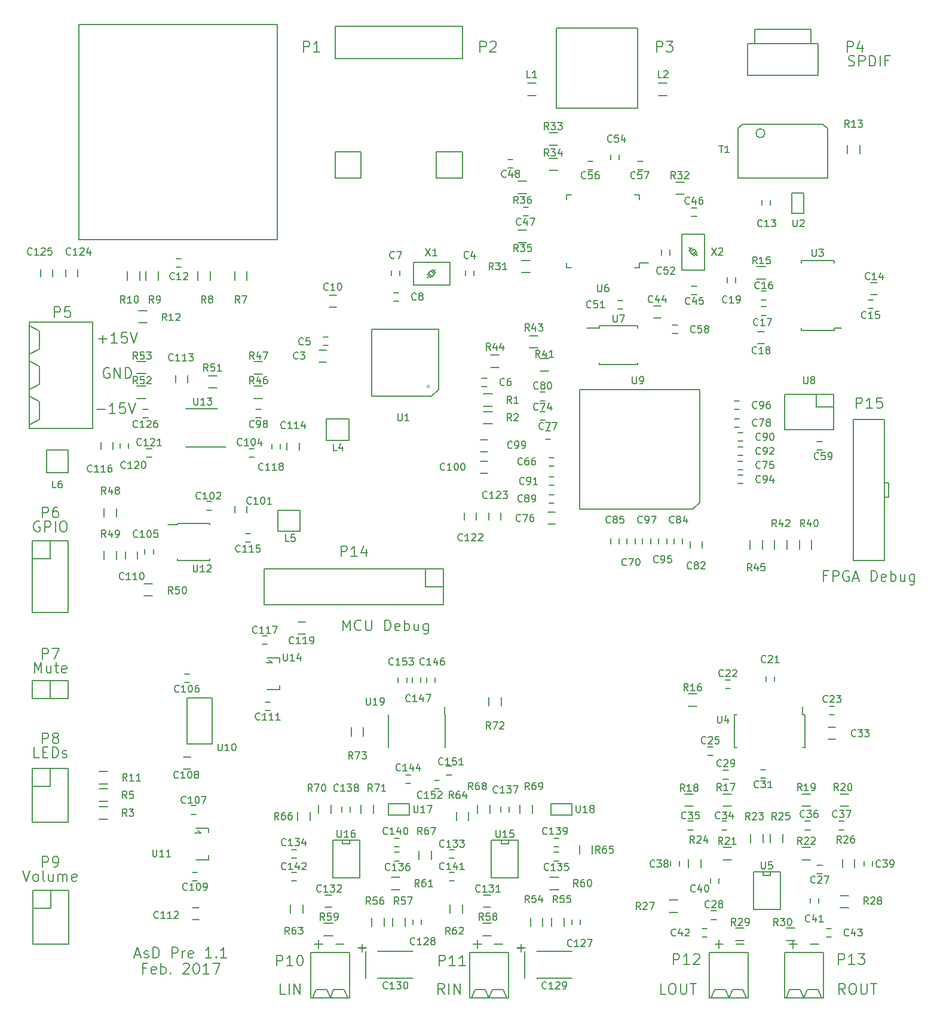
<source format=gto>
G04 #@! TF.FileFunction,Legend,Top*
%FSLAX46Y46*%
G04 Gerber Fmt 4.6, Leading zero omitted, Abs format (unit mm)*
G04 Created by KiCad (PCBNEW 4.0.2+dfsg1-stable) date sø. 02. april 2017 kl. 18.17 +0200*
%MOMM*%
G01*
G04 APERTURE LIST*
%ADD10C,0.100000*%
%ADD11C,0.150000*%
G04 APERTURE END LIST*
D10*
D11*
X52357143Y-75500000D02*
X52214286Y-75428571D01*
X52000000Y-75428571D01*
X51785715Y-75500000D01*
X51642857Y-75642857D01*
X51571429Y-75785714D01*
X51500000Y-76071429D01*
X51500000Y-76285714D01*
X51571429Y-76571429D01*
X51642857Y-76714286D01*
X51785715Y-76857143D01*
X52000000Y-76928571D01*
X52142857Y-76928571D01*
X52357143Y-76857143D01*
X52428572Y-76785714D01*
X52428572Y-76285714D01*
X52142857Y-76285714D01*
X53071429Y-76928571D02*
X53071429Y-75428571D01*
X53928572Y-76928571D01*
X53928572Y-75428571D01*
X54642858Y-76928571D02*
X54642858Y-75428571D01*
X55000001Y-75428571D01*
X55214286Y-75500000D01*
X55357144Y-75642857D01*
X55428572Y-75785714D01*
X55500001Y-76071429D01*
X55500001Y-76285714D01*
X55428572Y-76571429D01*
X55357144Y-76714286D01*
X55214286Y-76857143D01*
X55000001Y-76928571D01*
X54642858Y-76928571D01*
X148678572Y-157107143D02*
X149821429Y-157107143D01*
X149250000Y-157678571D02*
X149250000Y-156535714D01*
X151678572Y-157107143D02*
X152821429Y-157107143D01*
X138178572Y-157107143D02*
X139321429Y-157107143D01*
X138750000Y-157678571D02*
X138750000Y-156535714D01*
X141178572Y-157107143D02*
X142321429Y-157107143D01*
X103928572Y-157107143D02*
X105071429Y-157107143D01*
X104500000Y-157678571D02*
X104500000Y-156535714D01*
X106928572Y-157107143D02*
X108071429Y-157107143D01*
X81428572Y-157107143D02*
X82571429Y-157107143D01*
X82000000Y-157678571D02*
X82000000Y-156535714D01*
X84428572Y-157107143D02*
X85571429Y-157107143D01*
X50607144Y-81357143D02*
X51750001Y-81357143D01*
X53250001Y-81928571D02*
X52392858Y-81928571D01*
X52821430Y-81928571D02*
X52821430Y-80428571D01*
X52678573Y-80642857D01*
X52535715Y-80785714D01*
X52392858Y-80857143D01*
X54607144Y-80428571D02*
X53892858Y-80428571D01*
X53821429Y-81142857D01*
X53892858Y-81071429D01*
X54035715Y-81000000D01*
X54392858Y-81000000D01*
X54535715Y-81071429D01*
X54607144Y-81142857D01*
X54678572Y-81285714D01*
X54678572Y-81642857D01*
X54607144Y-81785714D01*
X54535715Y-81857143D01*
X54392858Y-81928571D01*
X54035715Y-81928571D01*
X53892858Y-81857143D01*
X53821429Y-81785714D01*
X55107143Y-80428571D02*
X55607143Y-81928571D01*
X56107143Y-80428571D01*
X50857144Y-71357143D02*
X52000001Y-71357143D01*
X51428572Y-71928571D02*
X51428572Y-70785714D01*
X53500001Y-71928571D02*
X52642858Y-71928571D01*
X53071430Y-71928571D02*
X53071430Y-70428571D01*
X52928573Y-70642857D01*
X52785715Y-70785714D01*
X52642858Y-70857143D01*
X54857144Y-70428571D02*
X54142858Y-70428571D01*
X54071429Y-71142857D01*
X54142858Y-71071429D01*
X54285715Y-71000000D01*
X54642858Y-71000000D01*
X54785715Y-71071429D01*
X54857144Y-71142857D01*
X54928572Y-71285714D01*
X54928572Y-71642857D01*
X54857144Y-71785714D01*
X54785715Y-71857143D01*
X54642858Y-71928571D01*
X54285715Y-71928571D01*
X54142858Y-71857143D01*
X54071429Y-71785714D01*
X55357143Y-70428571D02*
X55857143Y-71928571D01*
X56357143Y-70428571D01*
X56000001Y-158625000D02*
X56714287Y-158625000D01*
X55857144Y-159053571D02*
X56357144Y-157553571D01*
X56857144Y-159053571D01*
X57285715Y-158982143D02*
X57428572Y-159053571D01*
X57714287Y-159053571D01*
X57857144Y-158982143D01*
X57928572Y-158839286D01*
X57928572Y-158767857D01*
X57857144Y-158625000D01*
X57714287Y-158553571D01*
X57500001Y-158553571D01*
X57357144Y-158482143D01*
X57285715Y-158339286D01*
X57285715Y-158267857D01*
X57357144Y-158125000D01*
X57500001Y-158053571D01*
X57714287Y-158053571D01*
X57857144Y-158125000D01*
X58571430Y-159053571D02*
X58571430Y-157553571D01*
X58928573Y-157553571D01*
X59142858Y-157625000D01*
X59285716Y-157767857D01*
X59357144Y-157910714D01*
X59428573Y-158196429D01*
X59428573Y-158410714D01*
X59357144Y-158696429D01*
X59285716Y-158839286D01*
X59142858Y-158982143D01*
X58928573Y-159053571D01*
X58571430Y-159053571D01*
X61214287Y-159053571D02*
X61214287Y-157553571D01*
X61785715Y-157553571D01*
X61928573Y-157625000D01*
X62000001Y-157696429D01*
X62071430Y-157839286D01*
X62071430Y-158053571D01*
X62000001Y-158196429D01*
X61928573Y-158267857D01*
X61785715Y-158339286D01*
X61214287Y-158339286D01*
X62714287Y-159053571D02*
X62714287Y-158053571D01*
X62714287Y-158339286D02*
X62785715Y-158196429D01*
X62857144Y-158125000D01*
X63000001Y-158053571D01*
X63142858Y-158053571D01*
X64214286Y-158982143D02*
X64071429Y-159053571D01*
X63785715Y-159053571D01*
X63642858Y-158982143D01*
X63571429Y-158839286D01*
X63571429Y-158267857D01*
X63642858Y-158125000D01*
X63785715Y-158053571D01*
X64071429Y-158053571D01*
X64214286Y-158125000D01*
X64285715Y-158267857D01*
X64285715Y-158410714D01*
X63571429Y-158553571D01*
X66857143Y-159053571D02*
X66000000Y-159053571D01*
X66428572Y-159053571D02*
X66428572Y-157553571D01*
X66285715Y-157767857D01*
X66142857Y-157910714D01*
X66000000Y-157982143D01*
X67500000Y-158910714D02*
X67571428Y-158982143D01*
X67500000Y-159053571D01*
X67428571Y-158982143D01*
X67500000Y-158910714D01*
X67500000Y-159053571D01*
X69000000Y-159053571D02*
X68142857Y-159053571D01*
X68571429Y-159053571D02*
X68571429Y-157553571D01*
X68428572Y-157767857D01*
X68285714Y-157910714D01*
X68142857Y-157982143D01*
X57607144Y-160517857D02*
X57107144Y-160517857D01*
X57107144Y-161303571D02*
X57107144Y-159803571D01*
X57821430Y-159803571D01*
X58964286Y-161232143D02*
X58821429Y-161303571D01*
X58535715Y-161303571D01*
X58392858Y-161232143D01*
X58321429Y-161089286D01*
X58321429Y-160517857D01*
X58392858Y-160375000D01*
X58535715Y-160303571D01*
X58821429Y-160303571D01*
X58964286Y-160375000D01*
X59035715Y-160517857D01*
X59035715Y-160660714D01*
X58321429Y-160803571D01*
X59678572Y-161303571D02*
X59678572Y-159803571D01*
X59678572Y-160375000D02*
X59821429Y-160303571D01*
X60107143Y-160303571D01*
X60250000Y-160375000D01*
X60321429Y-160446429D01*
X60392858Y-160589286D01*
X60392858Y-161017857D01*
X60321429Y-161160714D01*
X60250000Y-161232143D01*
X60107143Y-161303571D01*
X59821429Y-161303571D01*
X59678572Y-161232143D01*
X61035715Y-161160714D02*
X61107143Y-161232143D01*
X61035715Y-161303571D01*
X60964286Y-161232143D01*
X61035715Y-161160714D01*
X61035715Y-161303571D01*
X62821429Y-159946429D02*
X62892858Y-159875000D01*
X63035715Y-159803571D01*
X63392858Y-159803571D01*
X63535715Y-159875000D01*
X63607144Y-159946429D01*
X63678572Y-160089286D01*
X63678572Y-160232143D01*
X63607144Y-160446429D01*
X62750001Y-161303571D01*
X63678572Y-161303571D01*
X64607143Y-159803571D02*
X64750000Y-159803571D01*
X64892857Y-159875000D01*
X64964286Y-159946429D01*
X65035715Y-160089286D01*
X65107143Y-160375000D01*
X65107143Y-160732143D01*
X65035715Y-161017857D01*
X64964286Y-161160714D01*
X64892857Y-161232143D01*
X64750000Y-161303571D01*
X64607143Y-161303571D01*
X64464286Y-161232143D01*
X64392857Y-161160714D01*
X64321429Y-161017857D01*
X64250000Y-160732143D01*
X64250000Y-160375000D01*
X64321429Y-160089286D01*
X64392857Y-159946429D01*
X64464286Y-159875000D01*
X64607143Y-159803571D01*
X66535714Y-161303571D02*
X65678571Y-161303571D01*
X66107143Y-161303571D02*
X66107143Y-159803571D01*
X65964286Y-160017857D01*
X65821428Y-160160714D01*
X65678571Y-160232143D01*
X67035714Y-159803571D02*
X68035714Y-159803571D01*
X67392857Y-161303571D01*
X82100000Y-74650000D02*
X83100000Y-74650000D01*
X83100000Y-72950000D02*
X82100000Y-72950000D01*
X104000000Y-61650000D02*
X104000000Y-62350000D01*
X102800000Y-62350000D02*
X102800000Y-61650000D01*
X83350000Y-72300000D02*
X82650000Y-72300000D01*
X82650000Y-71100000D02*
X83350000Y-71100000D01*
X105150000Y-76900000D02*
X105850000Y-76900000D01*
X105850000Y-78100000D02*
X105150000Y-78100000D01*
X92300000Y-62350000D02*
X92300000Y-61650000D01*
X93500000Y-61650000D02*
X93500000Y-62350000D01*
X93350000Y-66000000D02*
X92650000Y-66000000D01*
X92650000Y-64800000D02*
X93350000Y-64800000D01*
X83500000Y-66850000D02*
X84500000Y-66850000D01*
X84500000Y-65150000D02*
X83500000Y-65150000D01*
X62550000Y-61200000D02*
X61850000Y-61200000D01*
X61850000Y-60000000D02*
X62550000Y-60000000D01*
X146000000Y-51650000D02*
X146000000Y-52350000D01*
X144800000Y-52350000D02*
X144800000Y-51650000D01*
X161200000Y-63350000D02*
X160200000Y-63350000D01*
X160200000Y-65050000D02*
X161200000Y-65050000D01*
X159850000Y-65800000D02*
X160550000Y-65800000D01*
X160550000Y-67000000D02*
X159850000Y-67000000D01*
X144750000Y-64600000D02*
X145450000Y-64600000D01*
X145450000Y-65800000D02*
X144750000Y-65800000D01*
X145450000Y-68000000D02*
X144750000Y-68000000D01*
X144750000Y-66800000D02*
X145450000Y-66800000D01*
X144200000Y-72050000D02*
X145200000Y-72050000D01*
X145200000Y-70350000D02*
X144200000Y-70350000D01*
X139900000Y-63350000D02*
X139900000Y-62650000D01*
X141100000Y-62650000D02*
X141100000Y-63350000D01*
X145400000Y-119850000D02*
X145400000Y-119150000D01*
X146600000Y-119150000D02*
X146600000Y-119850000D01*
X140350000Y-120850000D02*
X139650000Y-120850000D01*
X139650000Y-119650000D02*
X140350000Y-119650000D01*
X154400000Y-123400000D02*
X155100000Y-123400000D01*
X155100000Y-124600000D02*
X154400000Y-124600000D01*
X137850000Y-130350000D02*
X137150000Y-130350000D01*
X137150000Y-129150000D02*
X137850000Y-129150000D01*
X152650000Y-145900000D02*
X153350000Y-145900000D01*
X153350000Y-147100000D02*
X152650000Y-147100000D01*
X138350000Y-153600000D02*
X137650000Y-153600000D01*
X137650000Y-152400000D02*
X138350000Y-152400000D01*
X140050000Y-133700000D02*
X139350000Y-133700000D01*
X139350000Y-132500000D02*
X140050000Y-132500000D01*
X145350000Y-133600000D02*
X144650000Y-133600000D01*
X144650000Y-132400000D02*
X145350000Y-132400000D01*
X155250000Y-126400000D02*
X154250000Y-126400000D01*
X154250000Y-128100000D02*
X155250000Y-128100000D01*
X139850000Y-140900000D02*
X139150000Y-140900000D01*
X139150000Y-139700000D02*
X139850000Y-139700000D01*
X135050000Y-140900000D02*
X134350000Y-140900000D01*
X134350000Y-139700000D02*
X135050000Y-139700000D01*
X150950000Y-139700000D02*
X151650000Y-139700000D01*
X151650000Y-140900000D02*
X150950000Y-140900000D01*
X155750000Y-139700000D02*
X156450000Y-139700000D01*
X156450000Y-140900000D02*
X155750000Y-140900000D01*
X131900000Y-146050000D02*
X131900000Y-145350000D01*
X133100000Y-145350000D02*
X133100000Y-146050000D01*
X159300000Y-146050000D02*
X159300000Y-145350000D01*
X160500000Y-145350000D02*
X160500000Y-146050000D01*
X138700000Y-147750000D02*
X138700000Y-148450000D01*
X137500000Y-148450000D02*
X137500000Y-147750000D01*
X152900000Y-150550000D02*
X152900000Y-151250000D01*
X151700000Y-151250000D02*
X151700000Y-150550000D01*
X137050000Y-156100000D02*
X136350000Y-156100000D01*
X136350000Y-154900000D02*
X137050000Y-154900000D01*
X153950000Y-154900000D02*
X154650000Y-154900000D01*
X154650000Y-156100000D02*
X153950000Y-156100000D01*
X130500000Y-66650000D02*
X129500000Y-66650000D01*
X129500000Y-68350000D02*
X130500000Y-68350000D01*
X135550000Y-65100000D02*
X134850000Y-65100000D01*
X134850000Y-63900000D02*
X135550000Y-63900000D01*
X134850000Y-52800000D02*
X135550000Y-52800000D01*
X135550000Y-54000000D02*
X134850000Y-54000000D01*
X111050000Y-52700000D02*
X111750000Y-52700000D01*
X111750000Y-53900000D02*
X111050000Y-53900000D01*
X109550000Y-47100000D02*
X108850000Y-47100000D01*
X108850000Y-45900000D02*
X109550000Y-45900000D01*
X124400000Y-65900000D02*
X125100000Y-65900000D01*
X125100000Y-67100000D02*
X124400000Y-67100000D01*
X130600000Y-59450000D02*
X130600000Y-58750000D01*
X131800000Y-58750000D02*
X131800000Y-59450000D01*
X124600000Y-45250000D02*
X124600000Y-45950000D01*
X123400000Y-45950000D02*
X123400000Y-45250000D01*
X120150000Y-46200000D02*
X120850000Y-46200000D01*
X120850000Y-47400000D02*
X120150000Y-47400000D01*
X127950000Y-47400000D02*
X127250000Y-47400000D01*
X127250000Y-46200000D02*
X127950000Y-46200000D01*
X132150000Y-69400000D02*
X132850000Y-69400000D01*
X132850000Y-70600000D02*
X132150000Y-70600000D01*
X153350000Y-87100000D02*
X152650000Y-87100000D01*
X152650000Y-85900000D02*
X153350000Y-85900000D01*
X115350000Y-89350000D02*
X114650000Y-89350000D01*
X114650000Y-88150000D02*
X115350000Y-88150000D01*
X126850000Y-99650000D02*
X126850000Y-100350000D01*
X125650000Y-100350000D02*
X125650000Y-99650000D01*
X114100000Y-82850000D02*
X113400000Y-82850000D01*
X113400000Y-81650000D02*
X114100000Y-81650000D01*
X141400000Y-88650000D02*
X142100000Y-88650000D01*
X142100000Y-89850000D02*
X141400000Y-89850000D01*
X114500000Y-97600000D02*
X115500000Y-97600000D01*
X115500000Y-95900000D02*
X114500000Y-95900000D01*
X114850000Y-85600000D02*
X114150000Y-85600000D01*
X114150000Y-84400000D02*
X114850000Y-84400000D01*
X140900000Y-82650000D02*
X141600000Y-82650000D01*
X141600000Y-83850000D02*
X140900000Y-83850000D01*
X114100000Y-80100000D02*
X113400000Y-80100000D01*
X113400000Y-78900000D02*
X114100000Y-78900000D01*
X136350000Y-101000000D02*
X136350000Y-100000000D01*
X134650000Y-100000000D02*
X134650000Y-101000000D01*
X133600000Y-99650000D02*
X133600000Y-100350000D01*
X132400000Y-100350000D02*
X132400000Y-99650000D01*
X124600000Y-99650000D02*
X124600000Y-100350000D01*
X123400000Y-100350000D02*
X123400000Y-99650000D01*
X115350000Y-94600000D02*
X114650000Y-94600000D01*
X114650000Y-93400000D02*
X115350000Y-93400000D01*
X141400000Y-84650000D02*
X142100000Y-84650000D01*
X142100000Y-85850000D02*
X141400000Y-85850000D01*
X115350000Y-92100000D02*
X114650000Y-92100000D01*
X114650000Y-90900000D02*
X115350000Y-90900000D01*
X141400000Y-86650000D02*
X142100000Y-86650000D01*
X142100000Y-87850000D02*
X141400000Y-87850000D01*
X141400000Y-90650000D02*
X142100000Y-90650000D01*
X142100000Y-91850000D02*
X141400000Y-91850000D01*
X131350000Y-99650000D02*
X131350000Y-100350000D01*
X130150000Y-100350000D02*
X130150000Y-99650000D01*
X140900000Y-80150000D02*
X141600000Y-80150000D01*
X141600000Y-81350000D02*
X140900000Y-81350000D01*
X129100000Y-99650000D02*
X129100000Y-100350000D01*
X127900000Y-100350000D02*
X127900000Y-99650000D01*
X73830000Y-82540000D02*
X73130000Y-82540000D01*
X73130000Y-81340000D02*
X73830000Y-81340000D01*
X70150000Y-95000000D02*
X70150000Y-96000000D01*
X71850000Y-96000000D02*
X71850000Y-95000000D01*
X105960000Y-85650000D02*
X104960000Y-85650000D01*
X104960000Y-87350000D02*
X105960000Y-87350000D01*
X66850000Y-95600000D02*
X66150000Y-95600000D01*
X66150000Y-94400000D02*
X66850000Y-94400000D01*
X105960000Y-88650000D02*
X104960000Y-88650000D01*
X104960000Y-90350000D02*
X105960000Y-90350000D01*
X72150000Y-86900000D02*
X72850000Y-86900000D01*
X72850000Y-88100000D02*
X72150000Y-88100000D01*
X58600000Y-101150000D02*
X58600000Y-101850000D01*
X57400000Y-101850000D02*
X57400000Y-101150000D01*
X63000000Y-118850000D02*
X63700000Y-118850000D01*
X63700000Y-120050000D02*
X63000000Y-120050000D01*
X63950000Y-137500000D02*
X64650000Y-137500000D01*
X64650000Y-138700000D02*
X63950000Y-138700000D01*
X63850000Y-130600000D02*
X62850000Y-130600000D01*
X62850000Y-132300000D02*
X63850000Y-132300000D01*
X64850000Y-148100000D02*
X64150000Y-148100000D01*
X64150000Y-146900000D02*
X64850000Y-146900000D01*
X56350000Y-102500000D02*
X56350000Y-101500000D01*
X54650000Y-101500000D02*
X54650000Y-102500000D01*
X74450000Y-122800000D02*
X75150000Y-122800000D01*
X75150000Y-124000000D02*
X74450000Y-124000000D01*
X63450000Y-77500000D02*
X63450000Y-76500000D01*
X61750000Y-76500000D02*
X61750000Y-77500000D01*
X77550000Y-86100000D02*
X77550000Y-87100000D01*
X79250000Y-87100000D02*
X79250000Y-86100000D01*
X72350000Y-100100000D02*
X71650000Y-100100000D01*
X71650000Y-98900000D02*
X72350000Y-98900000D01*
X51150000Y-86000000D02*
X51150000Y-87000000D01*
X52850000Y-87000000D02*
X52850000Y-86000000D01*
X74050000Y-113400000D02*
X74750000Y-113400000D01*
X74750000Y-114600000D02*
X74050000Y-114600000D01*
X75400000Y-86950000D02*
X75400000Y-86250000D01*
X76600000Y-86250000D02*
X76600000Y-86950000D01*
X53900000Y-86850000D02*
X53900000Y-86150000D01*
X55100000Y-86150000D02*
X55100000Y-86850000D01*
X58350000Y-88100000D02*
X57650000Y-88100000D01*
X57650000Y-86900000D02*
X58350000Y-86900000D01*
X104350000Y-97000000D02*
X104350000Y-96000000D01*
X102650000Y-96000000D02*
X102650000Y-97000000D01*
X107850000Y-97000000D02*
X107850000Y-96000000D01*
X106150000Y-96000000D02*
X106150000Y-97000000D01*
X46150000Y-61500000D02*
X46150000Y-62500000D01*
X47850000Y-62500000D02*
X47850000Y-61500000D01*
X42650000Y-61500000D02*
X42650000Y-62500000D01*
X44350000Y-62500000D02*
X44350000Y-61500000D01*
X57130000Y-81340000D02*
X57830000Y-81340000D01*
X57830000Y-82540000D02*
X57130000Y-82540000D01*
X119100000Y-153650000D02*
X119100000Y-154350000D01*
X117900000Y-154350000D02*
X117900000Y-153650000D01*
X96600000Y-153650000D02*
X96600000Y-154350000D01*
X95400000Y-154350000D02*
X95400000Y-153650000D01*
X111198840Y-158100080D02*
X111198840Y-161899920D01*
X117899360Y-158100080D02*
X112900640Y-158100080D01*
X117896820Y-161899920D02*
X112898100Y-161899920D01*
X110695920Y-157096780D02*
X110695920Y-158196600D01*
X110096480Y-157597160D02*
X111295360Y-157597160D01*
X88698840Y-158100080D02*
X88698840Y-161899920D01*
X95399360Y-158100080D02*
X90400640Y-158100080D01*
X95396820Y-161899920D02*
X90398100Y-161899920D01*
X88195920Y-157096780D02*
X88195920Y-158196600D01*
X87596480Y-157597160D02*
X88795360Y-157597160D01*
X106400000Y-150150000D02*
X105400000Y-150150000D01*
X105400000Y-151850000D02*
X106400000Y-151850000D01*
X83900000Y-150150000D02*
X82900000Y-150150000D01*
X82900000Y-151850000D02*
X83900000Y-151850000D01*
X101250000Y-144900000D02*
X100550000Y-144900000D01*
X100550000Y-143700000D02*
X101250000Y-143700000D01*
X78850000Y-144900000D02*
X78150000Y-144900000D01*
X78150000Y-143700000D02*
X78850000Y-143700000D01*
X115350000Y-144100000D02*
X116050000Y-144100000D01*
X116050000Y-145300000D02*
X115350000Y-145300000D01*
X92750000Y-144100000D02*
X93450000Y-144100000D01*
X93450000Y-145300000D02*
X92750000Y-145300000D01*
X109000000Y-137650000D02*
X109000000Y-138350000D01*
X107800000Y-138350000D02*
X107800000Y-137650000D01*
X86500000Y-137650000D02*
X86500000Y-138350000D01*
X85300000Y-138350000D02*
X85300000Y-137650000D01*
X115350000Y-142100000D02*
X116050000Y-142100000D01*
X116050000Y-143300000D02*
X115350000Y-143300000D01*
X92750000Y-142100000D02*
X93450000Y-142100000D01*
X93450000Y-143300000D02*
X92750000Y-143300000D01*
X101250000Y-148100000D02*
X100550000Y-148100000D01*
X100550000Y-146900000D02*
X101250000Y-146900000D01*
X78850000Y-148100000D02*
X78150000Y-148100000D01*
X78150000Y-146900000D02*
X78850000Y-146900000D01*
X95050000Y-134300000D02*
X94350000Y-134300000D01*
X94350000Y-133100000D02*
X95050000Y-133100000D01*
X97300000Y-120050000D02*
X97300000Y-119350000D01*
X98500000Y-119350000D02*
X98500000Y-120050000D01*
X95300000Y-120050000D02*
X95300000Y-119350000D01*
X96500000Y-119350000D02*
X96500000Y-120050000D01*
X100850000Y-133100000D02*
X100150000Y-133100000D01*
X100150000Y-131900000D02*
X100850000Y-131900000D01*
X99100000Y-135100000D02*
X98400000Y-135100000D01*
X98400000Y-133900000D02*
X99100000Y-133900000D01*
X93300000Y-120050000D02*
X93300000Y-119350000D01*
X94500000Y-119350000D02*
X94500000Y-120050000D01*
X112800000Y-36875000D02*
X111600000Y-36875000D01*
X111600000Y-35125000D02*
X112800000Y-35125000D01*
X131400000Y-36875000D02*
X130200000Y-36875000D01*
X130200000Y-35125000D02*
X131400000Y-35125000D01*
X86300000Y-85700000D02*
X86300000Y-82700000D01*
X86300000Y-82700000D02*
X83100000Y-82700000D01*
X83100000Y-82700000D02*
X83100000Y-85700000D01*
X86300000Y-85700000D02*
X83100000Y-85700000D01*
X76200000Y-95600000D02*
X76200000Y-98600000D01*
X76200000Y-98600000D02*
X79400000Y-98600000D01*
X79400000Y-98600000D02*
X79400000Y-95600000D01*
X76200000Y-95600000D02*
X79400000Y-95600000D01*
X43500000Y-90300000D02*
X46500000Y-90300000D01*
X46500000Y-90300000D02*
X46500000Y-87100000D01*
X46500000Y-87100000D02*
X43500000Y-87100000D01*
X43500000Y-90300000D02*
X43500000Y-87100000D01*
X74300000Y-109040000D02*
X99700000Y-109040000D01*
X97160000Y-103960000D02*
X74300000Y-103960000D01*
X74300000Y-109040000D02*
X74300000Y-103960000D01*
X99700000Y-109040000D02*
X99700000Y-106500000D01*
X99700000Y-103960000D02*
X97160000Y-103960000D01*
X99700000Y-106500000D02*
X97160000Y-106500000D01*
X97160000Y-106500000D02*
X97160000Y-103960000D01*
X99700000Y-103960000D02*
X99700000Y-106500000D01*
X41460000Y-102460000D02*
X41460000Y-110080000D01*
X41460000Y-110080000D02*
X46540000Y-110080000D01*
X46540000Y-110080000D02*
X46540000Y-99920000D01*
X46540000Y-99920000D02*
X44000000Y-99920000D01*
X41460000Y-99920000D02*
X41460000Y-102460000D01*
X44000000Y-99920000D02*
X44000000Y-102460000D01*
X44000000Y-102460000D02*
X41460000Y-102460000D01*
X41460000Y-99920000D02*
X44000000Y-99920000D01*
X44000000Y-119730000D02*
X44000000Y-122270000D01*
X41460000Y-119730000D02*
X41460000Y-122270000D01*
X41460000Y-122270000D02*
X44000000Y-122270000D01*
X44000000Y-122270000D02*
X46540000Y-122270000D01*
X46540000Y-122270000D02*
X46540000Y-119730000D01*
X46540000Y-119730000D02*
X41460000Y-119730000D01*
X44000000Y-132190000D02*
X44000000Y-134730000D01*
X44000000Y-134730000D02*
X41460000Y-134730000D01*
X41460000Y-132190000D02*
X41460000Y-139810000D01*
X41460000Y-139810000D02*
X46540000Y-139810000D01*
X46540000Y-139810000D02*
X46540000Y-134730000D01*
X41460000Y-132190000D02*
X44000000Y-132190000D01*
X46540000Y-132190000D02*
X44000000Y-132190000D01*
X46540000Y-134730000D02*
X46540000Y-132190000D01*
X143800000Y-29500000D02*
X143800000Y-27500000D01*
X143800000Y-27500000D02*
X151800000Y-27500000D01*
X151800000Y-27500000D02*
X151800000Y-29500000D01*
X142800000Y-34000000D02*
X142800000Y-29500000D01*
X142800000Y-29500000D02*
X152800000Y-29500000D01*
X152800000Y-29500000D02*
X152800000Y-34000000D01*
X152800000Y-34000000D02*
X142800000Y-34000000D01*
X115710000Y-27350000D02*
X127210000Y-27350000D01*
X127210000Y-27350000D02*
X127210000Y-38650000D01*
X127210000Y-38650000D02*
X115710000Y-38650000D01*
X115710000Y-38650000D02*
X115710000Y-27350000D01*
X105400000Y-79125000D02*
X106600000Y-79125000D01*
X106600000Y-80875000D02*
X105400000Y-80875000D01*
X105400000Y-81625000D02*
X106600000Y-81625000D01*
X106600000Y-83375000D02*
X105400000Y-83375000D01*
X50900000Y-137625000D02*
X52100000Y-137625000D01*
X52100000Y-139375000D02*
X50900000Y-139375000D01*
X50900000Y-135125000D02*
X52100000Y-135125000D01*
X52100000Y-136875000D02*
X50900000Y-136875000D01*
X70125000Y-63000000D02*
X70125000Y-61800000D01*
X71875000Y-61800000D02*
X71875000Y-63000000D01*
X64925000Y-63000000D02*
X64925000Y-61800000D01*
X66675000Y-61800000D02*
X66675000Y-63000000D01*
X57525000Y-63000000D02*
X57525000Y-61800000D01*
X59275000Y-61800000D02*
X59275000Y-63000000D01*
X54925000Y-63000000D02*
X54925000Y-61800000D01*
X56675000Y-61800000D02*
X56675000Y-63000000D01*
X50900000Y-132625000D02*
X52100000Y-132625000D01*
X52100000Y-134375000D02*
X50900000Y-134375000D01*
X57700000Y-69075000D02*
X56500000Y-69075000D01*
X56500000Y-67325000D02*
X57700000Y-67325000D01*
X156925000Y-45100000D02*
X156925000Y-43900000D01*
X158675000Y-43900000D02*
X158675000Y-45100000D01*
X145300000Y-62875000D02*
X144100000Y-62875000D01*
X144100000Y-61125000D02*
X145300000Y-61125000D01*
X134400000Y-121625000D02*
X135600000Y-121625000D01*
X135600000Y-123375000D02*
X134400000Y-123375000D01*
X139300000Y-135825000D02*
X140500000Y-135825000D01*
X140500000Y-137575000D02*
X139300000Y-137575000D01*
X135100000Y-137575000D02*
X133900000Y-137575000D01*
X133900000Y-135825000D02*
X135100000Y-135825000D01*
X151700000Y-137575000D02*
X150500000Y-137575000D01*
X150500000Y-135825000D02*
X151700000Y-135825000D01*
X155900000Y-135825000D02*
X157100000Y-135825000D01*
X157100000Y-137575000D02*
X155900000Y-137575000D01*
X139300000Y-143425000D02*
X140500000Y-143425000D01*
X140500000Y-145175000D02*
X139300000Y-145175000D01*
X151700000Y-145175000D02*
X150500000Y-145175000D01*
X150500000Y-143425000D02*
X151700000Y-143425000D01*
X144975000Y-141500000D02*
X144975000Y-142700000D01*
X143225000Y-142700000D02*
X143225000Y-141500000D01*
X136175000Y-145100000D02*
X136175000Y-146300000D01*
X134425000Y-146300000D02*
X134425000Y-145100000D01*
X147775000Y-141500000D02*
X147775000Y-142700000D01*
X146025000Y-142700000D02*
X146025000Y-141500000D01*
X157975000Y-145100000D02*
X157975000Y-146300000D01*
X156225000Y-146300000D02*
X156225000Y-145100000D01*
X131700000Y-150825000D02*
X132900000Y-150825000D01*
X132900000Y-152575000D02*
X131700000Y-152575000D01*
X157100000Y-151975000D02*
X155900000Y-151975000D01*
X155900000Y-150225000D02*
X157100000Y-150225000D01*
X142300000Y-156575000D02*
X141100000Y-156575000D01*
X141100000Y-154825000D02*
X142300000Y-154825000D01*
X148300000Y-154825000D02*
X149500000Y-154825000D01*
X149500000Y-156575000D02*
X148300000Y-156575000D01*
X112000000Y-61975000D02*
X110800000Y-61975000D01*
X110800000Y-60225000D02*
X112000000Y-60225000D01*
X133800000Y-50875000D02*
X132600000Y-50875000D01*
X132600000Y-49125000D02*
X133800000Y-49125000D01*
X114700000Y-42125000D02*
X115900000Y-42125000D01*
X115900000Y-43875000D02*
X114700000Y-43875000D01*
X115900000Y-47475000D02*
X114700000Y-47475000D01*
X114700000Y-45725000D02*
X115900000Y-45725000D01*
X110300000Y-55925000D02*
X111500000Y-55925000D01*
X111500000Y-57675000D02*
X110300000Y-57675000D01*
X111500000Y-50775000D02*
X110300000Y-50775000D01*
X110300000Y-49025000D02*
X111500000Y-49025000D01*
X151875000Y-99900000D02*
X151875000Y-101100000D01*
X150125000Y-101100000D02*
X150125000Y-99900000D01*
X114600000Y-75875000D02*
X113400000Y-75875000D01*
X113400000Y-74125000D02*
X114600000Y-74125000D01*
X148375000Y-99900000D02*
X148375000Y-101100000D01*
X146625000Y-101100000D02*
X146625000Y-99900000D01*
X113100000Y-72625000D02*
X111900000Y-72625000D01*
X111900000Y-70875000D02*
X113100000Y-70875000D01*
X106400000Y-73625000D02*
X107600000Y-73625000D01*
X107600000Y-75375000D02*
X106400000Y-75375000D01*
X144875000Y-99900000D02*
X144875000Y-101100000D01*
X143125000Y-101100000D02*
X143125000Y-99900000D01*
X72880000Y-78065000D02*
X74080000Y-78065000D01*
X74080000Y-79815000D02*
X72880000Y-79815000D01*
X74080000Y-76315000D02*
X72880000Y-76315000D01*
X72880000Y-74565000D02*
X74080000Y-74565000D01*
X51625000Y-96600000D02*
X51625000Y-95400000D01*
X53375000Y-95400000D02*
X53375000Y-96600000D01*
X51625000Y-102600000D02*
X51625000Y-101400000D01*
X53375000Y-101400000D02*
X53375000Y-102600000D01*
X58500000Y-107775000D02*
X57300000Y-107775000D01*
X57300000Y-106025000D02*
X58500000Y-106025000D01*
X66380000Y-76565000D02*
X67580000Y-76565000D01*
X67580000Y-78315000D02*
X66380000Y-78315000D01*
X57500000Y-79775000D02*
X56300000Y-79775000D01*
X56300000Y-78025000D02*
X57500000Y-78025000D01*
X56300000Y-74525000D02*
X57500000Y-74525000D01*
X57500000Y-76275000D02*
X56300000Y-76275000D01*
X112025000Y-154600000D02*
X112025000Y-153400000D01*
X113775000Y-153400000D02*
X113775000Y-154600000D01*
X116775000Y-153400000D02*
X116775000Y-154600000D01*
X115025000Y-154600000D02*
X115025000Y-153400000D01*
X89525000Y-154600000D02*
X89525000Y-153400000D01*
X91275000Y-153400000D02*
X91275000Y-154600000D01*
X94275000Y-153400000D02*
X94275000Y-154600000D01*
X92525000Y-154600000D02*
X92525000Y-153400000D01*
X105300000Y-154125000D02*
X106500000Y-154125000D01*
X106500000Y-155875000D02*
X105300000Y-155875000D01*
X82800000Y-154125000D02*
X84000000Y-154125000D01*
X84000000Y-155875000D02*
X82800000Y-155875000D01*
X116000000Y-149375000D02*
X114800000Y-149375000D01*
X114800000Y-147625000D02*
X116000000Y-147625000D01*
X93500000Y-149375000D02*
X92300000Y-149375000D01*
X92300000Y-147625000D02*
X93500000Y-147625000D01*
X100625000Y-152700000D02*
X100625000Y-151500000D01*
X102375000Y-151500000D02*
X102375000Y-152700000D01*
X78025000Y-152700000D02*
X78025000Y-151500000D01*
X79775000Y-151500000D02*
X79775000Y-152700000D01*
X101525000Y-139600000D02*
X101525000Y-138400000D01*
X103275000Y-138400000D02*
X103275000Y-139600000D01*
X119025000Y-144300000D02*
X119025000Y-143100000D01*
X120775000Y-143100000D02*
X120775000Y-144300000D01*
X79025000Y-139600000D02*
X79025000Y-138400000D01*
X80775000Y-138400000D02*
X80775000Y-139600000D01*
X96225000Y-145100000D02*
X96225000Y-143900000D01*
X97975000Y-143900000D02*
X97975000Y-145100000D01*
X104525000Y-138600000D02*
X104525000Y-137400000D01*
X106275000Y-137400000D02*
X106275000Y-138600000D01*
X110525000Y-138600000D02*
X110525000Y-137400000D01*
X112275000Y-137400000D02*
X112275000Y-138600000D01*
X82025000Y-138600000D02*
X82025000Y-137400000D01*
X83775000Y-137400000D02*
X83775000Y-138600000D01*
X88025000Y-138600000D02*
X88025000Y-137400000D01*
X89775000Y-137400000D02*
X89775000Y-138600000D01*
X106125000Y-123350000D02*
X106125000Y-122150000D01*
X107875000Y-122150000D02*
X107875000Y-123350000D01*
X88375000Y-126400000D02*
X88375000Y-127600000D01*
X86625000Y-127600000D02*
X86625000Y-126400000D01*
X145240000Y-42200000D02*
G75*
G03X145240000Y-42200000I-635000J0D01*
G01*
X141430000Y-41565000D02*
X142065000Y-40930000D01*
X142065000Y-40930000D02*
X153495000Y-40930000D01*
X153495000Y-40930000D02*
X154130000Y-41565000D01*
X154130000Y-41565000D02*
X154130000Y-48550000D01*
X154130000Y-48550000D02*
X141430000Y-48550000D01*
X141430000Y-48550000D02*
X141430000Y-41565000D01*
X149050000Y-53550000D02*
X150750000Y-53550000D01*
X150750000Y-53550000D02*
X150750000Y-50650000D01*
X150750000Y-50650000D02*
X149050000Y-50650000D01*
X149050000Y-50650000D02*
X149050000Y-53550000D01*
X61975000Y-97475000D02*
X61975000Y-97700000D01*
X66625000Y-97475000D02*
X66625000Y-97700000D01*
X66625000Y-102725000D02*
X66625000Y-102500000D01*
X61975000Y-102725000D02*
X61975000Y-102500000D01*
X61975000Y-97475000D02*
X66625000Y-97475000D01*
X61975000Y-102725000D02*
X66625000Y-102725000D01*
X61975000Y-97700000D02*
X60625000Y-97700000D01*
X108650000Y-164750000D02*
X108150000Y-163500000D01*
X108150000Y-163500000D02*
X106650000Y-163500000D01*
X106650000Y-163500000D02*
X106150000Y-164750000D01*
X103650000Y-164750000D02*
X104150000Y-163500000D01*
X104150000Y-163500000D02*
X105650000Y-163500000D01*
X105650000Y-163500000D02*
X106150000Y-164750000D01*
X103400000Y-164750000D02*
X108900000Y-164750000D01*
X108900000Y-164750000D02*
X108900000Y-158250000D01*
X108900000Y-158250000D02*
X103400000Y-158250000D01*
X103400000Y-158250000D02*
X103400000Y-164750000D01*
X142650000Y-164750000D02*
X142150000Y-163500000D01*
X142150000Y-163500000D02*
X140650000Y-163500000D01*
X140650000Y-163500000D02*
X140150000Y-164750000D01*
X137650000Y-164750000D02*
X138150000Y-163500000D01*
X138150000Y-163500000D02*
X139650000Y-163500000D01*
X139650000Y-163500000D02*
X140150000Y-164750000D01*
X137400000Y-164750000D02*
X142900000Y-164750000D01*
X142900000Y-164750000D02*
X142900000Y-158250000D01*
X142900000Y-158250000D02*
X137400000Y-158250000D01*
X137400000Y-158250000D02*
X137400000Y-164750000D01*
X153250000Y-164750000D02*
X152750000Y-163500000D01*
X152750000Y-163500000D02*
X151250000Y-163500000D01*
X151250000Y-163500000D02*
X150750000Y-164750000D01*
X148250000Y-164750000D02*
X148750000Y-163500000D01*
X148750000Y-163500000D02*
X150250000Y-163500000D01*
X150250000Y-163500000D02*
X150750000Y-164750000D01*
X148000000Y-164750000D02*
X153500000Y-164750000D01*
X153500000Y-164750000D02*
X153500000Y-158250000D01*
X153500000Y-158250000D02*
X148000000Y-158250000D01*
X148000000Y-158250000D02*
X148000000Y-164750000D01*
X98684000Y-48541000D02*
X102367000Y-48541000D01*
X102367000Y-48541000D02*
X102367000Y-44858000D01*
X98684000Y-44858000D02*
X102367000Y-44858000D01*
X98684000Y-44858000D02*
X98684000Y-48541000D01*
X88016000Y-48541000D02*
X88016000Y-44858000D01*
X88016000Y-44858000D02*
X84333000Y-44858000D01*
X84333000Y-44858000D02*
X84333000Y-48541000D01*
X84333000Y-48541000D02*
X88016000Y-48541000D01*
X102367000Y-31650000D02*
X84333000Y-31650000D01*
X84333000Y-31650000D02*
X84333000Y-27078000D01*
X102367000Y-27078000D02*
X102367000Y-31650000D01*
X84333000Y-27078000D02*
X102367000Y-27078000D01*
X162200000Y-93750000D02*
X162800000Y-93750000D01*
X162800000Y-93750000D02*
X162800000Y-91750000D01*
X162800000Y-91750000D02*
X162200000Y-91750000D01*
X157800000Y-102750000D02*
X162200000Y-102750000D01*
X162200000Y-102750000D02*
X162200000Y-82750000D01*
X162200000Y-82750000D02*
X157800000Y-82750000D01*
X157800000Y-82750000D02*
X157800000Y-102750000D01*
X41000000Y-78500000D02*
X42500000Y-77750000D01*
X42500000Y-77750000D02*
X42500000Y-75250000D01*
X42500000Y-75250000D02*
X41000000Y-74500000D01*
X41000000Y-83500000D02*
X42500000Y-82750000D01*
X42500000Y-82750000D02*
X42500000Y-80250000D01*
X42500000Y-80250000D02*
X41000000Y-79500000D01*
X41000000Y-69500000D02*
X42500000Y-70250000D01*
X42500000Y-70250000D02*
X42500000Y-72750000D01*
X42500000Y-72750000D02*
X41000000Y-73500000D01*
X41000000Y-69000000D02*
X41000000Y-84000000D01*
X41000000Y-84000000D02*
X50000000Y-84000000D01*
X50000000Y-84000000D02*
X50000000Y-69000000D01*
X50000000Y-69000000D02*
X41000000Y-69000000D01*
X86150000Y-164750000D02*
X85650000Y-163500000D01*
X85650000Y-163500000D02*
X84150000Y-163500000D01*
X84150000Y-163500000D02*
X83650000Y-164750000D01*
X81150000Y-164750000D02*
X81650000Y-163500000D01*
X81650000Y-163500000D02*
X83150000Y-163500000D01*
X83150000Y-163500000D02*
X83650000Y-164750000D01*
X80900000Y-164750000D02*
X86400000Y-164750000D01*
X86400000Y-164750000D02*
X86400000Y-158250000D01*
X86400000Y-158250000D02*
X80900000Y-158250000D01*
X80900000Y-158250000D02*
X80900000Y-164750000D01*
X64100000Y-153650000D02*
X65100000Y-153650000D01*
X65100000Y-151950000D02*
X64100000Y-151950000D01*
X80100000Y-111450000D02*
X79100000Y-111450000D01*
X79100000Y-113150000D02*
X80100000Y-113150000D01*
X44100000Y-149490000D02*
X44100000Y-152030000D01*
X44100000Y-152030000D02*
X41560000Y-152030000D01*
X41560000Y-149490000D02*
X41560000Y-157110000D01*
X41560000Y-157110000D02*
X46640000Y-157110000D01*
X46640000Y-157110000D02*
X46640000Y-152030000D01*
X41560000Y-149490000D02*
X44100000Y-149490000D01*
X46640000Y-149490000D02*
X44100000Y-149490000D01*
X46640000Y-152030000D02*
X46640000Y-149490000D01*
X135000000Y-95500000D02*
X119000000Y-95500000D01*
X119000000Y-95500000D02*
X119000000Y-78500000D01*
X119000000Y-78500000D02*
X136000000Y-78500000D01*
X136000000Y-78500000D02*
X136000000Y-94500000D01*
X136000000Y-94500000D02*
X135000000Y-95500000D01*
X99000000Y-78500000D02*
X98000000Y-79500000D01*
X98000000Y-79500000D02*
X89500000Y-79500000D01*
X89500000Y-79500000D02*
X89500000Y-70000000D01*
X89500000Y-70000000D02*
X99000000Y-70000000D01*
X99000000Y-70000000D02*
X99000000Y-78500000D01*
X99925000Y-124575000D02*
X99900000Y-124575000D01*
X99925000Y-129225000D02*
X99900000Y-129225000D01*
X91875000Y-129225000D02*
X91900000Y-129225000D01*
X91875000Y-124575000D02*
X91900000Y-124575000D01*
X99925000Y-124575000D02*
X99925000Y-129225000D01*
X91875000Y-124575000D02*
X91875000Y-129225000D01*
X99900000Y-124575000D02*
X99900000Y-123500000D01*
X76150000Y-26800000D02*
X48050000Y-26800000D01*
X48050000Y-57300000D02*
X48050000Y-26800000D01*
X76150000Y-57300000D02*
X48050000Y-57300000D01*
X76150000Y-57300000D02*
X76150000Y-26800000D01*
X150875000Y-124575000D02*
X150550000Y-124575000D01*
X150875000Y-129225000D02*
X150550000Y-129225000D01*
X140925000Y-129225000D02*
X141250000Y-129225000D01*
X140925000Y-124575000D02*
X141250000Y-124575000D01*
X150875000Y-124575000D02*
X150875000Y-129225000D01*
X140925000Y-124575000D02*
X140925000Y-129225000D01*
X150550000Y-124575000D02*
X150550000Y-123500000D01*
X143722000Y-146833000D02*
X143595000Y-146833000D01*
X143595000Y-146833000D02*
X143595000Y-152167000D01*
X147405000Y-152167000D02*
X147405000Y-146833000D01*
X147405000Y-146833000D02*
X143722000Y-146833000D01*
X146008000Y-146833000D02*
X146008000Y-147341000D01*
X146008000Y-147341000D02*
X144992000Y-147341000D01*
X144992000Y-147341000D02*
X144992000Y-146833000D01*
X147405000Y-152167000D02*
X143595000Y-152167000D01*
X106622000Y-142333000D02*
X106495000Y-142333000D01*
X106495000Y-142333000D02*
X106495000Y-147667000D01*
X110305000Y-147667000D02*
X110305000Y-142333000D01*
X110305000Y-142333000D02*
X106622000Y-142333000D01*
X108908000Y-142333000D02*
X108908000Y-142841000D01*
X108908000Y-142841000D02*
X107892000Y-142841000D01*
X107892000Y-142841000D02*
X107892000Y-142333000D01*
X110305000Y-147667000D02*
X106495000Y-147667000D01*
X84122000Y-142333000D02*
X83995000Y-142333000D01*
X83995000Y-142333000D02*
X83995000Y-147667000D01*
X87805000Y-147667000D02*
X87805000Y-142333000D01*
X87805000Y-142333000D02*
X84122000Y-142333000D01*
X86408000Y-142333000D02*
X86408000Y-142841000D01*
X86408000Y-142841000D02*
X85392000Y-142841000D01*
X85392000Y-142841000D02*
X85392000Y-142333000D01*
X87805000Y-147667000D02*
X83995000Y-147667000D01*
X155000000Y-81000000D02*
X152500000Y-81000000D01*
X152500000Y-81000000D02*
X152500000Y-79200000D01*
X155000000Y-79200000D02*
X148000000Y-79200000D01*
X148000000Y-79200000D02*
X148000000Y-84200000D01*
X148000000Y-84200000D02*
X155000000Y-84200000D01*
X155000000Y-84200000D02*
X155000000Y-79200000D01*
X135500000Y-59400000D02*
X135700000Y-59600000D01*
X134700000Y-58600000D02*
X134500000Y-58400000D01*
X135700000Y-59100000D02*
X135200000Y-59600000D01*
X134500000Y-58900000D02*
X135000000Y-58400000D01*
X135500000Y-58900000D02*
X135000000Y-59400000D01*
X135000000Y-59400000D02*
X134700000Y-59100000D01*
X134700000Y-59100000D02*
X135200000Y-58600000D01*
X135200000Y-58600000D02*
X135500000Y-58900000D01*
X133500000Y-56500000D02*
X133500000Y-61600000D01*
X133500000Y-61600000D02*
X136700000Y-61600000D01*
X136700000Y-61600000D02*
X136700000Y-56500000D01*
X136700000Y-56500000D02*
X133500000Y-56500000D01*
X98400000Y-61700000D02*
X98600000Y-61500000D01*
X97600000Y-62500000D02*
X97400000Y-62700000D01*
X98100000Y-61500000D02*
X98600000Y-62000000D01*
X97900000Y-62700000D02*
X97400000Y-62200000D01*
X97900000Y-61700000D02*
X98400000Y-62200000D01*
X98400000Y-62200000D02*
X98100000Y-62500000D01*
X98100000Y-62500000D02*
X97600000Y-62000000D01*
X97600000Y-62000000D02*
X97900000Y-61700000D01*
X95500000Y-63700000D02*
X100600000Y-63700000D01*
X100600000Y-63700000D02*
X100600000Y-60500000D01*
X100600000Y-60500000D02*
X95500000Y-60500000D01*
X95500000Y-60500000D02*
X95500000Y-63700000D01*
X91900000Y-137200000D02*
X94900000Y-137200000D01*
X94900000Y-137200000D02*
X94900000Y-138800000D01*
X94900000Y-138800000D02*
X91900000Y-138800000D01*
X91900000Y-138800000D02*
X91900000Y-137200000D01*
X114900000Y-137200000D02*
X117900000Y-137200000D01*
X117900000Y-137200000D02*
X117900000Y-138800000D01*
X117900000Y-138800000D02*
X114900000Y-138800000D01*
X114900000Y-138800000D02*
X114900000Y-137200000D01*
X121750000Y-69495000D02*
X121750000Y-69795000D01*
X127250000Y-69495000D02*
X127250000Y-69795000D01*
X127250000Y-75005000D02*
X127250000Y-74705000D01*
X121750000Y-75005000D02*
X121750000Y-74705000D01*
X121750000Y-69495000D02*
X127250000Y-69495000D01*
X121750000Y-75005000D02*
X127250000Y-75005000D01*
X121750000Y-69795000D02*
X120000000Y-69795000D01*
X127475000Y-61275000D02*
X127475000Y-60600000D01*
X117125000Y-61275000D02*
X117125000Y-60600000D01*
X117125000Y-50925000D02*
X117125000Y-51600000D01*
X127475000Y-50925000D02*
X127475000Y-51600000D01*
X127475000Y-61275000D02*
X126800000Y-61275000D01*
X127475000Y-50925000D02*
X126800000Y-50925000D01*
X117125000Y-50925000D02*
X117800000Y-50925000D01*
X117125000Y-61275000D02*
X117800000Y-61275000D01*
X127475000Y-60600000D02*
X128750000Y-60600000D01*
X66900000Y-122200000D02*
X66900000Y-128700000D01*
X66900000Y-128700000D02*
X63400000Y-128700000D01*
X63400000Y-128700000D02*
X63400000Y-122200000D01*
X63400000Y-122200000D02*
X66850000Y-122200000D01*
X67730000Y-81215000D02*
X63230000Y-81215000D01*
X68855000Y-86665000D02*
X63230000Y-86665000D01*
X155025000Y-70175000D02*
X155025000Y-69850000D01*
X150375000Y-70175000D02*
X150375000Y-69850000D01*
X150375000Y-60225000D02*
X150375000Y-60550000D01*
X155025000Y-60225000D02*
X155025000Y-60550000D01*
X155025000Y-70175000D02*
X150375000Y-70175000D01*
X155025000Y-60225000D02*
X150375000Y-60225000D01*
X155025000Y-69850000D02*
X156100000Y-69850000D01*
X64899340Y-141000080D02*
X65199060Y-141249000D01*
X65199060Y-141249000D02*
X65348920Y-141350600D01*
X65348920Y-141350600D02*
X64500560Y-141350600D01*
X66400480Y-140649560D02*
X64599620Y-140649560D01*
X66400480Y-140649560D02*
X66400480Y-141299800D01*
X66400480Y-145150440D02*
X64599620Y-145150440D01*
X66400480Y-145150440D02*
X66400480Y-144500200D01*
X74999340Y-116900080D02*
X75299060Y-117149000D01*
X75299060Y-117149000D02*
X75448920Y-117250600D01*
X75448920Y-117250600D02*
X74600560Y-117250600D01*
X76500480Y-116549560D02*
X74699620Y-116549560D01*
X76500480Y-116549560D02*
X76500480Y-117199800D01*
X76500480Y-121050440D02*
X74699620Y-121050440D01*
X76500480Y-121050440D02*
X76500480Y-120400200D01*
X79083334Y-74107143D02*
X79035715Y-74154762D01*
X78892858Y-74202381D01*
X78797620Y-74202381D01*
X78654762Y-74154762D01*
X78559524Y-74059524D01*
X78511905Y-73964286D01*
X78464286Y-73773810D01*
X78464286Y-73630952D01*
X78511905Y-73440476D01*
X78559524Y-73345238D01*
X78654762Y-73250000D01*
X78797620Y-73202381D01*
X78892858Y-73202381D01*
X79035715Y-73250000D01*
X79083334Y-73297619D01*
X79416667Y-73202381D02*
X80035715Y-73202381D01*
X79702381Y-73583333D01*
X79845239Y-73583333D01*
X79940477Y-73630952D01*
X79988096Y-73678571D01*
X80035715Y-73773810D01*
X80035715Y-74011905D01*
X79988096Y-74107143D01*
X79940477Y-74154762D01*
X79845239Y-74202381D01*
X79559524Y-74202381D01*
X79464286Y-74154762D01*
X79416667Y-74107143D01*
X103233334Y-59857143D02*
X103185715Y-59904762D01*
X103042858Y-59952381D01*
X102947620Y-59952381D01*
X102804762Y-59904762D01*
X102709524Y-59809524D01*
X102661905Y-59714286D01*
X102614286Y-59523810D01*
X102614286Y-59380952D01*
X102661905Y-59190476D01*
X102709524Y-59095238D01*
X102804762Y-59000000D01*
X102947620Y-58952381D01*
X103042858Y-58952381D01*
X103185715Y-59000000D01*
X103233334Y-59047619D01*
X104090477Y-59285714D02*
X104090477Y-59952381D01*
X103852381Y-58904762D02*
X103614286Y-59619048D01*
X104233334Y-59619048D01*
X79833334Y-72107143D02*
X79785715Y-72154762D01*
X79642858Y-72202381D01*
X79547620Y-72202381D01*
X79404762Y-72154762D01*
X79309524Y-72059524D01*
X79261905Y-71964286D01*
X79214286Y-71773810D01*
X79214286Y-71630952D01*
X79261905Y-71440476D01*
X79309524Y-71345238D01*
X79404762Y-71250000D01*
X79547620Y-71202381D01*
X79642858Y-71202381D01*
X79785715Y-71250000D01*
X79833334Y-71297619D01*
X80738096Y-71202381D02*
X80261905Y-71202381D01*
X80214286Y-71678571D01*
X80261905Y-71630952D01*
X80357143Y-71583333D01*
X80595239Y-71583333D01*
X80690477Y-71630952D01*
X80738096Y-71678571D01*
X80785715Y-71773810D01*
X80785715Y-72011905D01*
X80738096Y-72107143D01*
X80690477Y-72154762D01*
X80595239Y-72202381D01*
X80357143Y-72202381D01*
X80261905Y-72154762D01*
X80214286Y-72107143D01*
X108333334Y-77857143D02*
X108285715Y-77904762D01*
X108142858Y-77952381D01*
X108047620Y-77952381D01*
X107904762Y-77904762D01*
X107809524Y-77809524D01*
X107761905Y-77714286D01*
X107714286Y-77523810D01*
X107714286Y-77380952D01*
X107761905Y-77190476D01*
X107809524Y-77095238D01*
X107904762Y-77000000D01*
X108047620Y-76952381D01*
X108142858Y-76952381D01*
X108285715Y-77000000D01*
X108333334Y-77047619D01*
X109190477Y-76952381D02*
X109000000Y-76952381D01*
X108904762Y-77000000D01*
X108857143Y-77047619D01*
X108761905Y-77190476D01*
X108714286Y-77380952D01*
X108714286Y-77761905D01*
X108761905Y-77857143D01*
X108809524Y-77904762D01*
X108904762Y-77952381D01*
X109095239Y-77952381D01*
X109190477Y-77904762D01*
X109238096Y-77857143D01*
X109285715Y-77761905D01*
X109285715Y-77523810D01*
X109238096Y-77428571D01*
X109190477Y-77380952D01*
X109095239Y-77333333D01*
X108904762Y-77333333D01*
X108809524Y-77380952D01*
X108761905Y-77428571D01*
X108714286Y-77523810D01*
X92733334Y-59857143D02*
X92685715Y-59904762D01*
X92542858Y-59952381D01*
X92447620Y-59952381D01*
X92304762Y-59904762D01*
X92209524Y-59809524D01*
X92161905Y-59714286D01*
X92114286Y-59523810D01*
X92114286Y-59380952D01*
X92161905Y-59190476D01*
X92209524Y-59095238D01*
X92304762Y-59000000D01*
X92447620Y-58952381D01*
X92542858Y-58952381D01*
X92685715Y-59000000D01*
X92733334Y-59047619D01*
X93066667Y-58952381D02*
X93733334Y-58952381D01*
X93304762Y-59952381D01*
X95833334Y-65757143D02*
X95785715Y-65804762D01*
X95642858Y-65852381D01*
X95547620Y-65852381D01*
X95404762Y-65804762D01*
X95309524Y-65709524D01*
X95261905Y-65614286D01*
X95214286Y-65423810D01*
X95214286Y-65280952D01*
X95261905Y-65090476D01*
X95309524Y-64995238D01*
X95404762Y-64900000D01*
X95547620Y-64852381D01*
X95642858Y-64852381D01*
X95785715Y-64900000D01*
X95833334Y-64947619D01*
X96404762Y-65280952D02*
X96309524Y-65233333D01*
X96261905Y-65185714D01*
X96214286Y-65090476D01*
X96214286Y-65042857D01*
X96261905Y-64947619D01*
X96309524Y-64900000D01*
X96404762Y-64852381D01*
X96595239Y-64852381D01*
X96690477Y-64900000D01*
X96738096Y-64947619D01*
X96785715Y-65042857D01*
X96785715Y-65090476D01*
X96738096Y-65185714D01*
X96690477Y-65233333D01*
X96595239Y-65280952D01*
X96404762Y-65280952D01*
X96309524Y-65328571D01*
X96261905Y-65376190D01*
X96214286Y-65471429D01*
X96214286Y-65661905D01*
X96261905Y-65757143D01*
X96309524Y-65804762D01*
X96404762Y-65852381D01*
X96595239Y-65852381D01*
X96690477Y-65804762D01*
X96738096Y-65757143D01*
X96785715Y-65661905D01*
X96785715Y-65471429D01*
X96738096Y-65376190D01*
X96690477Y-65328571D01*
X96595239Y-65280952D01*
X83357143Y-64357143D02*
X83309524Y-64404762D01*
X83166667Y-64452381D01*
X83071429Y-64452381D01*
X82928571Y-64404762D01*
X82833333Y-64309524D01*
X82785714Y-64214286D01*
X82738095Y-64023810D01*
X82738095Y-63880952D01*
X82785714Y-63690476D01*
X82833333Y-63595238D01*
X82928571Y-63500000D01*
X83071429Y-63452381D01*
X83166667Y-63452381D01*
X83309524Y-63500000D01*
X83357143Y-63547619D01*
X84309524Y-64452381D02*
X83738095Y-64452381D01*
X84023809Y-64452381D02*
X84023809Y-63452381D01*
X83928571Y-63595238D01*
X83833333Y-63690476D01*
X83738095Y-63738095D01*
X84928571Y-63452381D02*
X85023810Y-63452381D01*
X85119048Y-63500000D01*
X85166667Y-63547619D01*
X85214286Y-63642857D01*
X85261905Y-63833333D01*
X85261905Y-64071429D01*
X85214286Y-64261905D01*
X85166667Y-64357143D01*
X85119048Y-64404762D01*
X85023810Y-64452381D01*
X84928571Y-64452381D01*
X84833333Y-64404762D01*
X84785714Y-64357143D01*
X84738095Y-64261905D01*
X84690476Y-64071429D01*
X84690476Y-63833333D01*
X84738095Y-63642857D01*
X84785714Y-63547619D01*
X84833333Y-63500000D01*
X84928571Y-63452381D01*
X61557143Y-62857143D02*
X61509524Y-62904762D01*
X61366667Y-62952381D01*
X61271429Y-62952381D01*
X61128571Y-62904762D01*
X61033333Y-62809524D01*
X60985714Y-62714286D01*
X60938095Y-62523810D01*
X60938095Y-62380952D01*
X60985714Y-62190476D01*
X61033333Y-62095238D01*
X61128571Y-62000000D01*
X61271429Y-61952381D01*
X61366667Y-61952381D01*
X61509524Y-62000000D01*
X61557143Y-62047619D01*
X62509524Y-62952381D02*
X61938095Y-62952381D01*
X62223809Y-62952381D02*
X62223809Y-61952381D01*
X62128571Y-62095238D01*
X62033333Y-62190476D01*
X61938095Y-62238095D01*
X62890476Y-62047619D02*
X62938095Y-62000000D01*
X63033333Y-61952381D01*
X63271429Y-61952381D01*
X63366667Y-62000000D01*
X63414286Y-62047619D01*
X63461905Y-62142857D01*
X63461905Y-62238095D01*
X63414286Y-62380952D01*
X62842857Y-62952381D01*
X63461905Y-62952381D01*
X144857143Y-55357143D02*
X144809524Y-55404762D01*
X144666667Y-55452381D01*
X144571429Y-55452381D01*
X144428571Y-55404762D01*
X144333333Y-55309524D01*
X144285714Y-55214286D01*
X144238095Y-55023810D01*
X144238095Y-54880952D01*
X144285714Y-54690476D01*
X144333333Y-54595238D01*
X144428571Y-54500000D01*
X144571429Y-54452381D01*
X144666667Y-54452381D01*
X144809524Y-54500000D01*
X144857143Y-54547619D01*
X145809524Y-55452381D02*
X145238095Y-55452381D01*
X145523809Y-55452381D02*
X145523809Y-54452381D01*
X145428571Y-54595238D01*
X145333333Y-54690476D01*
X145238095Y-54738095D01*
X146142857Y-54452381D02*
X146761905Y-54452381D01*
X146428571Y-54833333D01*
X146571429Y-54833333D01*
X146666667Y-54880952D01*
X146714286Y-54928571D01*
X146761905Y-55023810D01*
X146761905Y-55261905D01*
X146714286Y-55357143D01*
X146666667Y-55404762D01*
X146571429Y-55452381D01*
X146285714Y-55452381D01*
X146190476Y-55404762D01*
X146142857Y-55357143D01*
X160107143Y-62857143D02*
X160059524Y-62904762D01*
X159916667Y-62952381D01*
X159821429Y-62952381D01*
X159678571Y-62904762D01*
X159583333Y-62809524D01*
X159535714Y-62714286D01*
X159488095Y-62523810D01*
X159488095Y-62380952D01*
X159535714Y-62190476D01*
X159583333Y-62095238D01*
X159678571Y-62000000D01*
X159821429Y-61952381D01*
X159916667Y-61952381D01*
X160059524Y-62000000D01*
X160107143Y-62047619D01*
X161059524Y-62952381D02*
X160488095Y-62952381D01*
X160773809Y-62952381D02*
X160773809Y-61952381D01*
X160678571Y-62095238D01*
X160583333Y-62190476D01*
X160488095Y-62238095D01*
X161916667Y-62285714D02*
X161916667Y-62952381D01*
X161678571Y-61904762D02*
X161440476Y-62619048D01*
X162059524Y-62619048D01*
X159557143Y-68357143D02*
X159509524Y-68404762D01*
X159366667Y-68452381D01*
X159271429Y-68452381D01*
X159128571Y-68404762D01*
X159033333Y-68309524D01*
X158985714Y-68214286D01*
X158938095Y-68023810D01*
X158938095Y-67880952D01*
X158985714Y-67690476D01*
X159033333Y-67595238D01*
X159128571Y-67500000D01*
X159271429Y-67452381D01*
X159366667Y-67452381D01*
X159509524Y-67500000D01*
X159557143Y-67547619D01*
X160509524Y-68452381D02*
X159938095Y-68452381D01*
X160223809Y-68452381D02*
X160223809Y-67452381D01*
X160128571Y-67595238D01*
X160033333Y-67690476D01*
X159938095Y-67738095D01*
X161414286Y-67452381D02*
X160938095Y-67452381D01*
X160890476Y-67928571D01*
X160938095Y-67880952D01*
X161033333Y-67833333D01*
X161271429Y-67833333D01*
X161366667Y-67880952D01*
X161414286Y-67928571D01*
X161461905Y-68023810D01*
X161461905Y-68261905D01*
X161414286Y-68357143D01*
X161366667Y-68404762D01*
X161271429Y-68452381D01*
X161033333Y-68452381D01*
X160938095Y-68404762D01*
X160890476Y-68357143D01*
X144457143Y-64157143D02*
X144409524Y-64204762D01*
X144266667Y-64252381D01*
X144171429Y-64252381D01*
X144028571Y-64204762D01*
X143933333Y-64109524D01*
X143885714Y-64014286D01*
X143838095Y-63823810D01*
X143838095Y-63680952D01*
X143885714Y-63490476D01*
X143933333Y-63395238D01*
X144028571Y-63300000D01*
X144171429Y-63252381D01*
X144266667Y-63252381D01*
X144409524Y-63300000D01*
X144457143Y-63347619D01*
X145409524Y-64252381D02*
X144838095Y-64252381D01*
X145123809Y-64252381D02*
X145123809Y-63252381D01*
X145028571Y-63395238D01*
X144933333Y-63490476D01*
X144838095Y-63538095D01*
X146266667Y-63252381D02*
X146076190Y-63252381D01*
X145980952Y-63300000D01*
X145933333Y-63347619D01*
X145838095Y-63490476D01*
X145790476Y-63680952D01*
X145790476Y-64061905D01*
X145838095Y-64157143D01*
X145885714Y-64204762D01*
X145980952Y-64252381D01*
X146171429Y-64252381D01*
X146266667Y-64204762D01*
X146314286Y-64157143D01*
X146361905Y-64061905D01*
X146361905Y-63823810D01*
X146314286Y-63728571D01*
X146266667Y-63680952D01*
X146171429Y-63633333D01*
X145980952Y-63633333D01*
X145885714Y-63680952D01*
X145838095Y-63728571D01*
X145790476Y-63823810D01*
X144257143Y-69357143D02*
X144209524Y-69404762D01*
X144066667Y-69452381D01*
X143971429Y-69452381D01*
X143828571Y-69404762D01*
X143733333Y-69309524D01*
X143685714Y-69214286D01*
X143638095Y-69023810D01*
X143638095Y-68880952D01*
X143685714Y-68690476D01*
X143733333Y-68595238D01*
X143828571Y-68500000D01*
X143971429Y-68452381D01*
X144066667Y-68452381D01*
X144209524Y-68500000D01*
X144257143Y-68547619D01*
X145209524Y-69452381D02*
X144638095Y-69452381D01*
X144923809Y-69452381D02*
X144923809Y-68452381D01*
X144828571Y-68595238D01*
X144733333Y-68690476D01*
X144638095Y-68738095D01*
X145542857Y-68452381D02*
X146209524Y-68452381D01*
X145780952Y-69452381D01*
X144057143Y-73357143D02*
X144009524Y-73404762D01*
X143866667Y-73452381D01*
X143771429Y-73452381D01*
X143628571Y-73404762D01*
X143533333Y-73309524D01*
X143485714Y-73214286D01*
X143438095Y-73023810D01*
X143438095Y-72880952D01*
X143485714Y-72690476D01*
X143533333Y-72595238D01*
X143628571Y-72500000D01*
X143771429Y-72452381D01*
X143866667Y-72452381D01*
X144009524Y-72500000D01*
X144057143Y-72547619D01*
X145009524Y-73452381D02*
X144438095Y-73452381D01*
X144723809Y-73452381D02*
X144723809Y-72452381D01*
X144628571Y-72595238D01*
X144533333Y-72690476D01*
X144438095Y-72738095D01*
X145580952Y-72880952D02*
X145485714Y-72833333D01*
X145438095Y-72785714D01*
X145390476Y-72690476D01*
X145390476Y-72642857D01*
X145438095Y-72547619D01*
X145485714Y-72500000D01*
X145580952Y-72452381D01*
X145771429Y-72452381D01*
X145866667Y-72500000D01*
X145914286Y-72547619D01*
X145961905Y-72642857D01*
X145961905Y-72690476D01*
X145914286Y-72785714D01*
X145866667Y-72833333D01*
X145771429Y-72880952D01*
X145580952Y-72880952D01*
X145485714Y-72928571D01*
X145438095Y-72976190D01*
X145390476Y-73071429D01*
X145390476Y-73261905D01*
X145438095Y-73357143D01*
X145485714Y-73404762D01*
X145580952Y-73452381D01*
X145771429Y-73452381D01*
X145866667Y-73404762D01*
X145914286Y-73357143D01*
X145961905Y-73261905D01*
X145961905Y-73071429D01*
X145914286Y-72976190D01*
X145866667Y-72928571D01*
X145771429Y-72880952D01*
X139857143Y-66157143D02*
X139809524Y-66204762D01*
X139666667Y-66252381D01*
X139571429Y-66252381D01*
X139428571Y-66204762D01*
X139333333Y-66109524D01*
X139285714Y-66014286D01*
X139238095Y-65823810D01*
X139238095Y-65680952D01*
X139285714Y-65490476D01*
X139333333Y-65395238D01*
X139428571Y-65300000D01*
X139571429Y-65252381D01*
X139666667Y-65252381D01*
X139809524Y-65300000D01*
X139857143Y-65347619D01*
X140809524Y-66252381D02*
X140238095Y-66252381D01*
X140523809Y-66252381D02*
X140523809Y-65252381D01*
X140428571Y-65395238D01*
X140333333Y-65490476D01*
X140238095Y-65538095D01*
X141285714Y-66252381D02*
X141476190Y-66252381D01*
X141571429Y-66204762D01*
X141619048Y-66157143D01*
X141714286Y-66014286D01*
X141761905Y-65823810D01*
X141761905Y-65442857D01*
X141714286Y-65347619D01*
X141666667Y-65300000D01*
X141571429Y-65252381D01*
X141380952Y-65252381D01*
X141285714Y-65300000D01*
X141238095Y-65347619D01*
X141190476Y-65442857D01*
X141190476Y-65680952D01*
X141238095Y-65776190D01*
X141285714Y-65823810D01*
X141380952Y-65871429D01*
X141571429Y-65871429D01*
X141666667Y-65823810D01*
X141714286Y-65776190D01*
X141761905Y-65680952D01*
X145357143Y-117107143D02*
X145309524Y-117154762D01*
X145166667Y-117202381D01*
X145071429Y-117202381D01*
X144928571Y-117154762D01*
X144833333Y-117059524D01*
X144785714Y-116964286D01*
X144738095Y-116773810D01*
X144738095Y-116630952D01*
X144785714Y-116440476D01*
X144833333Y-116345238D01*
X144928571Y-116250000D01*
X145071429Y-116202381D01*
X145166667Y-116202381D01*
X145309524Y-116250000D01*
X145357143Y-116297619D01*
X145738095Y-116297619D02*
X145785714Y-116250000D01*
X145880952Y-116202381D01*
X146119048Y-116202381D01*
X146214286Y-116250000D01*
X146261905Y-116297619D01*
X146309524Y-116392857D01*
X146309524Y-116488095D01*
X146261905Y-116630952D01*
X145690476Y-117202381D01*
X146309524Y-117202381D01*
X147261905Y-117202381D02*
X146690476Y-117202381D01*
X146976190Y-117202381D02*
X146976190Y-116202381D01*
X146880952Y-116345238D01*
X146785714Y-116440476D01*
X146690476Y-116488095D01*
X139357143Y-119107143D02*
X139309524Y-119154762D01*
X139166667Y-119202381D01*
X139071429Y-119202381D01*
X138928571Y-119154762D01*
X138833333Y-119059524D01*
X138785714Y-118964286D01*
X138738095Y-118773810D01*
X138738095Y-118630952D01*
X138785714Y-118440476D01*
X138833333Y-118345238D01*
X138928571Y-118250000D01*
X139071429Y-118202381D01*
X139166667Y-118202381D01*
X139309524Y-118250000D01*
X139357143Y-118297619D01*
X139738095Y-118297619D02*
X139785714Y-118250000D01*
X139880952Y-118202381D01*
X140119048Y-118202381D01*
X140214286Y-118250000D01*
X140261905Y-118297619D01*
X140309524Y-118392857D01*
X140309524Y-118488095D01*
X140261905Y-118630952D01*
X139690476Y-119202381D01*
X140309524Y-119202381D01*
X140690476Y-118297619D02*
X140738095Y-118250000D01*
X140833333Y-118202381D01*
X141071429Y-118202381D01*
X141166667Y-118250000D01*
X141214286Y-118297619D01*
X141261905Y-118392857D01*
X141261905Y-118488095D01*
X141214286Y-118630952D01*
X140642857Y-119202381D01*
X141261905Y-119202381D01*
X154107143Y-122757143D02*
X154059524Y-122804762D01*
X153916667Y-122852381D01*
X153821429Y-122852381D01*
X153678571Y-122804762D01*
X153583333Y-122709524D01*
X153535714Y-122614286D01*
X153488095Y-122423810D01*
X153488095Y-122280952D01*
X153535714Y-122090476D01*
X153583333Y-121995238D01*
X153678571Y-121900000D01*
X153821429Y-121852381D01*
X153916667Y-121852381D01*
X154059524Y-121900000D01*
X154107143Y-121947619D01*
X154488095Y-121947619D02*
X154535714Y-121900000D01*
X154630952Y-121852381D01*
X154869048Y-121852381D01*
X154964286Y-121900000D01*
X155011905Y-121947619D01*
X155059524Y-122042857D01*
X155059524Y-122138095D01*
X155011905Y-122280952D01*
X154440476Y-122852381D01*
X155059524Y-122852381D01*
X155392857Y-121852381D02*
X156011905Y-121852381D01*
X155678571Y-122233333D01*
X155821429Y-122233333D01*
X155916667Y-122280952D01*
X155964286Y-122328571D01*
X156011905Y-122423810D01*
X156011905Y-122661905D01*
X155964286Y-122757143D01*
X155916667Y-122804762D01*
X155821429Y-122852381D01*
X155535714Y-122852381D01*
X155440476Y-122804762D01*
X155392857Y-122757143D01*
X136857143Y-128607143D02*
X136809524Y-128654762D01*
X136666667Y-128702381D01*
X136571429Y-128702381D01*
X136428571Y-128654762D01*
X136333333Y-128559524D01*
X136285714Y-128464286D01*
X136238095Y-128273810D01*
X136238095Y-128130952D01*
X136285714Y-127940476D01*
X136333333Y-127845238D01*
X136428571Y-127750000D01*
X136571429Y-127702381D01*
X136666667Y-127702381D01*
X136809524Y-127750000D01*
X136857143Y-127797619D01*
X137238095Y-127797619D02*
X137285714Y-127750000D01*
X137380952Y-127702381D01*
X137619048Y-127702381D01*
X137714286Y-127750000D01*
X137761905Y-127797619D01*
X137809524Y-127892857D01*
X137809524Y-127988095D01*
X137761905Y-128130952D01*
X137190476Y-128702381D01*
X137809524Y-128702381D01*
X138714286Y-127702381D02*
X138238095Y-127702381D01*
X138190476Y-128178571D01*
X138238095Y-128130952D01*
X138333333Y-128083333D01*
X138571429Y-128083333D01*
X138666667Y-128130952D01*
X138714286Y-128178571D01*
X138761905Y-128273810D01*
X138761905Y-128511905D01*
X138714286Y-128607143D01*
X138666667Y-128654762D01*
X138571429Y-128702381D01*
X138333333Y-128702381D01*
X138238095Y-128654762D01*
X138190476Y-128607143D01*
X152357143Y-148357143D02*
X152309524Y-148404762D01*
X152166667Y-148452381D01*
X152071429Y-148452381D01*
X151928571Y-148404762D01*
X151833333Y-148309524D01*
X151785714Y-148214286D01*
X151738095Y-148023810D01*
X151738095Y-147880952D01*
X151785714Y-147690476D01*
X151833333Y-147595238D01*
X151928571Y-147500000D01*
X152071429Y-147452381D01*
X152166667Y-147452381D01*
X152309524Y-147500000D01*
X152357143Y-147547619D01*
X152738095Y-147547619D02*
X152785714Y-147500000D01*
X152880952Y-147452381D01*
X153119048Y-147452381D01*
X153214286Y-147500000D01*
X153261905Y-147547619D01*
X153309524Y-147642857D01*
X153309524Y-147738095D01*
X153261905Y-147880952D01*
X152690476Y-148452381D01*
X153309524Y-148452381D01*
X153642857Y-147452381D02*
X154309524Y-147452381D01*
X153880952Y-148452381D01*
X137357143Y-151857143D02*
X137309524Y-151904762D01*
X137166667Y-151952381D01*
X137071429Y-151952381D01*
X136928571Y-151904762D01*
X136833333Y-151809524D01*
X136785714Y-151714286D01*
X136738095Y-151523810D01*
X136738095Y-151380952D01*
X136785714Y-151190476D01*
X136833333Y-151095238D01*
X136928571Y-151000000D01*
X137071429Y-150952381D01*
X137166667Y-150952381D01*
X137309524Y-151000000D01*
X137357143Y-151047619D01*
X137738095Y-151047619D02*
X137785714Y-151000000D01*
X137880952Y-150952381D01*
X138119048Y-150952381D01*
X138214286Y-151000000D01*
X138261905Y-151047619D01*
X138309524Y-151142857D01*
X138309524Y-151238095D01*
X138261905Y-151380952D01*
X137690476Y-151952381D01*
X138309524Y-151952381D01*
X138880952Y-151380952D02*
X138785714Y-151333333D01*
X138738095Y-151285714D01*
X138690476Y-151190476D01*
X138690476Y-151142857D01*
X138738095Y-151047619D01*
X138785714Y-151000000D01*
X138880952Y-150952381D01*
X139071429Y-150952381D01*
X139166667Y-151000000D01*
X139214286Y-151047619D01*
X139261905Y-151142857D01*
X139261905Y-151190476D01*
X139214286Y-151285714D01*
X139166667Y-151333333D01*
X139071429Y-151380952D01*
X138880952Y-151380952D01*
X138785714Y-151428571D01*
X138738095Y-151476190D01*
X138690476Y-151571429D01*
X138690476Y-151761905D01*
X138738095Y-151857143D01*
X138785714Y-151904762D01*
X138880952Y-151952381D01*
X139071429Y-151952381D01*
X139166667Y-151904762D01*
X139214286Y-151857143D01*
X139261905Y-151761905D01*
X139261905Y-151571429D01*
X139214286Y-151476190D01*
X139166667Y-151428571D01*
X139071429Y-151380952D01*
X139057143Y-131857143D02*
X139009524Y-131904762D01*
X138866667Y-131952381D01*
X138771429Y-131952381D01*
X138628571Y-131904762D01*
X138533333Y-131809524D01*
X138485714Y-131714286D01*
X138438095Y-131523810D01*
X138438095Y-131380952D01*
X138485714Y-131190476D01*
X138533333Y-131095238D01*
X138628571Y-131000000D01*
X138771429Y-130952381D01*
X138866667Y-130952381D01*
X139009524Y-131000000D01*
X139057143Y-131047619D01*
X139438095Y-131047619D02*
X139485714Y-131000000D01*
X139580952Y-130952381D01*
X139819048Y-130952381D01*
X139914286Y-131000000D01*
X139961905Y-131047619D01*
X140009524Y-131142857D01*
X140009524Y-131238095D01*
X139961905Y-131380952D01*
X139390476Y-131952381D01*
X140009524Y-131952381D01*
X140485714Y-131952381D02*
X140676190Y-131952381D01*
X140771429Y-131904762D01*
X140819048Y-131857143D01*
X140914286Y-131714286D01*
X140961905Y-131523810D01*
X140961905Y-131142857D01*
X140914286Y-131047619D01*
X140866667Y-131000000D01*
X140771429Y-130952381D01*
X140580952Y-130952381D01*
X140485714Y-131000000D01*
X140438095Y-131047619D01*
X140390476Y-131142857D01*
X140390476Y-131380952D01*
X140438095Y-131476190D01*
X140485714Y-131523810D01*
X140580952Y-131571429D01*
X140771429Y-131571429D01*
X140866667Y-131523810D01*
X140914286Y-131476190D01*
X140961905Y-131380952D01*
X144357143Y-134857143D02*
X144309524Y-134904762D01*
X144166667Y-134952381D01*
X144071429Y-134952381D01*
X143928571Y-134904762D01*
X143833333Y-134809524D01*
X143785714Y-134714286D01*
X143738095Y-134523810D01*
X143738095Y-134380952D01*
X143785714Y-134190476D01*
X143833333Y-134095238D01*
X143928571Y-134000000D01*
X144071429Y-133952381D01*
X144166667Y-133952381D01*
X144309524Y-134000000D01*
X144357143Y-134047619D01*
X144690476Y-133952381D02*
X145309524Y-133952381D01*
X144976190Y-134333333D01*
X145119048Y-134333333D01*
X145214286Y-134380952D01*
X145261905Y-134428571D01*
X145309524Y-134523810D01*
X145309524Y-134761905D01*
X145261905Y-134857143D01*
X145214286Y-134904762D01*
X145119048Y-134952381D01*
X144833333Y-134952381D01*
X144738095Y-134904762D01*
X144690476Y-134857143D01*
X146261905Y-134952381D02*
X145690476Y-134952381D01*
X145976190Y-134952381D02*
X145976190Y-133952381D01*
X145880952Y-134095238D01*
X145785714Y-134190476D01*
X145690476Y-134238095D01*
X158107143Y-127607143D02*
X158059524Y-127654762D01*
X157916667Y-127702381D01*
X157821429Y-127702381D01*
X157678571Y-127654762D01*
X157583333Y-127559524D01*
X157535714Y-127464286D01*
X157488095Y-127273810D01*
X157488095Y-127130952D01*
X157535714Y-126940476D01*
X157583333Y-126845238D01*
X157678571Y-126750000D01*
X157821429Y-126702381D01*
X157916667Y-126702381D01*
X158059524Y-126750000D01*
X158107143Y-126797619D01*
X158440476Y-126702381D02*
X159059524Y-126702381D01*
X158726190Y-127083333D01*
X158869048Y-127083333D01*
X158964286Y-127130952D01*
X159011905Y-127178571D01*
X159059524Y-127273810D01*
X159059524Y-127511905D01*
X159011905Y-127607143D01*
X158964286Y-127654762D01*
X158869048Y-127702381D01*
X158583333Y-127702381D01*
X158488095Y-127654762D01*
X158440476Y-127607143D01*
X159392857Y-126702381D02*
X160011905Y-126702381D01*
X159678571Y-127083333D01*
X159821429Y-127083333D01*
X159916667Y-127130952D01*
X159964286Y-127178571D01*
X160011905Y-127273810D01*
X160011905Y-127511905D01*
X159964286Y-127607143D01*
X159916667Y-127654762D01*
X159821429Y-127702381D01*
X159535714Y-127702381D01*
X159440476Y-127654762D01*
X159392857Y-127607143D01*
X138857143Y-139257143D02*
X138809524Y-139304762D01*
X138666667Y-139352381D01*
X138571429Y-139352381D01*
X138428571Y-139304762D01*
X138333333Y-139209524D01*
X138285714Y-139114286D01*
X138238095Y-138923810D01*
X138238095Y-138780952D01*
X138285714Y-138590476D01*
X138333333Y-138495238D01*
X138428571Y-138400000D01*
X138571429Y-138352381D01*
X138666667Y-138352381D01*
X138809524Y-138400000D01*
X138857143Y-138447619D01*
X139190476Y-138352381D02*
X139809524Y-138352381D01*
X139476190Y-138733333D01*
X139619048Y-138733333D01*
X139714286Y-138780952D01*
X139761905Y-138828571D01*
X139809524Y-138923810D01*
X139809524Y-139161905D01*
X139761905Y-139257143D01*
X139714286Y-139304762D01*
X139619048Y-139352381D01*
X139333333Y-139352381D01*
X139238095Y-139304762D01*
X139190476Y-139257143D01*
X140666667Y-138685714D02*
X140666667Y-139352381D01*
X140428571Y-138304762D02*
X140190476Y-139019048D01*
X140809524Y-139019048D01*
X134057143Y-139257143D02*
X134009524Y-139304762D01*
X133866667Y-139352381D01*
X133771429Y-139352381D01*
X133628571Y-139304762D01*
X133533333Y-139209524D01*
X133485714Y-139114286D01*
X133438095Y-138923810D01*
X133438095Y-138780952D01*
X133485714Y-138590476D01*
X133533333Y-138495238D01*
X133628571Y-138400000D01*
X133771429Y-138352381D01*
X133866667Y-138352381D01*
X134009524Y-138400000D01*
X134057143Y-138447619D01*
X134390476Y-138352381D02*
X135009524Y-138352381D01*
X134676190Y-138733333D01*
X134819048Y-138733333D01*
X134914286Y-138780952D01*
X134961905Y-138828571D01*
X135009524Y-138923810D01*
X135009524Y-139161905D01*
X134961905Y-139257143D01*
X134914286Y-139304762D01*
X134819048Y-139352381D01*
X134533333Y-139352381D01*
X134438095Y-139304762D01*
X134390476Y-139257143D01*
X135914286Y-138352381D02*
X135438095Y-138352381D01*
X135390476Y-138828571D01*
X135438095Y-138780952D01*
X135533333Y-138733333D01*
X135771429Y-138733333D01*
X135866667Y-138780952D01*
X135914286Y-138828571D01*
X135961905Y-138923810D01*
X135961905Y-139161905D01*
X135914286Y-139257143D01*
X135866667Y-139304762D01*
X135771429Y-139352381D01*
X135533333Y-139352381D01*
X135438095Y-139304762D01*
X135390476Y-139257143D01*
X150857143Y-139057143D02*
X150809524Y-139104762D01*
X150666667Y-139152381D01*
X150571429Y-139152381D01*
X150428571Y-139104762D01*
X150333333Y-139009524D01*
X150285714Y-138914286D01*
X150238095Y-138723810D01*
X150238095Y-138580952D01*
X150285714Y-138390476D01*
X150333333Y-138295238D01*
X150428571Y-138200000D01*
X150571429Y-138152381D01*
X150666667Y-138152381D01*
X150809524Y-138200000D01*
X150857143Y-138247619D01*
X151190476Y-138152381D02*
X151809524Y-138152381D01*
X151476190Y-138533333D01*
X151619048Y-138533333D01*
X151714286Y-138580952D01*
X151761905Y-138628571D01*
X151809524Y-138723810D01*
X151809524Y-138961905D01*
X151761905Y-139057143D01*
X151714286Y-139104762D01*
X151619048Y-139152381D01*
X151333333Y-139152381D01*
X151238095Y-139104762D01*
X151190476Y-139057143D01*
X152666667Y-138152381D02*
X152476190Y-138152381D01*
X152380952Y-138200000D01*
X152333333Y-138247619D01*
X152238095Y-138390476D01*
X152190476Y-138580952D01*
X152190476Y-138961905D01*
X152238095Y-139057143D01*
X152285714Y-139104762D01*
X152380952Y-139152381D01*
X152571429Y-139152381D01*
X152666667Y-139104762D01*
X152714286Y-139057143D01*
X152761905Y-138961905D01*
X152761905Y-138723810D01*
X152714286Y-138628571D01*
X152666667Y-138580952D01*
X152571429Y-138533333D01*
X152380952Y-138533333D01*
X152285714Y-138580952D01*
X152238095Y-138628571D01*
X152190476Y-138723810D01*
X155457143Y-139057143D02*
X155409524Y-139104762D01*
X155266667Y-139152381D01*
X155171429Y-139152381D01*
X155028571Y-139104762D01*
X154933333Y-139009524D01*
X154885714Y-138914286D01*
X154838095Y-138723810D01*
X154838095Y-138580952D01*
X154885714Y-138390476D01*
X154933333Y-138295238D01*
X155028571Y-138200000D01*
X155171429Y-138152381D01*
X155266667Y-138152381D01*
X155409524Y-138200000D01*
X155457143Y-138247619D01*
X155790476Y-138152381D02*
X156409524Y-138152381D01*
X156076190Y-138533333D01*
X156219048Y-138533333D01*
X156314286Y-138580952D01*
X156361905Y-138628571D01*
X156409524Y-138723810D01*
X156409524Y-138961905D01*
X156361905Y-139057143D01*
X156314286Y-139104762D01*
X156219048Y-139152381D01*
X155933333Y-139152381D01*
X155838095Y-139104762D01*
X155790476Y-139057143D01*
X156742857Y-138152381D02*
X157409524Y-138152381D01*
X156980952Y-139152381D01*
X129607143Y-146107143D02*
X129559524Y-146154762D01*
X129416667Y-146202381D01*
X129321429Y-146202381D01*
X129178571Y-146154762D01*
X129083333Y-146059524D01*
X129035714Y-145964286D01*
X128988095Y-145773810D01*
X128988095Y-145630952D01*
X129035714Y-145440476D01*
X129083333Y-145345238D01*
X129178571Y-145250000D01*
X129321429Y-145202381D01*
X129416667Y-145202381D01*
X129559524Y-145250000D01*
X129607143Y-145297619D01*
X129940476Y-145202381D02*
X130559524Y-145202381D01*
X130226190Y-145583333D01*
X130369048Y-145583333D01*
X130464286Y-145630952D01*
X130511905Y-145678571D01*
X130559524Y-145773810D01*
X130559524Y-146011905D01*
X130511905Y-146107143D01*
X130464286Y-146154762D01*
X130369048Y-146202381D01*
X130083333Y-146202381D01*
X129988095Y-146154762D01*
X129940476Y-146107143D01*
X131130952Y-145630952D02*
X131035714Y-145583333D01*
X130988095Y-145535714D01*
X130940476Y-145440476D01*
X130940476Y-145392857D01*
X130988095Y-145297619D01*
X131035714Y-145250000D01*
X131130952Y-145202381D01*
X131321429Y-145202381D01*
X131416667Y-145250000D01*
X131464286Y-145297619D01*
X131511905Y-145392857D01*
X131511905Y-145440476D01*
X131464286Y-145535714D01*
X131416667Y-145583333D01*
X131321429Y-145630952D01*
X131130952Y-145630952D01*
X131035714Y-145678571D01*
X130988095Y-145726190D01*
X130940476Y-145821429D01*
X130940476Y-146011905D01*
X130988095Y-146107143D01*
X131035714Y-146154762D01*
X131130952Y-146202381D01*
X131321429Y-146202381D01*
X131416667Y-146154762D01*
X131464286Y-146107143D01*
X131511905Y-146011905D01*
X131511905Y-145821429D01*
X131464286Y-145726190D01*
X131416667Y-145678571D01*
X131321429Y-145630952D01*
X161607143Y-146107143D02*
X161559524Y-146154762D01*
X161416667Y-146202381D01*
X161321429Y-146202381D01*
X161178571Y-146154762D01*
X161083333Y-146059524D01*
X161035714Y-145964286D01*
X160988095Y-145773810D01*
X160988095Y-145630952D01*
X161035714Y-145440476D01*
X161083333Y-145345238D01*
X161178571Y-145250000D01*
X161321429Y-145202381D01*
X161416667Y-145202381D01*
X161559524Y-145250000D01*
X161607143Y-145297619D01*
X161940476Y-145202381D02*
X162559524Y-145202381D01*
X162226190Y-145583333D01*
X162369048Y-145583333D01*
X162464286Y-145630952D01*
X162511905Y-145678571D01*
X162559524Y-145773810D01*
X162559524Y-146011905D01*
X162511905Y-146107143D01*
X162464286Y-146154762D01*
X162369048Y-146202381D01*
X162083333Y-146202381D01*
X161988095Y-146154762D01*
X161940476Y-146107143D01*
X163035714Y-146202381D02*
X163226190Y-146202381D01*
X163321429Y-146154762D01*
X163369048Y-146107143D01*
X163464286Y-145964286D01*
X163511905Y-145773810D01*
X163511905Y-145392857D01*
X163464286Y-145297619D01*
X163416667Y-145250000D01*
X163321429Y-145202381D01*
X163130952Y-145202381D01*
X163035714Y-145250000D01*
X162988095Y-145297619D01*
X162940476Y-145392857D01*
X162940476Y-145630952D01*
X162988095Y-145726190D01*
X163035714Y-145773810D01*
X163130952Y-145821429D01*
X163321429Y-145821429D01*
X163416667Y-145773810D01*
X163464286Y-145726190D01*
X163511905Y-145630952D01*
X135357143Y-149607143D02*
X135309524Y-149654762D01*
X135166667Y-149702381D01*
X135071429Y-149702381D01*
X134928571Y-149654762D01*
X134833333Y-149559524D01*
X134785714Y-149464286D01*
X134738095Y-149273810D01*
X134738095Y-149130952D01*
X134785714Y-148940476D01*
X134833333Y-148845238D01*
X134928571Y-148750000D01*
X135071429Y-148702381D01*
X135166667Y-148702381D01*
X135309524Y-148750000D01*
X135357143Y-148797619D01*
X136214286Y-149035714D02*
X136214286Y-149702381D01*
X135976190Y-148654762D02*
X135738095Y-149369048D01*
X136357143Y-149369048D01*
X136928571Y-148702381D02*
X137023810Y-148702381D01*
X137119048Y-148750000D01*
X137166667Y-148797619D01*
X137214286Y-148892857D01*
X137261905Y-149083333D01*
X137261905Y-149321429D01*
X137214286Y-149511905D01*
X137166667Y-149607143D01*
X137119048Y-149654762D01*
X137023810Y-149702381D01*
X136928571Y-149702381D01*
X136833333Y-149654762D01*
X136785714Y-149607143D01*
X136738095Y-149511905D01*
X136690476Y-149321429D01*
X136690476Y-149083333D01*
X136738095Y-148892857D01*
X136785714Y-148797619D01*
X136833333Y-148750000D01*
X136928571Y-148702381D01*
X151607143Y-153857143D02*
X151559524Y-153904762D01*
X151416667Y-153952381D01*
X151321429Y-153952381D01*
X151178571Y-153904762D01*
X151083333Y-153809524D01*
X151035714Y-153714286D01*
X150988095Y-153523810D01*
X150988095Y-153380952D01*
X151035714Y-153190476D01*
X151083333Y-153095238D01*
X151178571Y-153000000D01*
X151321429Y-152952381D01*
X151416667Y-152952381D01*
X151559524Y-153000000D01*
X151607143Y-153047619D01*
X152464286Y-153285714D02*
X152464286Y-153952381D01*
X152226190Y-152904762D02*
X151988095Y-153619048D01*
X152607143Y-153619048D01*
X153511905Y-153952381D02*
X152940476Y-153952381D01*
X153226190Y-153952381D02*
X153226190Y-152952381D01*
X153130952Y-153095238D01*
X153035714Y-153190476D01*
X152940476Y-153238095D01*
X132607143Y-155857143D02*
X132559524Y-155904762D01*
X132416667Y-155952381D01*
X132321429Y-155952381D01*
X132178571Y-155904762D01*
X132083333Y-155809524D01*
X132035714Y-155714286D01*
X131988095Y-155523810D01*
X131988095Y-155380952D01*
X132035714Y-155190476D01*
X132083333Y-155095238D01*
X132178571Y-155000000D01*
X132321429Y-154952381D01*
X132416667Y-154952381D01*
X132559524Y-155000000D01*
X132607143Y-155047619D01*
X133464286Y-155285714D02*
X133464286Y-155952381D01*
X133226190Y-154904762D02*
X132988095Y-155619048D01*
X133607143Y-155619048D01*
X133940476Y-155047619D02*
X133988095Y-155000000D01*
X134083333Y-154952381D01*
X134321429Y-154952381D01*
X134416667Y-155000000D01*
X134464286Y-155047619D01*
X134511905Y-155142857D01*
X134511905Y-155238095D01*
X134464286Y-155380952D01*
X133892857Y-155952381D01*
X134511905Y-155952381D01*
X157107143Y-155857143D02*
X157059524Y-155904762D01*
X156916667Y-155952381D01*
X156821429Y-155952381D01*
X156678571Y-155904762D01*
X156583333Y-155809524D01*
X156535714Y-155714286D01*
X156488095Y-155523810D01*
X156488095Y-155380952D01*
X156535714Y-155190476D01*
X156583333Y-155095238D01*
X156678571Y-155000000D01*
X156821429Y-154952381D01*
X156916667Y-154952381D01*
X157059524Y-155000000D01*
X157107143Y-155047619D01*
X157964286Y-155285714D02*
X157964286Y-155952381D01*
X157726190Y-154904762D02*
X157488095Y-155619048D01*
X158107143Y-155619048D01*
X158392857Y-154952381D02*
X159011905Y-154952381D01*
X158678571Y-155333333D01*
X158821429Y-155333333D01*
X158916667Y-155380952D01*
X158964286Y-155428571D01*
X159011905Y-155523810D01*
X159011905Y-155761905D01*
X158964286Y-155857143D01*
X158916667Y-155904762D01*
X158821429Y-155952381D01*
X158535714Y-155952381D01*
X158440476Y-155904762D01*
X158392857Y-155857143D01*
X129357143Y-66107143D02*
X129309524Y-66154762D01*
X129166667Y-66202381D01*
X129071429Y-66202381D01*
X128928571Y-66154762D01*
X128833333Y-66059524D01*
X128785714Y-65964286D01*
X128738095Y-65773810D01*
X128738095Y-65630952D01*
X128785714Y-65440476D01*
X128833333Y-65345238D01*
X128928571Y-65250000D01*
X129071429Y-65202381D01*
X129166667Y-65202381D01*
X129309524Y-65250000D01*
X129357143Y-65297619D01*
X130214286Y-65535714D02*
X130214286Y-66202381D01*
X129976190Y-65154762D02*
X129738095Y-65869048D01*
X130357143Y-65869048D01*
X131166667Y-65535714D02*
X131166667Y-66202381D01*
X130928571Y-65154762D02*
X130690476Y-65869048D01*
X131309524Y-65869048D01*
X134607143Y-66357143D02*
X134559524Y-66404762D01*
X134416667Y-66452381D01*
X134321429Y-66452381D01*
X134178571Y-66404762D01*
X134083333Y-66309524D01*
X134035714Y-66214286D01*
X133988095Y-66023810D01*
X133988095Y-65880952D01*
X134035714Y-65690476D01*
X134083333Y-65595238D01*
X134178571Y-65500000D01*
X134321429Y-65452381D01*
X134416667Y-65452381D01*
X134559524Y-65500000D01*
X134607143Y-65547619D01*
X135464286Y-65785714D02*
X135464286Y-66452381D01*
X135226190Y-65404762D02*
X134988095Y-66119048D01*
X135607143Y-66119048D01*
X136464286Y-65452381D02*
X135988095Y-65452381D01*
X135940476Y-65928571D01*
X135988095Y-65880952D01*
X136083333Y-65833333D01*
X136321429Y-65833333D01*
X136416667Y-65880952D01*
X136464286Y-65928571D01*
X136511905Y-66023810D01*
X136511905Y-66261905D01*
X136464286Y-66357143D01*
X136416667Y-66404762D01*
X136321429Y-66452381D01*
X136083333Y-66452381D01*
X135988095Y-66404762D01*
X135940476Y-66357143D01*
X134557143Y-52157143D02*
X134509524Y-52204762D01*
X134366667Y-52252381D01*
X134271429Y-52252381D01*
X134128571Y-52204762D01*
X134033333Y-52109524D01*
X133985714Y-52014286D01*
X133938095Y-51823810D01*
X133938095Y-51680952D01*
X133985714Y-51490476D01*
X134033333Y-51395238D01*
X134128571Y-51300000D01*
X134271429Y-51252381D01*
X134366667Y-51252381D01*
X134509524Y-51300000D01*
X134557143Y-51347619D01*
X135414286Y-51585714D02*
X135414286Y-52252381D01*
X135176190Y-51204762D02*
X134938095Y-51919048D01*
X135557143Y-51919048D01*
X136366667Y-51252381D02*
X136176190Y-51252381D01*
X136080952Y-51300000D01*
X136033333Y-51347619D01*
X135938095Y-51490476D01*
X135890476Y-51680952D01*
X135890476Y-52061905D01*
X135938095Y-52157143D01*
X135985714Y-52204762D01*
X136080952Y-52252381D01*
X136271429Y-52252381D01*
X136366667Y-52204762D01*
X136414286Y-52157143D01*
X136461905Y-52061905D01*
X136461905Y-51823810D01*
X136414286Y-51728571D01*
X136366667Y-51680952D01*
X136271429Y-51633333D01*
X136080952Y-51633333D01*
X135985714Y-51680952D01*
X135938095Y-51728571D01*
X135890476Y-51823810D01*
X110657143Y-55157143D02*
X110609524Y-55204762D01*
X110466667Y-55252381D01*
X110371429Y-55252381D01*
X110228571Y-55204762D01*
X110133333Y-55109524D01*
X110085714Y-55014286D01*
X110038095Y-54823810D01*
X110038095Y-54680952D01*
X110085714Y-54490476D01*
X110133333Y-54395238D01*
X110228571Y-54300000D01*
X110371429Y-54252381D01*
X110466667Y-54252381D01*
X110609524Y-54300000D01*
X110657143Y-54347619D01*
X111514286Y-54585714D02*
X111514286Y-55252381D01*
X111276190Y-54204762D02*
X111038095Y-54919048D01*
X111657143Y-54919048D01*
X111942857Y-54252381D02*
X112609524Y-54252381D01*
X112180952Y-55252381D01*
X108557143Y-48357143D02*
X108509524Y-48404762D01*
X108366667Y-48452381D01*
X108271429Y-48452381D01*
X108128571Y-48404762D01*
X108033333Y-48309524D01*
X107985714Y-48214286D01*
X107938095Y-48023810D01*
X107938095Y-47880952D01*
X107985714Y-47690476D01*
X108033333Y-47595238D01*
X108128571Y-47500000D01*
X108271429Y-47452381D01*
X108366667Y-47452381D01*
X108509524Y-47500000D01*
X108557143Y-47547619D01*
X109414286Y-47785714D02*
X109414286Y-48452381D01*
X109176190Y-47404762D02*
X108938095Y-48119048D01*
X109557143Y-48119048D01*
X110080952Y-47880952D02*
X109985714Y-47833333D01*
X109938095Y-47785714D01*
X109890476Y-47690476D01*
X109890476Y-47642857D01*
X109938095Y-47547619D01*
X109985714Y-47500000D01*
X110080952Y-47452381D01*
X110271429Y-47452381D01*
X110366667Y-47500000D01*
X110414286Y-47547619D01*
X110461905Y-47642857D01*
X110461905Y-47690476D01*
X110414286Y-47785714D01*
X110366667Y-47833333D01*
X110271429Y-47880952D01*
X110080952Y-47880952D01*
X109985714Y-47928571D01*
X109938095Y-47976190D01*
X109890476Y-48071429D01*
X109890476Y-48261905D01*
X109938095Y-48357143D01*
X109985714Y-48404762D01*
X110080952Y-48452381D01*
X110271429Y-48452381D01*
X110366667Y-48404762D01*
X110414286Y-48357143D01*
X110461905Y-48261905D01*
X110461905Y-48071429D01*
X110414286Y-47976190D01*
X110366667Y-47928571D01*
X110271429Y-47880952D01*
X120607143Y-66857143D02*
X120559524Y-66904762D01*
X120416667Y-66952381D01*
X120321429Y-66952381D01*
X120178571Y-66904762D01*
X120083333Y-66809524D01*
X120035714Y-66714286D01*
X119988095Y-66523810D01*
X119988095Y-66380952D01*
X120035714Y-66190476D01*
X120083333Y-66095238D01*
X120178571Y-66000000D01*
X120321429Y-65952381D01*
X120416667Y-65952381D01*
X120559524Y-66000000D01*
X120607143Y-66047619D01*
X121511905Y-65952381D02*
X121035714Y-65952381D01*
X120988095Y-66428571D01*
X121035714Y-66380952D01*
X121130952Y-66333333D01*
X121369048Y-66333333D01*
X121464286Y-66380952D01*
X121511905Y-66428571D01*
X121559524Y-66523810D01*
X121559524Y-66761905D01*
X121511905Y-66857143D01*
X121464286Y-66904762D01*
X121369048Y-66952381D01*
X121130952Y-66952381D01*
X121035714Y-66904762D01*
X120988095Y-66857143D01*
X122511905Y-66952381D02*
X121940476Y-66952381D01*
X122226190Y-66952381D02*
X122226190Y-65952381D01*
X122130952Y-66095238D01*
X122035714Y-66190476D01*
X121940476Y-66238095D01*
X130557143Y-62057143D02*
X130509524Y-62104762D01*
X130366667Y-62152381D01*
X130271429Y-62152381D01*
X130128571Y-62104762D01*
X130033333Y-62009524D01*
X129985714Y-61914286D01*
X129938095Y-61723810D01*
X129938095Y-61580952D01*
X129985714Y-61390476D01*
X130033333Y-61295238D01*
X130128571Y-61200000D01*
X130271429Y-61152381D01*
X130366667Y-61152381D01*
X130509524Y-61200000D01*
X130557143Y-61247619D01*
X131461905Y-61152381D02*
X130985714Y-61152381D01*
X130938095Y-61628571D01*
X130985714Y-61580952D01*
X131080952Y-61533333D01*
X131319048Y-61533333D01*
X131414286Y-61580952D01*
X131461905Y-61628571D01*
X131509524Y-61723810D01*
X131509524Y-61961905D01*
X131461905Y-62057143D01*
X131414286Y-62104762D01*
X131319048Y-62152381D01*
X131080952Y-62152381D01*
X130985714Y-62104762D01*
X130938095Y-62057143D01*
X131890476Y-61247619D02*
X131938095Y-61200000D01*
X132033333Y-61152381D01*
X132271429Y-61152381D01*
X132366667Y-61200000D01*
X132414286Y-61247619D01*
X132461905Y-61342857D01*
X132461905Y-61438095D01*
X132414286Y-61580952D01*
X131842857Y-62152381D01*
X132461905Y-62152381D01*
X123557143Y-43357143D02*
X123509524Y-43404762D01*
X123366667Y-43452381D01*
X123271429Y-43452381D01*
X123128571Y-43404762D01*
X123033333Y-43309524D01*
X122985714Y-43214286D01*
X122938095Y-43023810D01*
X122938095Y-42880952D01*
X122985714Y-42690476D01*
X123033333Y-42595238D01*
X123128571Y-42500000D01*
X123271429Y-42452381D01*
X123366667Y-42452381D01*
X123509524Y-42500000D01*
X123557143Y-42547619D01*
X124461905Y-42452381D02*
X123985714Y-42452381D01*
X123938095Y-42928571D01*
X123985714Y-42880952D01*
X124080952Y-42833333D01*
X124319048Y-42833333D01*
X124414286Y-42880952D01*
X124461905Y-42928571D01*
X124509524Y-43023810D01*
X124509524Y-43261905D01*
X124461905Y-43357143D01*
X124414286Y-43404762D01*
X124319048Y-43452381D01*
X124080952Y-43452381D01*
X123985714Y-43404762D01*
X123938095Y-43357143D01*
X125366667Y-42785714D02*
X125366667Y-43452381D01*
X125128571Y-42404762D02*
X124890476Y-43119048D01*
X125509524Y-43119048D01*
X119857143Y-48557143D02*
X119809524Y-48604762D01*
X119666667Y-48652381D01*
X119571429Y-48652381D01*
X119428571Y-48604762D01*
X119333333Y-48509524D01*
X119285714Y-48414286D01*
X119238095Y-48223810D01*
X119238095Y-48080952D01*
X119285714Y-47890476D01*
X119333333Y-47795238D01*
X119428571Y-47700000D01*
X119571429Y-47652381D01*
X119666667Y-47652381D01*
X119809524Y-47700000D01*
X119857143Y-47747619D01*
X120761905Y-47652381D02*
X120285714Y-47652381D01*
X120238095Y-48128571D01*
X120285714Y-48080952D01*
X120380952Y-48033333D01*
X120619048Y-48033333D01*
X120714286Y-48080952D01*
X120761905Y-48128571D01*
X120809524Y-48223810D01*
X120809524Y-48461905D01*
X120761905Y-48557143D01*
X120714286Y-48604762D01*
X120619048Y-48652381D01*
X120380952Y-48652381D01*
X120285714Y-48604762D01*
X120238095Y-48557143D01*
X121666667Y-47652381D02*
X121476190Y-47652381D01*
X121380952Y-47700000D01*
X121333333Y-47747619D01*
X121238095Y-47890476D01*
X121190476Y-48080952D01*
X121190476Y-48461905D01*
X121238095Y-48557143D01*
X121285714Y-48604762D01*
X121380952Y-48652381D01*
X121571429Y-48652381D01*
X121666667Y-48604762D01*
X121714286Y-48557143D01*
X121761905Y-48461905D01*
X121761905Y-48223810D01*
X121714286Y-48128571D01*
X121666667Y-48080952D01*
X121571429Y-48033333D01*
X121380952Y-48033333D01*
X121285714Y-48080952D01*
X121238095Y-48128571D01*
X121190476Y-48223810D01*
X126857143Y-48557143D02*
X126809524Y-48604762D01*
X126666667Y-48652381D01*
X126571429Y-48652381D01*
X126428571Y-48604762D01*
X126333333Y-48509524D01*
X126285714Y-48414286D01*
X126238095Y-48223810D01*
X126238095Y-48080952D01*
X126285714Y-47890476D01*
X126333333Y-47795238D01*
X126428571Y-47700000D01*
X126571429Y-47652381D01*
X126666667Y-47652381D01*
X126809524Y-47700000D01*
X126857143Y-47747619D01*
X127761905Y-47652381D02*
X127285714Y-47652381D01*
X127238095Y-48128571D01*
X127285714Y-48080952D01*
X127380952Y-48033333D01*
X127619048Y-48033333D01*
X127714286Y-48080952D01*
X127761905Y-48128571D01*
X127809524Y-48223810D01*
X127809524Y-48461905D01*
X127761905Y-48557143D01*
X127714286Y-48604762D01*
X127619048Y-48652381D01*
X127380952Y-48652381D01*
X127285714Y-48604762D01*
X127238095Y-48557143D01*
X128142857Y-47652381D02*
X128809524Y-47652381D01*
X128380952Y-48652381D01*
X135357143Y-70357143D02*
X135309524Y-70404762D01*
X135166667Y-70452381D01*
X135071429Y-70452381D01*
X134928571Y-70404762D01*
X134833333Y-70309524D01*
X134785714Y-70214286D01*
X134738095Y-70023810D01*
X134738095Y-69880952D01*
X134785714Y-69690476D01*
X134833333Y-69595238D01*
X134928571Y-69500000D01*
X135071429Y-69452381D01*
X135166667Y-69452381D01*
X135309524Y-69500000D01*
X135357143Y-69547619D01*
X136261905Y-69452381D02*
X135785714Y-69452381D01*
X135738095Y-69928571D01*
X135785714Y-69880952D01*
X135880952Y-69833333D01*
X136119048Y-69833333D01*
X136214286Y-69880952D01*
X136261905Y-69928571D01*
X136309524Y-70023810D01*
X136309524Y-70261905D01*
X136261905Y-70357143D01*
X136214286Y-70404762D01*
X136119048Y-70452381D01*
X135880952Y-70452381D01*
X135785714Y-70404762D01*
X135738095Y-70357143D01*
X136880952Y-69880952D02*
X136785714Y-69833333D01*
X136738095Y-69785714D01*
X136690476Y-69690476D01*
X136690476Y-69642857D01*
X136738095Y-69547619D01*
X136785714Y-69500000D01*
X136880952Y-69452381D01*
X137071429Y-69452381D01*
X137166667Y-69500000D01*
X137214286Y-69547619D01*
X137261905Y-69642857D01*
X137261905Y-69690476D01*
X137214286Y-69785714D01*
X137166667Y-69833333D01*
X137071429Y-69880952D01*
X136880952Y-69880952D01*
X136785714Y-69928571D01*
X136738095Y-69976190D01*
X136690476Y-70071429D01*
X136690476Y-70261905D01*
X136738095Y-70357143D01*
X136785714Y-70404762D01*
X136880952Y-70452381D01*
X137071429Y-70452381D01*
X137166667Y-70404762D01*
X137214286Y-70357143D01*
X137261905Y-70261905D01*
X137261905Y-70071429D01*
X137214286Y-69976190D01*
X137166667Y-69928571D01*
X137071429Y-69880952D01*
X152857143Y-88357143D02*
X152809524Y-88404762D01*
X152666667Y-88452381D01*
X152571429Y-88452381D01*
X152428571Y-88404762D01*
X152333333Y-88309524D01*
X152285714Y-88214286D01*
X152238095Y-88023810D01*
X152238095Y-87880952D01*
X152285714Y-87690476D01*
X152333333Y-87595238D01*
X152428571Y-87500000D01*
X152571429Y-87452381D01*
X152666667Y-87452381D01*
X152809524Y-87500000D01*
X152857143Y-87547619D01*
X153761905Y-87452381D02*
X153285714Y-87452381D01*
X153238095Y-87928571D01*
X153285714Y-87880952D01*
X153380952Y-87833333D01*
X153619048Y-87833333D01*
X153714286Y-87880952D01*
X153761905Y-87928571D01*
X153809524Y-88023810D01*
X153809524Y-88261905D01*
X153761905Y-88357143D01*
X153714286Y-88404762D01*
X153619048Y-88452381D01*
X153380952Y-88452381D01*
X153285714Y-88404762D01*
X153238095Y-88357143D01*
X154285714Y-88452381D02*
X154476190Y-88452381D01*
X154571429Y-88404762D01*
X154619048Y-88357143D01*
X154714286Y-88214286D01*
X154761905Y-88023810D01*
X154761905Y-87642857D01*
X154714286Y-87547619D01*
X154666667Y-87500000D01*
X154571429Y-87452381D01*
X154380952Y-87452381D01*
X154285714Y-87500000D01*
X154238095Y-87547619D01*
X154190476Y-87642857D01*
X154190476Y-87880952D01*
X154238095Y-87976190D01*
X154285714Y-88023810D01*
X154380952Y-88071429D01*
X154571429Y-88071429D01*
X154666667Y-88023810D01*
X154714286Y-87976190D01*
X154761905Y-87880952D01*
X110857143Y-89107143D02*
X110809524Y-89154762D01*
X110666667Y-89202381D01*
X110571429Y-89202381D01*
X110428571Y-89154762D01*
X110333333Y-89059524D01*
X110285714Y-88964286D01*
X110238095Y-88773810D01*
X110238095Y-88630952D01*
X110285714Y-88440476D01*
X110333333Y-88345238D01*
X110428571Y-88250000D01*
X110571429Y-88202381D01*
X110666667Y-88202381D01*
X110809524Y-88250000D01*
X110857143Y-88297619D01*
X111714286Y-88202381D02*
X111523809Y-88202381D01*
X111428571Y-88250000D01*
X111380952Y-88297619D01*
X111285714Y-88440476D01*
X111238095Y-88630952D01*
X111238095Y-89011905D01*
X111285714Y-89107143D01*
X111333333Y-89154762D01*
X111428571Y-89202381D01*
X111619048Y-89202381D01*
X111714286Y-89154762D01*
X111761905Y-89107143D01*
X111809524Y-89011905D01*
X111809524Y-88773810D01*
X111761905Y-88678571D01*
X111714286Y-88630952D01*
X111619048Y-88583333D01*
X111428571Y-88583333D01*
X111333333Y-88630952D01*
X111285714Y-88678571D01*
X111238095Y-88773810D01*
X112666667Y-88202381D02*
X112476190Y-88202381D01*
X112380952Y-88250000D01*
X112333333Y-88297619D01*
X112238095Y-88440476D01*
X112190476Y-88630952D01*
X112190476Y-89011905D01*
X112238095Y-89107143D01*
X112285714Y-89154762D01*
X112380952Y-89202381D01*
X112571429Y-89202381D01*
X112666667Y-89154762D01*
X112714286Y-89107143D01*
X112761905Y-89011905D01*
X112761905Y-88773810D01*
X112714286Y-88678571D01*
X112666667Y-88630952D01*
X112571429Y-88583333D01*
X112380952Y-88583333D01*
X112285714Y-88630952D01*
X112238095Y-88678571D01*
X112190476Y-88773810D01*
X125607143Y-103357143D02*
X125559524Y-103404762D01*
X125416667Y-103452381D01*
X125321429Y-103452381D01*
X125178571Y-103404762D01*
X125083333Y-103309524D01*
X125035714Y-103214286D01*
X124988095Y-103023810D01*
X124988095Y-102880952D01*
X125035714Y-102690476D01*
X125083333Y-102595238D01*
X125178571Y-102500000D01*
X125321429Y-102452381D01*
X125416667Y-102452381D01*
X125559524Y-102500000D01*
X125607143Y-102547619D01*
X125940476Y-102452381D02*
X126607143Y-102452381D01*
X126178571Y-103452381D01*
X127178571Y-102452381D02*
X127273810Y-102452381D01*
X127369048Y-102500000D01*
X127416667Y-102547619D01*
X127464286Y-102642857D01*
X127511905Y-102833333D01*
X127511905Y-103071429D01*
X127464286Y-103261905D01*
X127416667Y-103357143D01*
X127369048Y-103404762D01*
X127273810Y-103452381D01*
X127178571Y-103452381D01*
X127083333Y-103404762D01*
X127035714Y-103357143D01*
X126988095Y-103261905D01*
X126940476Y-103071429D01*
X126940476Y-102833333D01*
X126988095Y-102642857D01*
X127035714Y-102547619D01*
X127083333Y-102500000D01*
X127178571Y-102452381D01*
X113107143Y-81357143D02*
X113059524Y-81404762D01*
X112916667Y-81452381D01*
X112821429Y-81452381D01*
X112678571Y-81404762D01*
X112583333Y-81309524D01*
X112535714Y-81214286D01*
X112488095Y-81023810D01*
X112488095Y-80880952D01*
X112535714Y-80690476D01*
X112583333Y-80595238D01*
X112678571Y-80500000D01*
X112821429Y-80452381D01*
X112916667Y-80452381D01*
X113059524Y-80500000D01*
X113107143Y-80547619D01*
X113440476Y-80452381D02*
X114107143Y-80452381D01*
X113678571Y-81452381D01*
X114916667Y-80785714D02*
X114916667Y-81452381D01*
X114678571Y-80404762D02*
X114440476Y-81119048D01*
X115059524Y-81119048D01*
X144607143Y-89607143D02*
X144559524Y-89654762D01*
X144416667Y-89702381D01*
X144321429Y-89702381D01*
X144178571Y-89654762D01*
X144083333Y-89559524D01*
X144035714Y-89464286D01*
X143988095Y-89273810D01*
X143988095Y-89130952D01*
X144035714Y-88940476D01*
X144083333Y-88845238D01*
X144178571Y-88750000D01*
X144321429Y-88702381D01*
X144416667Y-88702381D01*
X144559524Y-88750000D01*
X144607143Y-88797619D01*
X144940476Y-88702381D02*
X145607143Y-88702381D01*
X145178571Y-89702381D01*
X146464286Y-88702381D02*
X145988095Y-88702381D01*
X145940476Y-89178571D01*
X145988095Y-89130952D01*
X146083333Y-89083333D01*
X146321429Y-89083333D01*
X146416667Y-89130952D01*
X146464286Y-89178571D01*
X146511905Y-89273810D01*
X146511905Y-89511905D01*
X146464286Y-89607143D01*
X146416667Y-89654762D01*
X146321429Y-89702381D01*
X146083333Y-89702381D01*
X145988095Y-89654762D01*
X145940476Y-89607143D01*
X110607143Y-97107143D02*
X110559524Y-97154762D01*
X110416667Y-97202381D01*
X110321429Y-97202381D01*
X110178571Y-97154762D01*
X110083333Y-97059524D01*
X110035714Y-96964286D01*
X109988095Y-96773810D01*
X109988095Y-96630952D01*
X110035714Y-96440476D01*
X110083333Y-96345238D01*
X110178571Y-96250000D01*
X110321429Y-96202381D01*
X110416667Y-96202381D01*
X110559524Y-96250000D01*
X110607143Y-96297619D01*
X110940476Y-96202381D02*
X111607143Y-96202381D01*
X111178571Y-97202381D01*
X112416667Y-96202381D02*
X112226190Y-96202381D01*
X112130952Y-96250000D01*
X112083333Y-96297619D01*
X111988095Y-96440476D01*
X111940476Y-96630952D01*
X111940476Y-97011905D01*
X111988095Y-97107143D01*
X112035714Y-97154762D01*
X112130952Y-97202381D01*
X112321429Y-97202381D01*
X112416667Y-97154762D01*
X112464286Y-97107143D01*
X112511905Y-97011905D01*
X112511905Y-96773810D01*
X112464286Y-96678571D01*
X112416667Y-96630952D01*
X112321429Y-96583333D01*
X112130952Y-96583333D01*
X112035714Y-96630952D01*
X111988095Y-96678571D01*
X111940476Y-96773810D01*
X113857143Y-84107143D02*
X113809524Y-84154762D01*
X113666667Y-84202381D01*
X113571429Y-84202381D01*
X113428571Y-84154762D01*
X113333333Y-84059524D01*
X113285714Y-83964286D01*
X113238095Y-83773810D01*
X113238095Y-83630952D01*
X113285714Y-83440476D01*
X113333333Y-83345238D01*
X113428571Y-83250000D01*
X113571429Y-83202381D01*
X113666667Y-83202381D01*
X113809524Y-83250000D01*
X113857143Y-83297619D01*
X114190476Y-83202381D02*
X114857143Y-83202381D01*
X114428571Y-84202381D01*
X115142857Y-83202381D02*
X115809524Y-83202381D01*
X115380952Y-84202381D01*
X144107143Y-83607143D02*
X144059524Y-83654762D01*
X143916667Y-83702381D01*
X143821429Y-83702381D01*
X143678571Y-83654762D01*
X143583333Y-83559524D01*
X143535714Y-83464286D01*
X143488095Y-83273810D01*
X143488095Y-83130952D01*
X143535714Y-82940476D01*
X143583333Y-82845238D01*
X143678571Y-82750000D01*
X143821429Y-82702381D01*
X143916667Y-82702381D01*
X144059524Y-82750000D01*
X144107143Y-82797619D01*
X144440476Y-82702381D02*
X145107143Y-82702381D01*
X144678571Y-83702381D01*
X145630952Y-83130952D02*
X145535714Y-83083333D01*
X145488095Y-83035714D01*
X145440476Y-82940476D01*
X145440476Y-82892857D01*
X145488095Y-82797619D01*
X145535714Y-82750000D01*
X145630952Y-82702381D01*
X145821429Y-82702381D01*
X145916667Y-82750000D01*
X145964286Y-82797619D01*
X146011905Y-82892857D01*
X146011905Y-82940476D01*
X145964286Y-83035714D01*
X145916667Y-83083333D01*
X145821429Y-83130952D01*
X145630952Y-83130952D01*
X145535714Y-83178571D01*
X145488095Y-83226190D01*
X145440476Y-83321429D01*
X145440476Y-83511905D01*
X145488095Y-83607143D01*
X145535714Y-83654762D01*
X145630952Y-83702381D01*
X145821429Y-83702381D01*
X145916667Y-83654762D01*
X145964286Y-83607143D01*
X146011905Y-83511905D01*
X146011905Y-83321429D01*
X145964286Y-83226190D01*
X145916667Y-83178571D01*
X145821429Y-83130952D01*
X113107143Y-78357143D02*
X113059524Y-78404762D01*
X112916667Y-78452381D01*
X112821429Y-78452381D01*
X112678571Y-78404762D01*
X112583333Y-78309524D01*
X112535714Y-78214286D01*
X112488095Y-78023810D01*
X112488095Y-77880952D01*
X112535714Y-77690476D01*
X112583333Y-77595238D01*
X112678571Y-77500000D01*
X112821429Y-77452381D01*
X112916667Y-77452381D01*
X113059524Y-77500000D01*
X113107143Y-77547619D01*
X113678571Y-77880952D02*
X113583333Y-77833333D01*
X113535714Y-77785714D01*
X113488095Y-77690476D01*
X113488095Y-77642857D01*
X113535714Y-77547619D01*
X113583333Y-77500000D01*
X113678571Y-77452381D01*
X113869048Y-77452381D01*
X113964286Y-77500000D01*
X114011905Y-77547619D01*
X114059524Y-77642857D01*
X114059524Y-77690476D01*
X114011905Y-77785714D01*
X113964286Y-77833333D01*
X113869048Y-77880952D01*
X113678571Y-77880952D01*
X113583333Y-77928571D01*
X113535714Y-77976190D01*
X113488095Y-78071429D01*
X113488095Y-78261905D01*
X113535714Y-78357143D01*
X113583333Y-78404762D01*
X113678571Y-78452381D01*
X113869048Y-78452381D01*
X113964286Y-78404762D01*
X114011905Y-78357143D01*
X114059524Y-78261905D01*
X114059524Y-78071429D01*
X114011905Y-77976190D01*
X113964286Y-77928571D01*
X113869048Y-77880952D01*
X114678571Y-77452381D02*
X114773810Y-77452381D01*
X114869048Y-77500000D01*
X114916667Y-77547619D01*
X114964286Y-77642857D01*
X115011905Y-77833333D01*
X115011905Y-78071429D01*
X114964286Y-78261905D01*
X114916667Y-78357143D01*
X114869048Y-78404762D01*
X114773810Y-78452381D01*
X114678571Y-78452381D01*
X114583333Y-78404762D01*
X114535714Y-78357143D01*
X114488095Y-78261905D01*
X114440476Y-78071429D01*
X114440476Y-77833333D01*
X114488095Y-77642857D01*
X114535714Y-77547619D01*
X114583333Y-77500000D01*
X114678571Y-77452381D01*
X134857143Y-103857143D02*
X134809524Y-103904762D01*
X134666667Y-103952381D01*
X134571429Y-103952381D01*
X134428571Y-103904762D01*
X134333333Y-103809524D01*
X134285714Y-103714286D01*
X134238095Y-103523810D01*
X134238095Y-103380952D01*
X134285714Y-103190476D01*
X134333333Y-103095238D01*
X134428571Y-103000000D01*
X134571429Y-102952381D01*
X134666667Y-102952381D01*
X134809524Y-103000000D01*
X134857143Y-103047619D01*
X135428571Y-103380952D02*
X135333333Y-103333333D01*
X135285714Y-103285714D01*
X135238095Y-103190476D01*
X135238095Y-103142857D01*
X135285714Y-103047619D01*
X135333333Y-103000000D01*
X135428571Y-102952381D01*
X135619048Y-102952381D01*
X135714286Y-103000000D01*
X135761905Y-103047619D01*
X135809524Y-103142857D01*
X135809524Y-103190476D01*
X135761905Y-103285714D01*
X135714286Y-103333333D01*
X135619048Y-103380952D01*
X135428571Y-103380952D01*
X135333333Y-103428571D01*
X135285714Y-103476190D01*
X135238095Y-103571429D01*
X135238095Y-103761905D01*
X135285714Y-103857143D01*
X135333333Y-103904762D01*
X135428571Y-103952381D01*
X135619048Y-103952381D01*
X135714286Y-103904762D01*
X135761905Y-103857143D01*
X135809524Y-103761905D01*
X135809524Y-103571429D01*
X135761905Y-103476190D01*
X135714286Y-103428571D01*
X135619048Y-103380952D01*
X136190476Y-103047619D02*
X136238095Y-103000000D01*
X136333333Y-102952381D01*
X136571429Y-102952381D01*
X136666667Y-103000000D01*
X136714286Y-103047619D01*
X136761905Y-103142857D01*
X136761905Y-103238095D01*
X136714286Y-103380952D01*
X136142857Y-103952381D01*
X136761905Y-103952381D01*
X132357143Y-97357143D02*
X132309524Y-97404762D01*
X132166667Y-97452381D01*
X132071429Y-97452381D01*
X131928571Y-97404762D01*
X131833333Y-97309524D01*
X131785714Y-97214286D01*
X131738095Y-97023810D01*
X131738095Y-96880952D01*
X131785714Y-96690476D01*
X131833333Y-96595238D01*
X131928571Y-96500000D01*
X132071429Y-96452381D01*
X132166667Y-96452381D01*
X132309524Y-96500000D01*
X132357143Y-96547619D01*
X132928571Y-96880952D02*
X132833333Y-96833333D01*
X132785714Y-96785714D01*
X132738095Y-96690476D01*
X132738095Y-96642857D01*
X132785714Y-96547619D01*
X132833333Y-96500000D01*
X132928571Y-96452381D01*
X133119048Y-96452381D01*
X133214286Y-96500000D01*
X133261905Y-96547619D01*
X133309524Y-96642857D01*
X133309524Y-96690476D01*
X133261905Y-96785714D01*
X133214286Y-96833333D01*
X133119048Y-96880952D01*
X132928571Y-96880952D01*
X132833333Y-96928571D01*
X132785714Y-96976190D01*
X132738095Y-97071429D01*
X132738095Y-97261905D01*
X132785714Y-97357143D01*
X132833333Y-97404762D01*
X132928571Y-97452381D01*
X133119048Y-97452381D01*
X133214286Y-97404762D01*
X133261905Y-97357143D01*
X133309524Y-97261905D01*
X133309524Y-97071429D01*
X133261905Y-96976190D01*
X133214286Y-96928571D01*
X133119048Y-96880952D01*
X134166667Y-96785714D02*
X134166667Y-97452381D01*
X133928571Y-96404762D02*
X133690476Y-97119048D01*
X134309524Y-97119048D01*
X123357143Y-97357143D02*
X123309524Y-97404762D01*
X123166667Y-97452381D01*
X123071429Y-97452381D01*
X122928571Y-97404762D01*
X122833333Y-97309524D01*
X122785714Y-97214286D01*
X122738095Y-97023810D01*
X122738095Y-96880952D01*
X122785714Y-96690476D01*
X122833333Y-96595238D01*
X122928571Y-96500000D01*
X123071429Y-96452381D01*
X123166667Y-96452381D01*
X123309524Y-96500000D01*
X123357143Y-96547619D01*
X123928571Y-96880952D02*
X123833333Y-96833333D01*
X123785714Y-96785714D01*
X123738095Y-96690476D01*
X123738095Y-96642857D01*
X123785714Y-96547619D01*
X123833333Y-96500000D01*
X123928571Y-96452381D01*
X124119048Y-96452381D01*
X124214286Y-96500000D01*
X124261905Y-96547619D01*
X124309524Y-96642857D01*
X124309524Y-96690476D01*
X124261905Y-96785714D01*
X124214286Y-96833333D01*
X124119048Y-96880952D01*
X123928571Y-96880952D01*
X123833333Y-96928571D01*
X123785714Y-96976190D01*
X123738095Y-97071429D01*
X123738095Y-97261905D01*
X123785714Y-97357143D01*
X123833333Y-97404762D01*
X123928571Y-97452381D01*
X124119048Y-97452381D01*
X124214286Y-97404762D01*
X124261905Y-97357143D01*
X124309524Y-97261905D01*
X124309524Y-97071429D01*
X124261905Y-96976190D01*
X124214286Y-96928571D01*
X124119048Y-96880952D01*
X125214286Y-96452381D02*
X124738095Y-96452381D01*
X124690476Y-96928571D01*
X124738095Y-96880952D01*
X124833333Y-96833333D01*
X125071429Y-96833333D01*
X125166667Y-96880952D01*
X125214286Y-96928571D01*
X125261905Y-97023810D01*
X125261905Y-97261905D01*
X125214286Y-97357143D01*
X125166667Y-97404762D01*
X125071429Y-97452381D01*
X124833333Y-97452381D01*
X124738095Y-97404762D01*
X124690476Y-97357143D01*
X110857143Y-94357143D02*
X110809524Y-94404762D01*
X110666667Y-94452381D01*
X110571429Y-94452381D01*
X110428571Y-94404762D01*
X110333333Y-94309524D01*
X110285714Y-94214286D01*
X110238095Y-94023810D01*
X110238095Y-93880952D01*
X110285714Y-93690476D01*
X110333333Y-93595238D01*
X110428571Y-93500000D01*
X110571429Y-93452381D01*
X110666667Y-93452381D01*
X110809524Y-93500000D01*
X110857143Y-93547619D01*
X111428571Y-93880952D02*
X111333333Y-93833333D01*
X111285714Y-93785714D01*
X111238095Y-93690476D01*
X111238095Y-93642857D01*
X111285714Y-93547619D01*
X111333333Y-93500000D01*
X111428571Y-93452381D01*
X111619048Y-93452381D01*
X111714286Y-93500000D01*
X111761905Y-93547619D01*
X111809524Y-93642857D01*
X111809524Y-93690476D01*
X111761905Y-93785714D01*
X111714286Y-93833333D01*
X111619048Y-93880952D01*
X111428571Y-93880952D01*
X111333333Y-93928571D01*
X111285714Y-93976190D01*
X111238095Y-94071429D01*
X111238095Y-94261905D01*
X111285714Y-94357143D01*
X111333333Y-94404762D01*
X111428571Y-94452381D01*
X111619048Y-94452381D01*
X111714286Y-94404762D01*
X111761905Y-94357143D01*
X111809524Y-94261905D01*
X111809524Y-94071429D01*
X111761905Y-93976190D01*
X111714286Y-93928571D01*
X111619048Y-93880952D01*
X112285714Y-94452381D02*
X112476190Y-94452381D01*
X112571429Y-94404762D01*
X112619048Y-94357143D01*
X112714286Y-94214286D01*
X112761905Y-94023810D01*
X112761905Y-93642857D01*
X112714286Y-93547619D01*
X112666667Y-93500000D01*
X112571429Y-93452381D01*
X112380952Y-93452381D01*
X112285714Y-93500000D01*
X112238095Y-93547619D01*
X112190476Y-93642857D01*
X112190476Y-93880952D01*
X112238095Y-93976190D01*
X112285714Y-94023810D01*
X112380952Y-94071429D01*
X112571429Y-94071429D01*
X112666667Y-94023810D01*
X112714286Y-93976190D01*
X112761905Y-93880952D01*
X144607143Y-85607143D02*
X144559524Y-85654762D01*
X144416667Y-85702381D01*
X144321429Y-85702381D01*
X144178571Y-85654762D01*
X144083333Y-85559524D01*
X144035714Y-85464286D01*
X143988095Y-85273810D01*
X143988095Y-85130952D01*
X144035714Y-84940476D01*
X144083333Y-84845238D01*
X144178571Y-84750000D01*
X144321429Y-84702381D01*
X144416667Y-84702381D01*
X144559524Y-84750000D01*
X144607143Y-84797619D01*
X145083333Y-85702381D02*
X145273809Y-85702381D01*
X145369048Y-85654762D01*
X145416667Y-85607143D01*
X145511905Y-85464286D01*
X145559524Y-85273810D01*
X145559524Y-84892857D01*
X145511905Y-84797619D01*
X145464286Y-84750000D01*
X145369048Y-84702381D01*
X145178571Y-84702381D01*
X145083333Y-84750000D01*
X145035714Y-84797619D01*
X144988095Y-84892857D01*
X144988095Y-85130952D01*
X145035714Y-85226190D01*
X145083333Y-85273810D01*
X145178571Y-85321429D01*
X145369048Y-85321429D01*
X145464286Y-85273810D01*
X145511905Y-85226190D01*
X145559524Y-85130952D01*
X146178571Y-84702381D02*
X146273810Y-84702381D01*
X146369048Y-84750000D01*
X146416667Y-84797619D01*
X146464286Y-84892857D01*
X146511905Y-85083333D01*
X146511905Y-85321429D01*
X146464286Y-85511905D01*
X146416667Y-85607143D01*
X146369048Y-85654762D01*
X146273810Y-85702381D01*
X146178571Y-85702381D01*
X146083333Y-85654762D01*
X146035714Y-85607143D01*
X145988095Y-85511905D01*
X145940476Y-85321429D01*
X145940476Y-85083333D01*
X145988095Y-84892857D01*
X146035714Y-84797619D01*
X146083333Y-84750000D01*
X146178571Y-84702381D01*
X111107143Y-91857143D02*
X111059524Y-91904762D01*
X110916667Y-91952381D01*
X110821429Y-91952381D01*
X110678571Y-91904762D01*
X110583333Y-91809524D01*
X110535714Y-91714286D01*
X110488095Y-91523810D01*
X110488095Y-91380952D01*
X110535714Y-91190476D01*
X110583333Y-91095238D01*
X110678571Y-91000000D01*
X110821429Y-90952381D01*
X110916667Y-90952381D01*
X111059524Y-91000000D01*
X111107143Y-91047619D01*
X111583333Y-91952381D02*
X111773809Y-91952381D01*
X111869048Y-91904762D01*
X111916667Y-91857143D01*
X112011905Y-91714286D01*
X112059524Y-91523810D01*
X112059524Y-91142857D01*
X112011905Y-91047619D01*
X111964286Y-91000000D01*
X111869048Y-90952381D01*
X111678571Y-90952381D01*
X111583333Y-91000000D01*
X111535714Y-91047619D01*
X111488095Y-91142857D01*
X111488095Y-91380952D01*
X111535714Y-91476190D01*
X111583333Y-91523810D01*
X111678571Y-91571429D01*
X111869048Y-91571429D01*
X111964286Y-91523810D01*
X112011905Y-91476190D01*
X112059524Y-91380952D01*
X113011905Y-91952381D02*
X112440476Y-91952381D01*
X112726190Y-91952381D02*
X112726190Y-90952381D01*
X112630952Y-91095238D01*
X112535714Y-91190476D01*
X112440476Y-91238095D01*
X144607143Y-87607143D02*
X144559524Y-87654762D01*
X144416667Y-87702381D01*
X144321429Y-87702381D01*
X144178571Y-87654762D01*
X144083333Y-87559524D01*
X144035714Y-87464286D01*
X143988095Y-87273810D01*
X143988095Y-87130952D01*
X144035714Y-86940476D01*
X144083333Y-86845238D01*
X144178571Y-86750000D01*
X144321429Y-86702381D01*
X144416667Y-86702381D01*
X144559524Y-86750000D01*
X144607143Y-86797619D01*
X145083333Y-87702381D02*
X145273809Y-87702381D01*
X145369048Y-87654762D01*
X145416667Y-87607143D01*
X145511905Y-87464286D01*
X145559524Y-87273810D01*
X145559524Y-86892857D01*
X145511905Y-86797619D01*
X145464286Y-86750000D01*
X145369048Y-86702381D01*
X145178571Y-86702381D01*
X145083333Y-86750000D01*
X145035714Y-86797619D01*
X144988095Y-86892857D01*
X144988095Y-87130952D01*
X145035714Y-87226190D01*
X145083333Y-87273810D01*
X145178571Y-87321429D01*
X145369048Y-87321429D01*
X145464286Y-87273810D01*
X145511905Y-87226190D01*
X145559524Y-87130952D01*
X145940476Y-86797619D02*
X145988095Y-86750000D01*
X146083333Y-86702381D01*
X146321429Y-86702381D01*
X146416667Y-86750000D01*
X146464286Y-86797619D01*
X146511905Y-86892857D01*
X146511905Y-86988095D01*
X146464286Y-87130952D01*
X145892857Y-87702381D01*
X146511905Y-87702381D01*
X144607143Y-91607143D02*
X144559524Y-91654762D01*
X144416667Y-91702381D01*
X144321429Y-91702381D01*
X144178571Y-91654762D01*
X144083333Y-91559524D01*
X144035714Y-91464286D01*
X143988095Y-91273810D01*
X143988095Y-91130952D01*
X144035714Y-90940476D01*
X144083333Y-90845238D01*
X144178571Y-90750000D01*
X144321429Y-90702381D01*
X144416667Y-90702381D01*
X144559524Y-90750000D01*
X144607143Y-90797619D01*
X145083333Y-91702381D02*
X145273809Y-91702381D01*
X145369048Y-91654762D01*
X145416667Y-91607143D01*
X145511905Y-91464286D01*
X145559524Y-91273810D01*
X145559524Y-90892857D01*
X145511905Y-90797619D01*
X145464286Y-90750000D01*
X145369048Y-90702381D01*
X145178571Y-90702381D01*
X145083333Y-90750000D01*
X145035714Y-90797619D01*
X144988095Y-90892857D01*
X144988095Y-91130952D01*
X145035714Y-91226190D01*
X145083333Y-91273810D01*
X145178571Y-91321429D01*
X145369048Y-91321429D01*
X145464286Y-91273810D01*
X145511905Y-91226190D01*
X145559524Y-91130952D01*
X146416667Y-91035714D02*
X146416667Y-91702381D01*
X146178571Y-90654762D02*
X145940476Y-91369048D01*
X146559524Y-91369048D01*
X130107143Y-102957143D02*
X130059524Y-103004762D01*
X129916667Y-103052381D01*
X129821429Y-103052381D01*
X129678571Y-103004762D01*
X129583333Y-102909524D01*
X129535714Y-102814286D01*
X129488095Y-102623810D01*
X129488095Y-102480952D01*
X129535714Y-102290476D01*
X129583333Y-102195238D01*
X129678571Y-102100000D01*
X129821429Y-102052381D01*
X129916667Y-102052381D01*
X130059524Y-102100000D01*
X130107143Y-102147619D01*
X130583333Y-103052381D02*
X130773809Y-103052381D01*
X130869048Y-103004762D01*
X130916667Y-102957143D01*
X131011905Y-102814286D01*
X131059524Y-102623810D01*
X131059524Y-102242857D01*
X131011905Y-102147619D01*
X130964286Y-102100000D01*
X130869048Y-102052381D01*
X130678571Y-102052381D01*
X130583333Y-102100000D01*
X130535714Y-102147619D01*
X130488095Y-102242857D01*
X130488095Y-102480952D01*
X130535714Y-102576190D01*
X130583333Y-102623810D01*
X130678571Y-102671429D01*
X130869048Y-102671429D01*
X130964286Y-102623810D01*
X131011905Y-102576190D01*
X131059524Y-102480952D01*
X131964286Y-102052381D02*
X131488095Y-102052381D01*
X131440476Y-102528571D01*
X131488095Y-102480952D01*
X131583333Y-102433333D01*
X131821429Y-102433333D01*
X131916667Y-102480952D01*
X131964286Y-102528571D01*
X132011905Y-102623810D01*
X132011905Y-102861905D01*
X131964286Y-102957143D01*
X131916667Y-103004762D01*
X131821429Y-103052381D01*
X131583333Y-103052381D01*
X131488095Y-103004762D01*
X131440476Y-102957143D01*
X144107143Y-81107143D02*
X144059524Y-81154762D01*
X143916667Y-81202381D01*
X143821429Y-81202381D01*
X143678571Y-81154762D01*
X143583333Y-81059524D01*
X143535714Y-80964286D01*
X143488095Y-80773810D01*
X143488095Y-80630952D01*
X143535714Y-80440476D01*
X143583333Y-80345238D01*
X143678571Y-80250000D01*
X143821429Y-80202381D01*
X143916667Y-80202381D01*
X144059524Y-80250000D01*
X144107143Y-80297619D01*
X144583333Y-81202381D02*
X144773809Y-81202381D01*
X144869048Y-81154762D01*
X144916667Y-81107143D01*
X145011905Y-80964286D01*
X145059524Y-80773810D01*
X145059524Y-80392857D01*
X145011905Y-80297619D01*
X144964286Y-80250000D01*
X144869048Y-80202381D01*
X144678571Y-80202381D01*
X144583333Y-80250000D01*
X144535714Y-80297619D01*
X144488095Y-80392857D01*
X144488095Y-80630952D01*
X144535714Y-80726190D01*
X144583333Y-80773810D01*
X144678571Y-80821429D01*
X144869048Y-80821429D01*
X144964286Y-80773810D01*
X145011905Y-80726190D01*
X145059524Y-80630952D01*
X145916667Y-80202381D02*
X145726190Y-80202381D01*
X145630952Y-80250000D01*
X145583333Y-80297619D01*
X145488095Y-80440476D01*
X145440476Y-80630952D01*
X145440476Y-81011905D01*
X145488095Y-81107143D01*
X145535714Y-81154762D01*
X145630952Y-81202381D01*
X145821429Y-81202381D01*
X145916667Y-81154762D01*
X145964286Y-81107143D01*
X146011905Y-81011905D01*
X146011905Y-80773810D01*
X145964286Y-80678571D01*
X145916667Y-80630952D01*
X145821429Y-80583333D01*
X145630952Y-80583333D01*
X145535714Y-80630952D01*
X145488095Y-80678571D01*
X145440476Y-80773810D01*
X127857143Y-97357143D02*
X127809524Y-97404762D01*
X127666667Y-97452381D01*
X127571429Y-97452381D01*
X127428571Y-97404762D01*
X127333333Y-97309524D01*
X127285714Y-97214286D01*
X127238095Y-97023810D01*
X127238095Y-96880952D01*
X127285714Y-96690476D01*
X127333333Y-96595238D01*
X127428571Y-96500000D01*
X127571429Y-96452381D01*
X127666667Y-96452381D01*
X127809524Y-96500000D01*
X127857143Y-96547619D01*
X128333333Y-97452381D02*
X128523809Y-97452381D01*
X128619048Y-97404762D01*
X128666667Y-97357143D01*
X128761905Y-97214286D01*
X128809524Y-97023810D01*
X128809524Y-96642857D01*
X128761905Y-96547619D01*
X128714286Y-96500000D01*
X128619048Y-96452381D01*
X128428571Y-96452381D01*
X128333333Y-96500000D01*
X128285714Y-96547619D01*
X128238095Y-96642857D01*
X128238095Y-96880952D01*
X128285714Y-96976190D01*
X128333333Y-97023810D01*
X128428571Y-97071429D01*
X128619048Y-97071429D01*
X128714286Y-97023810D01*
X128761905Y-96976190D01*
X128809524Y-96880952D01*
X129142857Y-96452381D02*
X129809524Y-96452381D01*
X129380952Y-97452381D01*
X72837143Y-83797143D02*
X72789524Y-83844762D01*
X72646667Y-83892381D01*
X72551429Y-83892381D01*
X72408571Y-83844762D01*
X72313333Y-83749524D01*
X72265714Y-83654286D01*
X72218095Y-83463810D01*
X72218095Y-83320952D01*
X72265714Y-83130476D01*
X72313333Y-83035238D01*
X72408571Y-82940000D01*
X72551429Y-82892381D01*
X72646667Y-82892381D01*
X72789524Y-82940000D01*
X72837143Y-82987619D01*
X73313333Y-83892381D02*
X73503809Y-83892381D01*
X73599048Y-83844762D01*
X73646667Y-83797143D01*
X73741905Y-83654286D01*
X73789524Y-83463810D01*
X73789524Y-83082857D01*
X73741905Y-82987619D01*
X73694286Y-82940000D01*
X73599048Y-82892381D01*
X73408571Y-82892381D01*
X73313333Y-82940000D01*
X73265714Y-82987619D01*
X73218095Y-83082857D01*
X73218095Y-83320952D01*
X73265714Y-83416190D01*
X73313333Y-83463810D01*
X73408571Y-83511429D01*
X73599048Y-83511429D01*
X73694286Y-83463810D01*
X73741905Y-83416190D01*
X73789524Y-83320952D01*
X74360952Y-83320952D02*
X74265714Y-83273333D01*
X74218095Y-83225714D01*
X74170476Y-83130476D01*
X74170476Y-83082857D01*
X74218095Y-82987619D01*
X74265714Y-82940000D01*
X74360952Y-82892381D01*
X74551429Y-82892381D01*
X74646667Y-82940000D01*
X74694286Y-82987619D01*
X74741905Y-83082857D01*
X74741905Y-83130476D01*
X74694286Y-83225714D01*
X74646667Y-83273333D01*
X74551429Y-83320952D01*
X74360952Y-83320952D01*
X74265714Y-83368571D01*
X74218095Y-83416190D01*
X74170476Y-83511429D01*
X74170476Y-83701905D01*
X74218095Y-83797143D01*
X74265714Y-83844762D01*
X74360952Y-83892381D01*
X74551429Y-83892381D01*
X74646667Y-83844762D01*
X74694286Y-83797143D01*
X74741905Y-83701905D01*
X74741905Y-83511429D01*
X74694286Y-83416190D01*
X74646667Y-83368571D01*
X74551429Y-83320952D01*
X72480953Y-94657143D02*
X72433334Y-94704762D01*
X72290477Y-94752381D01*
X72195239Y-94752381D01*
X72052381Y-94704762D01*
X71957143Y-94609524D01*
X71909524Y-94514286D01*
X71861905Y-94323810D01*
X71861905Y-94180952D01*
X71909524Y-93990476D01*
X71957143Y-93895238D01*
X72052381Y-93800000D01*
X72195239Y-93752381D01*
X72290477Y-93752381D01*
X72433334Y-93800000D01*
X72480953Y-93847619D01*
X73433334Y-94752381D02*
X72861905Y-94752381D01*
X73147619Y-94752381D02*
X73147619Y-93752381D01*
X73052381Y-93895238D01*
X72957143Y-93990476D01*
X72861905Y-94038095D01*
X74052381Y-93752381D02*
X74147620Y-93752381D01*
X74242858Y-93800000D01*
X74290477Y-93847619D01*
X74338096Y-93942857D01*
X74385715Y-94133333D01*
X74385715Y-94371429D01*
X74338096Y-94561905D01*
X74290477Y-94657143D01*
X74242858Y-94704762D01*
X74147620Y-94752381D01*
X74052381Y-94752381D01*
X73957143Y-94704762D01*
X73909524Y-94657143D01*
X73861905Y-94561905D01*
X73814286Y-94371429D01*
X73814286Y-94133333D01*
X73861905Y-93942857D01*
X73909524Y-93847619D01*
X73957143Y-93800000D01*
X74052381Y-93752381D01*
X75338096Y-94752381D02*
X74766667Y-94752381D01*
X75052381Y-94752381D02*
X75052381Y-93752381D01*
X74957143Y-93895238D01*
X74861905Y-93990476D01*
X74766667Y-94038095D01*
X109417143Y-86757143D02*
X109369524Y-86804762D01*
X109226667Y-86852381D01*
X109131429Y-86852381D01*
X108988571Y-86804762D01*
X108893333Y-86709524D01*
X108845714Y-86614286D01*
X108798095Y-86423810D01*
X108798095Y-86280952D01*
X108845714Y-86090476D01*
X108893333Y-85995238D01*
X108988571Y-85900000D01*
X109131429Y-85852381D01*
X109226667Y-85852381D01*
X109369524Y-85900000D01*
X109417143Y-85947619D01*
X109893333Y-86852381D02*
X110083809Y-86852381D01*
X110179048Y-86804762D01*
X110226667Y-86757143D01*
X110321905Y-86614286D01*
X110369524Y-86423810D01*
X110369524Y-86042857D01*
X110321905Y-85947619D01*
X110274286Y-85900000D01*
X110179048Y-85852381D01*
X109988571Y-85852381D01*
X109893333Y-85900000D01*
X109845714Y-85947619D01*
X109798095Y-86042857D01*
X109798095Y-86280952D01*
X109845714Y-86376190D01*
X109893333Y-86423810D01*
X109988571Y-86471429D01*
X110179048Y-86471429D01*
X110274286Y-86423810D01*
X110321905Y-86376190D01*
X110369524Y-86280952D01*
X110845714Y-86852381D02*
X111036190Y-86852381D01*
X111131429Y-86804762D01*
X111179048Y-86757143D01*
X111274286Y-86614286D01*
X111321905Y-86423810D01*
X111321905Y-86042857D01*
X111274286Y-85947619D01*
X111226667Y-85900000D01*
X111131429Y-85852381D01*
X110940952Y-85852381D01*
X110845714Y-85900000D01*
X110798095Y-85947619D01*
X110750476Y-86042857D01*
X110750476Y-86280952D01*
X110798095Y-86376190D01*
X110845714Y-86423810D01*
X110940952Y-86471429D01*
X111131429Y-86471429D01*
X111226667Y-86423810D01*
X111274286Y-86376190D01*
X111321905Y-86280952D01*
X65280953Y-93957143D02*
X65233334Y-94004762D01*
X65090477Y-94052381D01*
X64995239Y-94052381D01*
X64852381Y-94004762D01*
X64757143Y-93909524D01*
X64709524Y-93814286D01*
X64661905Y-93623810D01*
X64661905Y-93480952D01*
X64709524Y-93290476D01*
X64757143Y-93195238D01*
X64852381Y-93100000D01*
X64995239Y-93052381D01*
X65090477Y-93052381D01*
X65233334Y-93100000D01*
X65280953Y-93147619D01*
X66233334Y-94052381D02*
X65661905Y-94052381D01*
X65947619Y-94052381D02*
X65947619Y-93052381D01*
X65852381Y-93195238D01*
X65757143Y-93290476D01*
X65661905Y-93338095D01*
X66852381Y-93052381D02*
X66947620Y-93052381D01*
X67042858Y-93100000D01*
X67090477Y-93147619D01*
X67138096Y-93242857D01*
X67185715Y-93433333D01*
X67185715Y-93671429D01*
X67138096Y-93861905D01*
X67090477Y-93957143D01*
X67042858Y-94004762D01*
X66947620Y-94052381D01*
X66852381Y-94052381D01*
X66757143Y-94004762D01*
X66709524Y-93957143D01*
X66661905Y-93861905D01*
X66614286Y-93671429D01*
X66614286Y-93433333D01*
X66661905Y-93242857D01*
X66709524Y-93147619D01*
X66757143Y-93100000D01*
X66852381Y-93052381D01*
X67566667Y-93147619D02*
X67614286Y-93100000D01*
X67709524Y-93052381D01*
X67947620Y-93052381D01*
X68042858Y-93100000D01*
X68090477Y-93147619D01*
X68138096Y-93242857D01*
X68138096Y-93338095D01*
X68090477Y-93480952D01*
X67519048Y-94052381D01*
X68138096Y-94052381D01*
X99880953Y-89857143D02*
X99833334Y-89904762D01*
X99690477Y-89952381D01*
X99595239Y-89952381D01*
X99452381Y-89904762D01*
X99357143Y-89809524D01*
X99309524Y-89714286D01*
X99261905Y-89523810D01*
X99261905Y-89380952D01*
X99309524Y-89190476D01*
X99357143Y-89095238D01*
X99452381Y-89000000D01*
X99595239Y-88952381D01*
X99690477Y-88952381D01*
X99833334Y-89000000D01*
X99880953Y-89047619D01*
X100833334Y-89952381D02*
X100261905Y-89952381D01*
X100547619Y-89952381D02*
X100547619Y-88952381D01*
X100452381Y-89095238D01*
X100357143Y-89190476D01*
X100261905Y-89238095D01*
X101452381Y-88952381D02*
X101547620Y-88952381D01*
X101642858Y-89000000D01*
X101690477Y-89047619D01*
X101738096Y-89142857D01*
X101785715Y-89333333D01*
X101785715Y-89571429D01*
X101738096Y-89761905D01*
X101690477Y-89857143D01*
X101642858Y-89904762D01*
X101547620Y-89952381D01*
X101452381Y-89952381D01*
X101357143Y-89904762D01*
X101309524Y-89857143D01*
X101261905Y-89761905D01*
X101214286Y-89571429D01*
X101214286Y-89333333D01*
X101261905Y-89142857D01*
X101309524Y-89047619D01*
X101357143Y-89000000D01*
X101452381Y-88952381D01*
X102404762Y-88952381D02*
X102500001Y-88952381D01*
X102595239Y-89000000D01*
X102642858Y-89047619D01*
X102690477Y-89142857D01*
X102738096Y-89333333D01*
X102738096Y-89571429D01*
X102690477Y-89761905D01*
X102642858Y-89857143D01*
X102595239Y-89904762D01*
X102500001Y-89952381D01*
X102404762Y-89952381D01*
X102309524Y-89904762D01*
X102261905Y-89857143D01*
X102214286Y-89761905D01*
X102166667Y-89571429D01*
X102166667Y-89333333D01*
X102214286Y-89142857D01*
X102261905Y-89047619D01*
X102309524Y-89000000D01*
X102404762Y-88952381D01*
X71130953Y-86357143D02*
X71083334Y-86404762D01*
X70940477Y-86452381D01*
X70845239Y-86452381D01*
X70702381Y-86404762D01*
X70607143Y-86309524D01*
X70559524Y-86214286D01*
X70511905Y-86023810D01*
X70511905Y-85880952D01*
X70559524Y-85690476D01*
X70607143Y-85595238D01*
X70702381Y-85500000D01*
X70845239Y-85452381D01*
X70940477Y-85452381D01*
X71083334Y-85500000D01*
X71130953Y-85547619D01*
X72083334Y-86452381D02*
X71511905Y-86452381D01*
X71797619Y-86452381D02*
X71797619Y-85452381D01*
X71702381Y-85595238D01*
X71607143Y-85690476D01*
X71511905Y-85738095D01*
X72702381Y-85452381D02*
X72797620Y-85452381D01*
X72892858Y-85500000D01*
X72940477Y-85547619D01*
X72988096Y-85642857D01*
X73035715Y-85833333D01*
X73035715Y-86071429D01*
X72988096Y-86261905D01*
X72940477Y-86357143D01*
X72892858Y-86404762D01*
X72797620Y-86452381D01*
X72702381Y-86452381D01*
X72607143Y-86404762D01*
X72559524Y-86357143D01*
X72511905Y-86261905D01*
X72464286Y-86071429D01*
X72464286Y-85833333D01*
X72511905Y-85642857D01*
X72559524Y-85547619D01*
X72607143Y-85500000D01*
X72702381Y-85452381D01*
X73892858Y-85785714D02*
X73892858Y-86452381D01*
X73654762Y-85404762D02*
X73416667Y-86119048D01*
X74035715Y-86119048D01*
X56380953Y-99357143D02*
X56333334Y-99404762D01*
X56190477Y-99452381D01*
X56095239Y-99452381D01*
X55952381Y-99404762D01*
X55857143Y-99309524D01*
X55809524Y-99214286D01*
X55761905Y-99023810D01*
X55761905Y-98880952D01*
X55809524Y-98690476D01*
X55857143Y-98595238D01*
X55952381Y-98500000D01*
X56095239Y-98452381D01*
X56190477Y-98452381D01*
X56333334Y-98500000D01*
X56380953Y-98547619D01*
X57333334Y-99452381D02*
X56761905Y-99452381D01*
X57047619Y-99452381D02*
X57047619Y-98452381D01*
X56952381Y-98595238D01*
X56857143Y-98690476D01*
X56761905Y-98738095D01*
X57952381Y-98452381D02*
X58047620Y-98452381D01*
X58142858Y-98500000D01*
X58190477Y-98547619D01*
X58238096Y-98642857D01*
X58285715Y-98833333D01*
X58285715Y-99071429D01*
X58238096Y-99261905D01*
X58190477Y-99357143D01*
X58142858Y-99404762D01*
X58047620Y-99452381D01*
X57952381Y-99452381D01*
X57857143Y-99404762D01*
X57809524Y-99357143D01*
X57761905Y-99261905D01*
X57714286Y-99071429D01*
X57714286Y-98833333D01*
X57761905Y-98642857D01*
X57809524Y-98547619D01*
X57857143Y-98500000D01*
X57952381Y-98452381D01*
X59190477Y-98452381D02*
X58714286Y-98452381D01*
X58666667Y-98928571D01*
X58714286Y-98880952D01*
X58809524Y-98833333D01*
X59047620Y-98833333D01*
X59142858Y-98880952D01*
X59190477Y-98928571D01*
X59238096Y-99023810D01*
X59238096Y-99261905D01*
X59190477Y-99357143D01*
X59142858Y-99404762D01*
X59047620Y-99452381D01*
X58809524Y-99452381D01*
X58714286Y-99404762D01*
X58666667Y-99357143D01*
X62230953Y-121307143D02*
X62183334Y-121354762D01*
X62040477Y-121402381D01*
X61945239Y-121402381D01*
X61802381Y-121354762D01*
X61707143Y-121259524D01*
X61659524Y-121164286D01*
X61611905Y-120973810D01*
X61611905Y-120830952D01*
X61659524Y-120640476D01*
X61707143Y-120545238D01*
X61802381Y-120450000D01*
X61945239Y-120402381D01*
X62040477Y-120402381D01*
X62183334Y-120450000D01*
X62230953Y-120497619D01*
X63183334Y-121402381D02*
X62611905Y-121402381D01*
X62897619Y-121402381D02*
X62897619Y-120402381D01*
X62802381Y-120545238D01*
X62707143Y-120640476D01*
X62611905Y-120688095D01*
X63802381Y-120402381D02*
X63897620Y-120402381D01*
X63992858Y-120450000D01*
X64040477Y-120497619D01*
X64088096Y-120592857D01*
X64135715Y-120783333D01*
X64135715Y-121021429D01*
X64088096Y-121211905D01*
X64040477Y-121307143D01*
X63992858Y-121354762D01*
X63897620Y-121402381D01*
X63802381Y-121402381D01*
X63707143Y-121354762D01*
X63659524Y-121307143D01*
X63611905Y-121211905D01*
X63564286Y-121021429D01*
X63564286Y-120783333D01*
X63611905Y-120592857D01*
X63659524Y-120497619D01*
X63707143Y-120450000D01*
X63802381Y-120402381D01*
X64992858Y-120402381D02*
X64802381Y-120402381D01*
X64707143Y-120450000D01*
X64659524Y-120497619D01*
X64564286Y-120640476D01*
X64516667Y-120830952D01*
X64516667Y-121211905D01*
X64564286Y-121307143D01*
X64611905Y-121354762D01*
X64707143Y-121402381D01*
X64897620Y-121402381D01*
X64992858Y-121354762D01*
X65040477Y-121307143D01*
X65088096Y-121211905D01*
X65088096Y-120973810D01*
X65040477Y-120878571D01*
X64992858Y-120830952D01*
X64897620Y-120783333D01*
X64707143Y-120783333D01*
X64611905Y-120830952D01*
X64564286Y-120878571D01*
X64516667Y-120973810D01*
X63180953Y-137057143D02*
X63133334Y-137104762D01*
X62990477Y-137152381D01*
X62895239Y-137152381D01*
X62752381Y-137104762D01*
X62657143Y-137009524D01*
X62609524Y-136914286D01*
X62561905Y-136723810D01*
X62561905Y-136580952D01*
X62609524Y-136390476D01*
X62657143Y-136295238D01*
X62752381Y-136200000D01*
X62895239Y-136152381D01*
X62990477Y-136152381D01*
X63133334Y-136200000D01*
X63180953Y-136247619D01*
X64133334Y-137152381D02*
X63561905Y-137152381D01*
X63847619Y-137152381D02*
X63847619Y-136152381D01*
X63752381Y-136295238D01*
X63657143Y-136390476D01*
X63561905Y-136438095D01*
X64752381Y-136152381D02*
X64847620Y-136152381D01*
X64942858Y-136200000D01*
X64990477Y-136247619D01*
X65038096Y-136342857D01*
X65085715Y-136533333D01*
X65085715Y-136771429D01*
X65038096Y-136961905D01*
X64990477Y-137057143D01*
X64942858Y-137104762D01*
X64847620Y-137152381D01*
X64752381Y-137152381D01*
X64657143Y-137104762D01*
X64609524Y-137057143D01*
X64561905Y-136961905D01*
X64514286Y-136771429D01*
X64514286Y-136533333D01*
X64561905Y-136342857D01*
X64609524Y-136247619D01*
X64657143Y-136200000D01*
X64752381Y-136152381D01*
X65419048Y-136152381D02*
X66085715Y-136152381D01*
X65657143Y-137152381D01*
X62130953Y-133507143D02*
X62083334Y-133554762D01*
X61940477Y-133602381D01*
X61845239Y-133602381D01*
X61702381Y-133554762D01*
X61607143Y-133459524D01*
X61559524Y-133364286D01*
X61511905Y-133173810D01*
X61511905Y-133030952D01*
X61559524Y-132840476D01*
X61607143Y-132745238D01*
X61702381Y-132650000D01*
X61845239Y-132602381D01*
X61940477Y-132602381D01*
X62083334Y-132650000D01*
X62130953Y-132697619D01*
X63083334Y-133602381D02*
X62511905Y-133602381D01*
X62797619Y-133602381D02*
X62797619Y-132602381D01*
X62702381Y-132745238D01*
X62607143Y-132840476D01*
X62511905Y-132888095D01*
X63702381Y-132602381D02*
X63797620Y-132602381D01*
X63892858Y-132650000D01*
X63940477Y-132697619D01*
X63988096Y-132792857D01*
X64035715Y-132983333D01*
X64035715Y-133221429D01*
X63988096Y-133411905D01*
X63940477Y-133507143D01*
X63892858Y-133554762D01*
X63797620Y-133602381D01*
X63702381Y-133602381D01*
X63607143Y-133554762D01*
X63559524Y-133507143D01*
X63511905Y-133411905D01*
X63464286Y-133221429D01*
X63464286Y-132983333D01*
X63511905Y-132792857D01*
X63559524Y-132697619D01*
X63607143Y-132650000D01*
X63702381Y-132602381D01*
X64607143Y-133030952D02*
X64511905Y-132983333D01*
X64464286Y-132935714D01*
X64416667Y-132840476D01*
X64416667Y-132792857D01*
X64464286Y-132697619D01*
X64511905Y-132650000D01*
X64607143Y-132602381D01*
X64797620Y-132602381D01*
X64892858Y-132650000D01*
X64940477Y-132697619D01*
X64988096Y-132792857D01*
X64988096Y-132840476D01*
X64940477Y-132935714D01*
X64892858Y-132983333D01*
X64797620Y-133030952D01*
X64607143Y-133030952D01*
X64511905Y-133078571D01*
X64464286Y-133126190D01*
X64416667Y-133221429D01*
X64416667Y-133411905D01*
X64464286Y-133507143D01*
X64511905Y-133554762D01*
X64607143Y-133602381D01*
X64797620Y-133602381D01*
X64892858Y-133554762D01*
X64940477Y-133507143D01*
X64988096Y-133411905D01*
X64988096Y-133221429D01*
X64940477Y-133126190D01*
X64892858Y-133078571D01*
X64797620Y-133030952D01*
X63380953Y-149357143D02*
X63333334Y-149404762D01*
X63190477Y-149452381D01*
X63095239Y-149452381D01*
X62952381Y-149404762D01*
X62857143Y-149309524D01*
X62809524Y-149214286D01*
X62761905Y-149023810D01*
X62761905Y-148880952D01*
X62809524Y-148690476D01*
X62857143Y-148595238D01*
X62952381Y-148500000D01*
X63095239Y-148452381D01*
X63190477Y-148452381D01*
X63333334Y-148500000D01*
X63380953Y-148547619D01*
X64333334Y-149452381D02*
X63761905Y-149452381D01*
X64047619Y-149452381D02*
X64047619Y-148452381D01*
X63952381Y-148595238D01*
X63857143Y-148690476D01*
X63761905Y-148738095D01*
X64952381Y-148452381D02*
X65047620Y-148452381D01*
X65142858Y-148500000D01*
X65190477Y-148547619D01*
X65238096Y-148642857D01*
X65285715Y-148833333D01*
X65285715Y-149071429D01*
X65238096Y-149261905D01*
X65190477Y-149357143D01*
X65142858Y-149404762D01*
X65047620Y-149452381D01*
X64952381Y-149452381D01*
X64857143Y-149404762D01*
X64809524Y-149357143D01*
X64761905Y-149261905D01*
X64714286Y-149071429D01*
X64714286Y-148833333D01*
X64761905Y-148642857D01*
X64809524Y-148547619D01*
X64857143Y-148500000D01*
X64952381Y-148452381D01*
X65761905Y-149452381D02*
X65952381Y-149452381D01*
X66047620Y-149404762D01*
X66095239Y-149357143D01*
X66190477Y-149214286D01*
X66238096Y-149023810D01*
X66238096Y-148642857D01*
X66190477Y-148547619D01*
X66142858Y-148500000D01*
X66047620Y-148452381D01*
X65857143Y-148452381D01*
X65761905Y-148500000D01*
X65714286Y-148547619D01*
X65666667Y-148642857D01*
X65666667Y-148880952D01*
X65714286Y-148976190D01*
X65761905Y-149023810D01*
X65857143Y-149071429D01*
X66047620Y-149071429D01*
X66142858Y-149023810D01*
X66190477Y-148976190D01*
X66238096Y-148880952D01*
X54380953Y-105357143D02*
X54333334Y-105404762D01*
X54190477Y-105452381D01*
X54095239Y-105452381D01*
X53952381Y-105404762D01*
X53857143Y-105309524D01*
X53809524Y-105214286D01*
X53761905Y-105023810D01*
X53761905Y-104880952D01*
X53809524Y-104690476D01*
X53857143Y-104595238D01*
X53952381Y-104500000D01*
X54095239Y-104452381D01*
X54190477Y-104452381D01*
X54333334Y-104500000D01*
X54380953Y-104547619D01*
X55333334Y-105452381D02*
X54761905Y-105452381D01*
X55047619Y-105452381D02*
X55047619Y-104452381D01*
X54952381Y-104595238D01*
X54857143Y-104690476D01*
X54761905Y-104738095D01*
X56285715Y-105452381D02*
X55714286Y-105452381D01*
X56000000Y-105452381D02*
X56000000Y-104452381D01*
X55904762Y-104595238D01*
X55809524Y-104690476D01*
X55714286Y-104738095D01*
X56904762Y-104452381D02*
X57000001Y-104452381D01*
X57095239Y-104500000D01*
X57142858Y-104547619D01*
X57190477Y-104642857D01*
X57238096Y-104833333D01*
X57238096Y-105071429D01*
X57190477Y-105261905D01*
X57142858Y-105357143D01*
X57095239Y-105404762D01*
X57000001Y-105452381D01*
X56904762Y-105452381D01*
X56809524Y-105404762D01*
X56761905Y-105357143D01*
X56714286Y-105261905D01*
X56666667Y-105071429D01*
X56666667Y-104833333D01*
X56714286Y-104642857D01*
X56761905Y-104547619D01*
X56809524Y-104500000D01*
X56904762Y-104452381D01*
X73680953Y-125257143D02*
X73633334Y-125304762D01*
X73490477Y-125352381D01*
X73395239Y-125352381D01*
X73252381Y-125304762D01*
X73157143Y-125209524D01*
X73109524Y-125114286D01*
X73061905Y-124923810D01*
X73061905Y-124780952D01*
X73109524Y-124590476D01*
X73157143Y-124495238D01*
X73252381Y-124400000D01*
X73395239Y-124352381D01*
X73490477Y-124352381D01*
X73633334Y-124400000D01*
X73680953Y-124447619D01*
X74633334Y-125352381D02*
X74061905Y-125352381D01*
X74347619Y-125352381D02*
X74347619Y-124352381D01*
X74252381Y-124495238D01*
X74157143Y-124590476D01*
X74061905Y-124638095D01*
X75585715Y-125352381D02*
X75014286Y-125352381D01*
X75300000Y-125352381D02*
X75300000Y-124352381D01*
X75204762Y-124495238D01*
X75109524Y-124590476D01*
X75014286Y-124638095D01*
X76538096Y-125352381D02*
X75966667Y-125352381D01*
X76252381Y-125352381D02*
X76252381Y-124352381D01*
X76157143Y-124495238D01*
X76061905Y-124590476D01*
X75966667Y-124638095D01*
X61380953Y-74357143D02*
X61333334Y-74404762D01*
X61190477Y-74452381D01*
X61095239Y-74452381D01*
X60952381Y-74404762D01*
X60857143Y-74309524D01*
X60809524Y-74214286D01*
X60761905Y-74023810D01*
X60761905Y-73880952D01*
X60809524Y-73690476D01*
X60857143Y-73595238D01*
X60952381Y-73500000D01*
X61095239Y-73452381D01*
X61190477Y-73452381D01*
X61333334Y-73500000D01*
X61380953Y-73547619D01*
X62333334Y-74452381D02*
X61761905Y-74452381D01*
X62047619Y-74452381D02*
X62047619Y-73452381D01*
X61952381Y-73595238D01*
X61857143Y-73690476D01*
X61761905Y-73738095D01*
X63285715Y-74452381D02*
X62714286Y-74452381D01*
X63000000Y-74452381D02*
X63000000Y-73452381D01*
X62904762Y-73595238D01*
X62809524Y-73690476D01*
X62714286Y-73738095D01*
X63619048Y-73452381D02*
X64238096Y-73452381D01*
X63904762Y-73833333D01*
X64047620Y-73833333D01*
X64142858Y-73880952D01*
X64190477Y-73928571D01*
X64238096Y-74023810D01*
X64238096Y-74261905D01*
X64190477Y-74357143D01*
X64142858Y-74404762D01*
X64047620Y-74452381D01*
X63761905Y-74452381D01*
X63666667Y-74404762D01*
X63619048Y-74357143D01*
X77280953Y-83957143D02*
X77233334Y-84004762D01*
X77090477Y-84052381D01*
X76995239Y-84052381D01*
X76852381Y-84004762D01*
X76757143Y-83909524D01*
X76709524Y-83814286D01*
X76661905Y-83623810D01*
X76661905Y-83480952D01*
X76709524Y-83290476D01*
X76757143Y-83195238D01*
X76852381Y-83100000D01*
X76995239Y-83052381D01*
X77090477Y-83052381D01*
X77233334Y-83100000D01*
X77280953Y-83147619D01*
X78233334Y-84052381D02*
X77661905Y-84052381D01*
X77947619Y-84052381D02*
X77947619Y-83052381D01*
X77852381Y-83195238D01*
X77757143Y-83290476D01*
X77661905Y-83338095D01*
X79185715Y-84052381D02*
X78614286Y-84052381D01*
X78900000Y-84052381D02*
X78900000Y-83052381D01*
X78804762Y-83195238D01*
X78709524Y-83290476D01*
X78614286Y-83338095D01*
X80042858Y-83385714D02*
X80042858Y-84052381D01*
X79804762Y-83004762D02*
X79566667Y-83719048D01*
X80185715Y-83719048D01*
X70880953Y-101457143D02*
X70833334Y-101504762D01*
X70690477Y-101552381D01*
X70595239Y-101552381D01*
X70452381Y-101504762D01*
X70357143Y-101409524D01*
X70309524Y-101314286D01*
X70261905Y-101123810D01*
X70261905Y-100980952D01*
X70309524Y-100790476D01*
X70357143Y-100695238D01*
X70452381Y-100600000D01*
X70595239Y-100552381D01*
X70690477Y-100552381D01*
X70833334Y-100600000D01*
X70880953Y-100647619D01*
X71833334Y-101552381D02*
X71261905Y-101552381D01*
X71547619Y-101552381D02*
X71547619Y-100552381D01*
X71452381Y-100695238D01*
X71357143Y-100790476D01*
X71261905Y-100838095D01*
X72785715Y-101552381D02*
X72214286Y-101552381D01*
X72500000Y-101552381D02*
X72500000Y-100552381D01*
X72404762Y-100695238D01*
X72309524Y-100790476D01*
X72214286Y-100838095D01*
X73690477Y-100552381D02*
X73214286Y-100552381D01*
X73166667Y-101028571D01*
X73214286Y-100980952D01*
X73309524Y-100933333D01*
X73547620Y-100933333D01*
X73642858Y-100980952D01*
X73690477Y-101028571D01*
X73738096Y-101123810D01*
X73738096Y-101361905D01*
X73690477Y-101457143D01*
X73642858Y-101504762D01*
X73547620Y-101552381D01*
X73309524Y-101552381D01*
X73214286Y-101504762D01*
X73166667Y-101457143D01*
X49880953Y-90107143D02*
X49833334Y-90154762D01*
X49690477Y-90202381D01*
X49595239Y-90202381D01*
X49452381Y-90154762D01*
X49357143Y-90059524D01*
X49309524Y-89964286D01*
X49261905Y-89773810D01*
X49261905Y-89630952D01*
X49309524Y-89440476D01*
X49357143Y-89345238D01*
X49452381Y-89250000D01*
X49595239Y-89202381D01*
X49690477Y-89202381D01*
X49833334Y-89250000D01*
X49880953Y-89297619D01*
X50833334Y-90202381D02*
X50261905Y-90202381D01*
X50547619Y-90202381D02*
X50547619Y-89202381D01*
X50452381Y-89345238D01*
X50357143Y-89440476D01*
X50261905Y-89488095D01*
X51785715Y-90202381D02*
X51214286Y-90202381D01*
X51500000Y-90202381D02*
X51500000Y-89202381D01*
X51404762Y-89345238D01*
X51309524Y-89440476D01*
X51214286Y-89488095D01*
X52642858Y-89202381D02*
X52452381Y-89202381D01*
X52357143Y-89250000D01*
X52309524Y-89297619D01*
X52214286Y-89440476D01*
X52166667Y-89630952D01*
X52166667Y-90011905D01*
X52214286Y-90107143D01*
X52261905Y-90154762D01*
X52357143Y-90202381D01*
X52547620Y-90202381D01*
X52642858Y-90154762D01*
X52690477Y-90107143D01*
X52738096Y-90011905D01*
X52738096Y-89773810D01*
X52690477Y-89678571D01*
X52642858Y-89630952D01*
X52547620Y-89583333D01*
X52357143Y-89583333D01*
X52261905Y-89630952D01*
X52214286Y-89678571D01*
X52166667Y-89773810D01*
X73280953Y-112957143D02*
X73233334Y-113004762D01*
X73090477Y-113052381D01*
X72995239Y-113052381D01*
X72852381Y-113004762D01*
X72757143Y-112909524D01*
X72709524Y-112814286D01*
X72661905Y-112623810D01*
X72661905Y-112480952D01*
X72709524Y-112290476D01*
X72757143Y-112195238D01*
X72852381Y-112100000D01*
X72995239Y-112052381D01*
X73090477Y-112052381D01*
X73233334Y-112100000D01*
X73280953Y-112147619D01*
X74233334Y-113052381D02*
X73661905Y-113052381D01*
X73947619Y-113052381D02*
X73947619Y-112052381D01*
X73852381Y-112195238D01*
X73757143Y-112290476D01*
X73661905Y-112338095D01*
X75185715Y-113052381D02*
X74614286Y-113052381D01*
X74900000Y-113052381D02*
X74900000Y-112052381D01*
X74804762Y-112195238D01*
X74709524Y-112290476D01*
X74614286Y-112338095D01*
X75519048Y-112052381D02*
X76185715Y-112052381D01*
X75757143Y-113052381D01*
X74130953Y-89857143D02*
X74083334Y-89904762D01*
X73940477Y-89952381D01*
X73845239Y-89952381D01*
X73702381Y-89904762D01*
X73607143Y-89809524D01*
X73559524Y-89714286D01*
X73511905Y-89523810D01*
X73511905Y-89380952D01*
X73559524Y-89190476D01*
X73607143Y-89095238D01*
X73702381Y-89000000D01*
X73845239Y-88952381D01*
X73940477Y-88952381D01*
X74083334Y-89000000D01*
X74130953Y-89047619D01*
X75083334Y-89952381D02*
X74511905Y-89952381D01*
X74797619Y-89952381D02*
X74797619Y-88952381D01*
X74702381Y-89095238D01*
X74607143Y-89190476D01*
X74511905Y-89238095D01*
X76035715Y-89952381D02*
X75464286Y-89952381D01*
X75750000Y-89952381D02*
X75750000Y-88952381D01*
X75654762Y-89095238D01*
X75559524Y-89190476D01*
X75464286Y-89238095D01*
X76607143Y-89380952D02*
X76511905Y-89333333D01*
X76464286Y-89285714D01*
X76416667Y-89190476D01*
X76416667Y-89142857D01*
X76464286Y-89047619D01*
X76511905Y-89000000D01*
X76607143Y-88952381D01*
X76797620Y-88952381D01*
X76892858Y-89000000D01*
X76940477Y-89047619D01*
X76988096Y-89142857D01*
X76988096Y-89190476D01*
X76940477Y-89285714D01*
X76892858Y-89333333D01*
X76797620Y-89380952D01*
X76607143Y-89380952D01*
X76511905Y-89428571D01*
X76464286Y-89476190D01*
X76416667Y-89571429D01*
X76416667Y-89761905D01*
X76464286Y-89857143D01*
X76511905Y-89904762D01*
X76607143Y-89952381D01*
X76797620Y-89952381D01*
X76892858Y-89904762D01*
X76940477Y-89857143D01*
X76988096Y-89761905D01*
X76988096Y-89571429D01*
X76940477Y-89476190D01*
X76892858Y-89428571D01*
X76797620Y-89380952D01*
X54630953Y-89607143D02*
X54583334Y-89654762D01*
X54440477Y-89702381D01*
X54345239Y-89702381D01*
X54202381Y-89654762D01*
X54107143Y-89559524D01*
X54059524Y-89464286D01*
X54011905Y-89273810D01*
X54011905Y-89130952D01*
X54059524Y-88940476D01*
X54107143Y-88845238D01*
X54202381Y-88750000D01*
X54345239Y-88702381D01*
X54440477Y-88702381D01*
X54583334Y-88750000D01*
X54630953Y-88797619D01*
X55583334Y-89702381D02*
X55011905Y-89702381D01*
X55297619Y-89702381D02*
X55297619Y-88702381D01*
X55202381Y-88845238D01*
X55107143Y-88940476D01*
X55011905Y-88988095D01*
X55964286Y-88797619D02*
X56011905Y-88750000D01*
X56107143Y-88702381D01*
X56345239Y-88702381D01*
X56440477Y-88750000D01*
X56488096Y-88797619D01*
X56535715Y-88892857D01*
X56535715Y-88988095D01*
X56488096Y-89130952D01*
X55916667Y-89702381D01*
X56535715Y-89702381D01*
X57154762Y-88702381D02*
X57250001Y-88702381D01*
X57345239Y-88750000D01*
X57392858Y-88797619D01*
X57440477Y-88892857D01*
X57488096Y-89083333D01*
X57488096Y-89321429D01*
X57440477Y-89511905D01*
X57392858Y-89607143D01*
X57345239Y-89654762D01*
X57250001Y-89702381D01*
X57154762Y-89702381D01*
X57059524Y-89654762D01*
X57011905Y-89607143D01*
X56964286Y-89511905D01*
X56916667Y-89321429D01*
X56916667Y-89083333D01*
X56964286Y-88892857D01*
X57011905Y-88797619D01*
X57059524Y-88750000D01*
X57154762Y-88702381D01*
X56880953Y-86357143D02*
X56833334Y-86404762D01*
X56690477Y-86452381D01*
X56595239Y-86452381D01*
X56452381Y-86404762D01*
X56357143Y-86309524D01*
X56309524Y-86214286D01*
X56261905Y-86023810D01*
X56261905Y-85880952D01*
X56309524Y-85690476D01*
X56357143Y-85595238D01*
X56452381Y-85500000D01*
X56595239Y-85452381D01*
X56690477Y-85452381D01*
X56833334Y-85500000D01*
X56880953Y-85547619D01*
X57833334Y-86452381D02*
X57261905Y-86452381D01*
X57547619Y-86452381D02*
X57547619Y-85452381D01*
X57452381Y-85595238D01*
X57357143Y-85690476D01*
X57261905Y-85738095D01*
X58214286Y-85547619D02*
X58261905Y-85500000D01*
X58357143Y-85452381D01*
X58595239Y-85452381D01*
X58690477Y-85500000D01*
X58738096Y-85547619D01*
X58785715Y-85642857D01*
X58785715Y-85738095D01*
X58738096Y-85880952D01*
X58166667Y-86452381D01*
X58785715Y-86452381D01*
X59738096Y-86452381D02*
X59166667Y-86452381D01*
X59452381Y-86452381D02*
X59452381Y-85452381D01*
X59357143Y-85595238D01*
X59261905Y-85690476D01*
X59166667Y-85738095D01*
X102380953Y-99857143D02*
X102333334Y-99904762D01*
X102190477Y-99952381D01*
X102095239Y-99952381D01*
X101952381Y-99904762D01*
X101857143Y-99809524D01*
X101809524Y-99714286D01*
X101761905Y-99523810D01*
X101761905Y-99380952D01*
X101809524Y-99190476D01*
X101857143Y-99095238D01*
X101952381Y-99000000D01*
X102095239Y-98952381D01*
X102190477Y-98952381D01*
X102333334Y-99000000D01*
X102380953Y-99047619D01*
X103333334Y-99952381D02*
X102761905Y-99952381D01*
X103047619Y-99952381D02*
X103047619Y-98952381D01*
X102952381Y-99095238D01*
X102857143Y-99190476D01*
X102761905Y-99238095D01*
X103714286Y-99047619D02*
X103761905Y-99000000D01*
X103857143Y-98952381D01*
X104095239Y-98952381D01*
X104190477Y-99000000D01*
X104238096Y-99047619D01*
X104285715Y-99142857D01*
X104285715Y-99238095D01*
X104238096Y-99380952D01*
X103666667Y-99952381D01*
X104285715Y-99952381D01*
X104666667Y-99047619D02*
X104714286Y-99000000D01*
X104809524Y-98952381D01*
X105047620Y-98952381D01*
X105142858Y-99000000D01*
X105190477Y-99047619D01*
X105238096Y-99142857D01*
X105238096Y-99238095D01*
X105190477Y-99380952D01*
X104619048Y-99952381D01*
X105238096Y-99952381D01*
X105880953Y-93857143D02*
X105833334Y-93904762D01*
X105690477Y-93952381D01*
X105595239Y-93952381D01*
X105452381Y-93904762D01*
X105357143Y-93809524D01*
X105309524Y-93714286D01*
X105261905Y-93523810D01*
X105261905Y-93380952D01*
X105309524Y-93190476D01*
X105357143Y-93095238D01*
X105452381Y-93000000D01*
X105595239Y-92952381D01*
X105690477Y-92952381D01*
X105833334Y-93000000D01*
X105880953Y-93047619D01*
X106833334Y-93952381D02*
X106261905Y-93952381D01*
X106547619Y-93952381D02*
X106547619Y-92952381D01*
X106452381Y-93095238D01*
X106357143Y-93190476D01*
X106261905Y-93238095D01*
X107214286Y-93047619D02*
X107261905Y-93000000D01*
X107357143Y-92952381D01*
X107595239Y-92952381D01*
X107690477Y-93000000D01*
X107738096Y-93047619D01*
X107785715Y-93142857D01*
X107785715Y-93238095D01*
X107738096Y-93380952D01*
X107166667Y-93952381D01*
X107785715Y-93952381D01*
X108119048Y-92952381D02*
X108738096Y-92952381D01*
X108404762Y-93333333D01*
X108547620Y-93333333D01*
X108642858Y-93380952D01*
X108690477Y-93428571D01*
X108738096Y-93523810D01*
X108738096Y-93761905D01*
X108690477Y-93857143D01*
X108642858Y-93904762D01*
X108547620Y-93952381D01*
X108261905Y-93952381D01*
X108166667Y-93904762D01*
X108119048Y-93857143D01*
X46880953Y-59357143D02*
X46833334Y-59404762D01*
X46690477Y-59452381D01*
X46595239Y-59452381D01*
X46452381Y-59404762D01*
X46357143Y-59309524D01*
X46309524Y-59214286D01*
X46261905Y-59023810D01*
X46261905Y-58880952D01*
X46309524Y-58690476D01*
X46357143Y-58595238D01*
X46452381Y-58500000D01*
X46595239Y-58452381D01*
X46690477Y-58452381D01*
X46833334Y-58500000D01*
X46880953Y-58547619D01*
X47833334Y-59452381D02*
X47261905Y-59452381D01*
X47547619Y-59452381D02*
X47547619Y-58452381D01*
X47452381Y-58595238D01*
X47357143Y-58690476D01*
X47261905Y-58738095D01*
X48214286Y-58547619D02*
X48261905Y-58500000D01*
X48357143Y-58452381D01*
X48595239Y-58452381D01*
X48690477Y-58500000D01*
X48738096Y-58547619D01*
X48785715Y-58642857D01*
X48785715Y-58738095D01*
X48738096Y-58880952D01*
X48166667Y-59452381D01*
X48785715Y-59452381D01*
X49642858Y-58785714D02*
X49642858Y-59452381D01*
X49404762Y-58404762D02*
X49166667Y-59119048D01*
X49785715Y-59119048D01*
X41380953Y-59357143D02*
X41333334Y-59404762D01*
X41190477Y-59452381D01*
X41095239Y-59452381D01*
X40952381Y-59404762D01*
X40857143Y-59309524D01*
X40809524Y-59214286D01*
X40761905Y-59023810D01*
X40761905Y-58880952D01*
X40809524Y-58690476D01*
X40857143Y-58595238D01*
X40952381Y-58500000D01*
X41095239Y-58452381D01*
X41190477Y-58452381D01*
X41333334Y-58500000D01*
X41380953Y-58547619D01*
X42333334Y-59452381D02*
X41761905Y-59452381D01*
X42047619Y-59452381D02*
X42047619Y-58452381D01*
X41952381Y-58595238D01*
X41857143Y-58690476D01*
X41761905Y-58738095D01*
X42714286Y-58547619D02*
X42761905Y-58500000D01*
X42857143Y-58452381D01*
X43095239Y-58452381D01*
X43190477Y-58500000D01*
X43238096Y-58547619D01*
X43285715Y-58642857D01*
X43285715Y-58738095D01*
X43238096Y-58880952D01*
X42666667Y-59452381D01*
X43285715Y-59452381D01*
X44190477Y-58452381D02*
X43714286Y-58452381D01*
X43666667Y-58928571D01*
X43714286Y-58880952D01*
X43809524Y-58833333D01*
X44047620Y-58833333D01*
X44142858Y-58880952D01*
X44190477Y-58928571D01*
X44238096Y-59023810D01*
X44238096Y-59261905D01*
X44190477Y-59357143D01*
X44142858Y-59404762D01*
X44047620Y-59452381D01*
X43809524Y-59452381D01*
X43714286Y-59404762D01*
X43666667Y-59357143D01*
X56360953Y-83797143D02*
X56313334Y-83844762D01*
X56170477Y-83892381D01*
X56075239Y-83892381D01*
X55932381Y-83844762D01*
X55837143Y-83749524D01*
X55789524Y-83654286D01*
X55741905Y-83463810D01*
X55741905Y-83320952D01*
X55789524Y-83130476D01*
X55837143Y-83035238D01*
X55932381Y-82940000D01*
X56075239Y-82892381D01*
X56170477Y-82892381D01*
X56313334Y-82940000D01*
X56360953Y-82987619D01*
X57313334Y-83892381D02*
X56741905Y-83892381D01*
X57027619Y-83892381D02*
X57027619Y-82892381D01*
X56932381Y-83035238D01*
X56837143Y-83130476D01*
X56741905Y-83178095D01*
X57694286Y-82987619D02*
X57741905Y-82940000D01*
X57837143Y-82892381D01*
X58075239Y-82892381D01*
X58170477Y-82940000D01*
X58218096Y-82987619D01*
X58265715Y-83082857D01*
X58265715Y-83178095D01*
X58218096Y-83320952D01*
X57646667Y-83892381D01*
X58265715Y-83892381D01*
X59122858Y-82892381D02*
X58932381Y-82892381D01*
X58837143Y-82940000D01*
X58789524Y-82987619D01*
X58694286Y-83130476D01*
X58646667Y-83320952D01*
X58646667Y-83701905D01*
X58694286Y-83797143D01*
X58741905Y-83844762D01*
X58837143Y-83892381D01*
X59027620Y-83892381D01*
X59122858Y-83844762D01*
X59170477Y-83797143D01*
X59218096Y-83701905D01*
X59218096Y-83463810D01*
X59170477Y-83368571D01*
X59122858Y-83320952D01*
X59027620Y-83273333D01*
X58837143Y-83273333D01*
X58741905Y-83320952D01*
X58694286Y-83368571D01*
X58646667Y-83463810D01*
X117880953Y-157357143D02*
X117833334Y-157404762D01*
X117690477Y-157452381D01*
X117595239Y-157452381D01*
X117452381Y-157404762D01*
X117357143Y-157309524D01*
X117309524Y-157214286D01*
X117261905Y-157023810D01*
X117261905Y-156880952D01*
X117309524Y-156690476D01*
X117357143Y-156595238D01*
X117452381Y-156500000D01*
X117595239Y-156452381D01*
X117690477Y-156452381D01*
X117833334Y-156500000D01*
X117880953Y-156547619D01*
X118833334Y-157452381D02*
X118261905Y-157452381D01*
X118547619Y-157452381D02*
X118547619Y-156452381D01*
X118452381Y-156595238D01*
X118357143Y-156690476D01*
X118261905Y-156738095D01*
X119214286Y-156547619D02*
X119261905Y-156500000D01*
X119357143Y-156452381D01*
X119595239Y-156452381D01*
X119690477Y-156500000D01*
X119738096Y-156547619D01*
X119785715Y-156642857D01*
X119785715Y-156738095D01*
X119738096Y-156880952D01*
X119166667Y-157452381D01*
X119785715Y-157452381D01*
X120119048Y-156452381D02*
X120785715Y-156452381D01*
X120357143Y-157452381D01*
X95630953Y-157107143D02*
X95583334Y-157154762D01*
X95440477Y-157202381D01*
X95345239Y-157202381D01*
X95202381Y-157154762D01*
X95107143Y-157059524D01*
X95059524Y-156964286D01*
X95011905Y-156773810D01*
X95011905Y-156630952D01*
X95059524Y-156440476D01*
X95107143Y-156345238D01*
X95202381Y-156250000D01*
X95345239Y-156202381D01*
X95440477Y-156202381D01*
X95583334Y-156250000D01*
X95630953Y-156297619D01*
X96583334Y-157202381D02*
X96011905Y-157202381D01*
X96297619Y-157202381D02*
X96297619Y-156202381D01*
X96202381Y-156345238D01*
X96107143Y-156440476D01*
X96011905Y-156488095D01*
X96964286Y-156297619D02*
X97011905Y-156250000D01*
X97107143Y-156202381D01*
X97345239Y-156202381D01*
X97440477Y-156250000D01*
X97488096Y-156297619D01*
X97535715Y-156392857D01*
X97535715Y-156488095D01*
X97488096Y-156630952D01*
X96916667Y-157202381D01*
X97535715Y-157202381D01*
X98107143Y-156630952D02*
X98011905Y-156583333D01*
X97964286Y-156535714D01*
X97916667Y-156440476D01*
X97916667Y-156392857D01*
X97964286Y-156297619D01*
X98011905Y-156250000D01*
X98107143Y-156202381D01*
X98297620Y-156202381D01*
X98392858Y-156250000D01*
X98440477Y-156297619D01*
X98488096Y-156392857D01*
X98488096Y-156440476D01*
X98440477Y-156535714D01*
X98392858Y-156583333D01*
X98297620Y-156630952D01*
X98107143Y-156630952D01*
X98011905Y-156678571D01*
X97964286Y-156726190D01*
X97916667Y-156821429D01*
X97916667Y-157011905D01*
X97964286Y-157107143D01*
X98011905Y-157154762D01*
X98107143Y-157202381D01*
X98297620Y-157202381D01*
X98392858Y-157154762D01*
X98440477Y-157107143D01*
X98488096Y-157011905D01*
X98488096Y-156821429D01*
X98440477Y-156726190D01*
X98392858Y-156678571D01*
X98297620Y-156630952D01*
X114280953Y-163357143D02*
X114233334Y-163404762D01*
X114090477Y-163452381D01*
X113995239Y-163452381D01*
X113852381Y-163404762D01*
X113757143Y-163309524D01*
X113709524Y-163214286D01*
X113661905Y-163023810D01*
X113661905Y-162880952D01*
X113709524Y-162690476D01*
X113757143Y-162595238D01*
X113852381Y-162500000D01*
X113995239Y-162452381D01*
X114090477Y-162452381D01*
X114233334Y-162500000D01*
X114280953Y-162547619D01*
X115233334Y-163452381D02*
X114661905Y-163452381D01*
X114947619Y-163452381D02*
X114947619Y-162452381D01*
X114852381Y-162595238D01*
X114757143Y-162690476D01*
X114661905Y-162738095D01*
X115614286Y-162547619D02*
X115661905Y-162500000D01*
X115757143Y-162452381D01*
X115995239Y-162452381D01*
X116090477Y-162500000D01*
X116138096Y-162547619D01*
X116185715Y-162642857D01*
X116185715Y-162738095D01*
X116138096Y-162880952D01*
X115566667Y-163452381D01*
X116185715Y-163452381D01*
X116661905Y-163452381D02*
X116852381Y-163452381D01*
X116947620Y-163404762D01*
X116995239Y-163357143D01*
X117090477Y-163214286D01*
X117138096Y-163023810D01*
X117138096Y-162642857D01*
X117090477Y-162547619D01*
X117042858Y-162500000D01*
X116947620Y-162452381D01*
X116757143Y-162452381D01*
X116661905Y-162500000D01*
X116614286Y-162547619D01*
X116566667Y-162642857D01*
X116566667Y-162880952D01*
X116614286Y-162976190D01*
X116661905Y-163023810D01*
X116757143Y-163071429D01*
X116947620Y-163071429D01*
X117042858Y-163023810D01*
X117090477Y-162976190D01*
X117138096Y-162880952D01*
X110317508Y-157671129D02*
X111079413Y-157671129D01*
X110698461Y-158052081D02*
X110698461Y-157290176D01*
X91780953Y-163357143D02*
X91733334Y-163404762D01*
X91590477Y-163452381D01*
X91495239Y-163452381D01*
X91352381Y-163404762D01*
X91257143Y-163309524D01*
X91209524Y-163214286D01*
X91161905Y-163023810D01*
X91161905Y-162880952D01*
X91209524Y-162690476D01*
X91257143Y-162595238D01*
X91352381Y-162500000D01*
X91495239Y-162452381D01*
X91590477Y-162452381D01*
X91733334Y-162500000D01*
X91780953Y-162547619D01*
X92733334Y-163452381D02*
X92161905Y-163452381D01*
X92447619Y-163452381D02*
X92447619Y-162452381D01*
X92352381Y-162595238D01*
X92257143Y-162690476D01*
X92161905Y-162738095D01*
X93066667Y-162452381D02*
X93685715Y-162452381D01*
X93352381Y-162833333D01*
X93495239Y-162833333D01*
X93590477Y-162880952D01*
X93638096Y-162928571D01*
X93685715Y-163023810D01*
X93685715Y-163261905D01*
X93638096Y-163357143D01*
X93590477Y-163404762D01*
X93495239Y-163452381D01*
X93209524Y-163452381D01*
X93114286Y-163404762D01*
X93066667Y-163357143D01*
X94304762Y-162452381D02*
X94400001Y-162452381D01*
X94495239Y-162500000D01*
X94542858Y-162547619D01*
X94590477Y-162642857D01*
X94638096Y-162833333D01*
X94638096Y-163071429D01*
X94590477Y-163261905D01*
X94542858Y-163357143D01*
X94495239Y-163404762D01*
X94400001Y-163452381D01*
X94304762Y-163452381D01*
X94209524Y-163404762D01*
X94161905Y-163357143D01*
X94114286Y-163261905D01*
X94066667Y-163071429D01*
X94066667Y-162833333D01*
X94114286Y-162642857D01*
X94161905Y-162547619D01*
X94209524Y-162500000D01*
X94304762Y-162452381D01*
X87817508Y-157671129D02*
X88579413Y-157671129D01*
X88198461Y-158052081D02*
X88198461Y-157290176D01*
X104880953Y-149607143D02*
X104833334Y-149654762D01*
X104690477Y-149702381D01*
X104595239Y-149702381D01*
X104452381Y-149654762D01*
X104357143Y-149559524D01*
X104309524Y-149464286D01*
X104261905Y-149273810D01*
X104261905Y-149130952D01*
X104309524Y-148940476D01*
X104357143Y-148845238D01*
X104452381Y-148750000D01*
X104595239Y-148702381D01*
X104690477Y-148702381D01*
X104833334Y-148750000D01*
X104880953Y-148797619D01*
X105833334Y-149702381D02*
X105261905Y-149702381D01*
X105547619Y-149702381D02*
X105547619Y-148702381D01*
X105452381Y-148845238D01*
X105357143Y-148940476D01*
X105261905Y-148988095D01*
X106166667Y-148702381D02*
X106785715Y-148702381D01*
X106452381Y-149083333D01*
X106595239Y-149083333D01*
X106690477Y-149130952D01*
X106738096Y-149178571D01*
X106785715Y-149273810D01*
X106785715Y-149511905D01*
X106738096Y-149607143D01*
X106690477Y-149654762D01*
X106595239Y-149702381D01*
X106309524Y-149702381D01*
X106214286Y-149654762D01*
X106166667Y-149607143D01*
X107738096Y-149702381D02*
X107166667Y-149702381D01*
X107452381Y-149702381D02*
X107452381Y-148702381D01*
X107357143Y-148845238D01*
X107261905Y-148940476D01*
X107166667Y-148988095D01*
X82380953Y-149607143D02*
X82333334Y-149654762D01*
X82190477Y-149702381D01*
X82095239Y-149702381D01*
X81952381Y-149654762D01*
X81857143Y-149559524D01*
X81809524Y-149464286D01*
X81761905Y-149273810D01*
X81761905Y-149130952D01*
X81809524Y-148940476D01*
X81857143Y-148845238D01*
X81952381Y-148750000D01*
X82095239Y-148702381D01*
X82190477Y-148702381D01*
X82333334Y-148750000D01*
X82380953Y-148797619D01*
X83333334Y-149702381D02*
X82761905Y-149702381D01*
X83047619Y-149702381D02*
X83047619Y-148702381D01*
X82952381Y-148845238D01*
X82857143Y-148940476D01*
X82761905Y-148988095D01*
X83666667Y-148702381D02*
X84285715Y-148702381D01*
X83952381Y-149083333D01*
X84095239Y-149083333D01*
X84190477Y-149130952D01*
X84238096Y-149178571D01*
X84285715Y-149273810D01*
X84285715Y-149511905D01*
X84238096Y-149607143D01*
X84190477Y-149654762D01*
X84095239Y-149702381D01*
X83809524Y-149702381D01*
X83714286Y-149654762D01*
X83666667Y-149607143D01*
X84666667Y-148797619D02*
X84714286Y-148750000D01*
X84809524Y-148702381D01*
X85047620Y-148702381D01*
X85142858Y-148750000D01*
X85190477Y-148797619D01*
X85238096Y-148892857D01*
X85238096Y-148988095D01*
X85190477Y-149130952D01*
X84619048Y-149702381D01*
X85238096Y-149702381D01*
X99780953Y-143257143D02*
X99733334Y-143304762D01*
X99590477Y-143352381D01*
X99495239Y-143352381D01*
X99352381Y-143304762D01*
X99257143Y-143209524D01*
X99209524Y-143114286D01*
X99161905Y-142923810D01*
X99161905Y-142780952D01*
X99209524Y-142590476D01*
X99257143Y-142495238D01*
X99352381Y-142400000D01*
X99495239Y-142352381D01*
X99590477Y-142352381D01*
X99733334Y-142400000D01*
X99780953Y-142447619D01*
X100733334Y-143352381D02*
X100161905Y-143352381D01*
X100447619Y-143352381D02*
X100447619Y-142352381D01*
X100352381Y-142495238D01*
X100257143Y-142590476D01*
X100161905Y-142638095D01*
X101066667Y-142352381D02*
X101685715Y-142352381D01*
X101352381Y-142733333D01*
X101495239Y-142733333D01*
X101590477Y-142780952D01*
X101638096Y-142828571D01*
X101685715Y-142923810D01*
X101685715Y-143161905D01*
X101638096Y-143257143D01*
X101590477Y-143304762D01*
X101495239Y-143352381D01*
X101209524Y-143352381D01*
X101114286Y-143304762D01*
X101066667Y-143257143D01*
X102019048Y-142352381D02*
X102638096Y-142352381D01*
X102304762Y-142733333D01*
X102447620Y-142733333D01*
X102542858Y-142780952D01*
X102590477Y-142828571D01*
X102638096Y-142923810D01*
X102638096Y-143161905D01*
X102590477Y-143257143D01*
X102542858Y-143304762D01*
X102447620Y-143352381D01*
X102161905Y-143352381D01*
X102066667Y-143304762D01*
X102019048Y-143257143D01*
X77380953Y-143057143D02*
X77333334Y-143104762D01*
X77190477Y-143152381D01*
X77095239Y-143152381D01*
X76952381Y-143104762D01*
X76857143Y-143009524D01*
X76809524Y-142914286D01*
X76761905Y-142723810D01*
X76761905Y-142580952D01*
X76809524Y-142390476D01*
X76857143Y-142295238D01*
X76952381Y-142200000D01*
X77095239Y-142152381D01*
X77190477Y-142152381D01*
X77333334Y-142200000D01*
X77380953Y-142247619D01*
X78333334Y-143152381D02*
X77761905Y-143152381D01*
X78047619Y-143152381D02*
X78047619Y-142152381D01*
X77952381Y-142295238D01*
X77857143Y-142390476D01*
X77761905Y-142438095D01*
X78666667Y-142152381D02*
X79285715Y-142152381D01*
X78952381Y-142533333D01*
X79095239Y-142533333D01*
X79190477Y-142580952D01*
X79238096Y-142628571D01*
X79285715Y-142723810D01*
X79285715Y-142961905D01*
X79238096Y-143057143D01*
X79190477Y-143104762D01*
X79095239Y-143152381D01*
X78809524Y-143152381D01*
X78714286Y-143104762D01*
X78666667Y-143057143D01*
X80142858Y-142485714D02*
X80142858Y-143152381D01*
X79904762Y-142104762D02*
X79666667Y-142819048D01*
X80285715Y-142819048D01*
X114580953Y-146557143D02*
X114533334Y-146604762D01*
X114390477Y-146652381D01*
X114295239Y-146652381D01*
X114152381Y-146604762D01*
X114057143Y-146509524D01*
X114009524Y-146414286D01*
X113961905Y-146223810D01*
X113961905Y-146080952D01*
X114009524Y-145890476D01*
X114057143Y-145795238D01*
X114152381Y-145700000D01*
X114295239Y-145652381D01*
X114390477Y-145652381D01*
X114533334Y-145700000D01*
X114580953Y-145747619D01*
X115533334Y-146652381D02*
X114961905Y-146652381D01*
X115247619Y-146652381D02*
X115247619Y-145652381D01*
X115152381Y-145795238D01*
X115057143Y-145890476D01*
X114961905Y-145938095D01*
X115866667Y-145652381D02*
X116485715Y-145652381D01*
X116152381Y-146033333D01*
X116295239Y-146033333D01*
X116390477Y-146080952D01*
X116438096Y-146128571D01*
X116485715Y-146223810D01*
X116485715Y-146461905D01*
X116438096Y-146557143D01*
X116390477Y-146604762D01*
X116295239Y-146652381D01*
X116009524Y-146652381D01*
X115914286Y-146604762D01*
X115866667Y-146557143D01*
X117390477Y-145652381D02*
X116914286Y-145652381D01*
X116866667Y-146128571D01*
X116914286Y-146080952D01*
X117009524Y-146033333D01*
X117247620Y-146033333D01*
X117342858Y-146080952D01*
X117390477Y-146128571D01*
X117438096Y-146223810D01*
X117438096Y-146461905D01*
X117390477Y-146557143D01*
X117342858Y-146604762D01*
X117247620Y-146652381D01*
X117009524Y-146652381D01*
X116914286Y-146604762D01*
X116866667Y-146557143D01*
X92080953Y-146557143D02*
X92033334Y-146604762D01*
X91890477Y-146652381D01*
X91795239Y-146652381D01*
X91652381Y-146604762D01*
X91557143Y-146509524D01*
X91509524Y-146414286D01*
X91461905Y-146223810D01*
X91461905Y-146080952D01*
X91509524Y-145890476D01*
X91557143Y-145795238D01*
X91652381Y-145700000D01*
X91795239Y-145652381D01*
X91890477Y-145652381D01*
X92033334Y-145700000D01*
X92080953Y-145747619D01*
X93033334Y-146652381D02*
X92461905Y-146652381D01*
X92747619Y-146652381D02*
X92747619Y-145652381D01*
X92652381Y-145795238D01*
X92557143Y-145890476D01*
X92461905Y-145938095D01*
X93366667Y-145652381D02*
X93985715Y-145652381D01*
X93652381Y-146033333D01*
X93795239Y-146033333D01*
X93890477Y-146080952D01*
X93938096Y-146128571D01*
X93985715Y-146223810D01*
X93985715Y-146461905D01*
X93938096Y-146557143D01*
X93890477Y-146604762D01*
X93795239Y-146652381D01*
X93509524Y-146652381D01*
X93414286Y-146604762D01*
X93366667Y-146557143D01*
X94842858Y-145652381D02*
X94652381Y-145652381D01*
X94557143Y-145700000D01*
X94509524Y-145747619D01*
X94414286Y-145890476D01*
X94366667Y-146080952D01*
X94366667Y-146461905D01*
X94414286Y-146557143D01*
X94461905Y-146604762D01*
X94557143Y-146652381D01*
X94747620Y-146652381D01*
X94842858Y-146604762D01*
X94890477Y-146557143D01*
X94938096Y-146461905D01*
X94938096Y-146223810D01*
X94890477Y-146128571D01*
X94842858Y-146080952D01*
X94747620Y-146033333D01*
X94557143Y-146033333D01*
X94461905Y-146080952D01*
X94414286Y-146128571D01*
X94366667Y-146223810D01*
X107380953Y-135607143D02*
X107333334Y-135654762D01*
X107190477Y-135702381D01*
X107095239Y-135702381D01*
X106952381Y-135654762D01*
X106857143Y-135559524D01*
X106809524Y-135464286D01*
X106761905Y-135273810D01*
X106761905Y-135130952D01*
X106809524Y-134940476D01*
X106857143Y-134845238D01*
X106952381Y-134750000D01*
X107095239Y-134702381D01*
X107190477Y-134702381D01*
X107333334Y-134750000D01*
X107380953Y-134797619D01*
X108333334Y-135702381D02*
X107761905Y-135702381D01*
X108047619Y-135702381D02*
X108047619Y-134702381D01*
X107952381Y-134845238D01*
X107857143Y-134940476D01*
X107761905Y-134988095D01*
X108666667Y-134702381D02*
X109285715Y-134702381D01*
X108952381Y-135083333D01*
X109095239Y-135083333D01*
X109190477Y-135130952D01*
X109238096Y-135178571D01*
X109285715Y-135273810D01*
X109285715Y-135511905D01*
X109238096Y-135607143D01*
X109190477Y-135654762D01*
X109095239Y-135702381D01*
X108809524Y-135702381D01*
X108714286Y-135654762D01*
X108666667Y-135607143D01*
X109619048Y-134702381D02*
X110285715Y-134702381D01*
X109857143Y-135702381D01*
X84780953Y-135357143D02*
X84733334Y-135404762D01*
X84590477Y-135452381D01*
X84495239Y-135452381D01*
X84352381Y-135404762D01*
X84257143Y-135309524D01*
X84209524Y-135214286D01*
X84161905Y-135023810D01*
X84161905Y-134880952D01*
X84209524Y-134690476D01*
X84257143Y-134595238D01*
X84352381Y-134500000D01*
X84495239Y-134452381D01*
X84590477Y-134452381D01*
X84733334Y-134500000D01*
X84780953Y-134547619D01*
X85733334Y-135452381D02*
X85161905Y-135452381D01*
X85447619Y-135452381D02*
X85447619Y-134452381D01*
X85352381Y-134595238D01*
X85257143Y-134690476D01*
X85161905Y-134738095D01*
X86066667Y-134452381D02*
X86685715Y-134452381D01*
X86352381Y-134833333D01*
X86495239Y-134833333D01*
X86590477Y-134880952D01*
X86638096Y-134928571D01*
X86685715Y-135023810D01*
X86685715Y-135261905D01*
X86638096Y-135357143D01*
X86590477Y-135404762D01*
X86495239Y-135452381D01*
X86209524Y-135452381D01*
X86114286Y-135404762D01*
X86066667Y-135357143D01*
X87257143Y-134880952D02*
X87161905Y-134833333D01*
X87114286Y-134785714D01*
X87066667Y-134690476D01*
X87066667Y-134642857D01*
X87114286Y-134547619D01*
X87161905Y-134500000D01*
X87257143Y-134452381D01*
X87447620Y-134452381D01*
X87542858Y-134500000D01*
X87590477Y-134547619D01*
X87638096Y-134642857D01*
X87638096Y-134690476D01*
X87590477Y-134785714D01*
X87542858Y-134833333D01*
X87447620Y-134880952D01*
X87257143Y-134880952D01*
X87161905Y-134928571D01*
X87114286Y-134976190D01*
X87066667Y-135071429D01*
X87066667Y-135261905D01*
X87114286Y-135357143D01*
X87161905Y-135404762D01*
X87257143Y-135452381D01*
X87447620Y-135452381D01*
X87542858Y-135404762D01*
X87590477Y-135357143D01*
X87638096Y-135261905D01*
X87638096Y-135071429D01*
X87590477Y-134976190D01*
X87542858Y-134928571D01*
X87447620Y-134880952D01*
X114380953Y-141457143D02*
X114333334Y-141504762D01*
X114190477Y-141552381D01*
X114095239Y-141552381D01*
X113952381Y-141504762D01*
X113857143Y-141409524D01*
X113809524Y-141314286D01*
X113761905Y-141123810D01*
X113761905Y-140980952D01*
X113809524Y-140790476D01*
X113857143Y-140695238D01*
X113952381Y-140600000D01*
X114095239Y-140552381D01*
X114190477Y-140552381D01*
X114333334Y-140600000D01*
X114380953Y-140647619D01*
X115333334Y-141552381D02*
X114761905Y-141552381D01*
X115047619Y-141552381D02*
X115047619Y-140552381D01*
X114952381Y-140695238D01*
X114857143Y-140790476D01*
X114761905Y-140838095D01*
X115666667Y-140552381D02*
X116285715Y-140552381D01*
X115952381Y-140933333D01*
X116095239Y-140933333D01*
X116190477Y-140980952D01*
X116238096Y-141028571D01*
X116285715Y-141123810D01*
X116285715Y-141361905D01*
X116238096Y-141457143D01*
X116190477Y-141504762D01*
X116095239Y-141552381D01*
X115809524Y-141552381D01*
X115714286Y-141504762D01*
X115666667Y-141457143D01*
X116761905Y-141552381D02*
X116952381Y-141552381D01*
X117047620Y-141504762D01*
X117095239Y-141457143D01*
X117190477Y-141314286D01*
X117238096Y-141123810D01*
X117238096Y-140742857D01*
X117190477Y-140647619D01*
X117142858Y-140600000D01*
X117047620Y-140552381D01*
X116857143Y-140552381D01*
X116761905Y-140600000D01*
X116714286Y-140647619D01*
X116666667Y-140742857D01*
X116666667Y-140980952D01*
X116714286Y-141076190D01*
X116761905Y-141123810D01*
X116857143Y-141171429D01*
X117047620Y-141171429D01*
X117142858Y-141123810D01*
X117190477Y-141076190D01*
X117238096Y-140980952D01*
X91780953Y-141457143D02*
X91733334Y-141504762D01*
X91590477Y-141552381D01*
X91495239Y-141552381D01*
X91352381Y-141504762D01*
X91257143Y-141409524D01*
X91209524Y-141314286D01*
X91161905Y-141123810D01*
X91161905Y-140980952D01*
X91209524Y-140790476D01*
X91257143Y-140695238D01*
X91352381Y-140600000D01*
X91495239Y-140552381D01*
X91590477Y-140552381D01*
X91733334Y-140600000D01*
X91780953Y-140647619D01*
X92733334Y-141552381D02*
X92161905Y-141552381D01*
X92447619Y-141552381D02*
X92447619Y-140552381D01*
X92352381Y-140695238D01*
X92257143Y-140790476D01*
X92161905Y-140838095D01*
X93590477Y-140885714D02*
X93590477Y-141552381D01*
X93352381Y-140504762D02*
X93114286Y-141219048D01*
X93733334Y-141219048D01*
X94304762Y-140552381D02*
X94400001Y-140552381D01*
X94495239Y-140600000D01*
X94542858Y-140647619D01*
X94590477Y-140742857D01*
X94638096Y-140933333D01*
X94638096Y-141171429D01*
X94590477Y-141361905D01*
X94542858Y-141457143D01*
X94495239Y-141504762D01*
X94400001Y-141552381D01*
X94304762Y-141552381D01*
X94209524Y-141504762D01*
X94161905Y-141457143D01*
X94114286Y-141361905D01*
X94066667Y-141171429D01*
X94066667Y-140933333D01*
X94114286Y-140742857D01*
X94161905Y-140647619D01*
X94209524Y-140600000D01*
X94304762Y-140552381D01*
X99780953Y-146457143D02*
X99733334Y-146504762D01*
X99590477Y-146552381D01*
X99495239Y-146552381D01*
X99352381Y-146504762D01*
X99257143Y-146409524D01*
X99209524Y-146314286D01*
X99161905Y-146123810D01*
X99161905Y-145980952D01*
X99209524Y-145790476D01*
X99257143Y-145695238D01*
X99352381Y-145600000D01*
X99495239Y-145552381D01*
X99590477Y-145552381D01*
X99733334Y-145600000D01*
X99780953Y-145647619D01*
X100733334Y-146552381D02*
X100161905Y-146552381D01*
X100447619Y-146552381D02*
X100447619Y-145552381D01*
X100352381Y-145695238D01*
X100257143Y-145790476D01*
X100161905Y-145838095D01*
X101590477Y-145885714D02*
X101590477Y-146552381D01*
X101352381Y-145504762D02*
X101114286Y-146219048D01*
X101733334Y-146219048D01*
X102638096Y-146552381D02*
X102066667Y-146552381D01*
X102352381Y-146552381D02*
X102352381Y-145552381D01*
X102257143Y-145695238D01*
X102161905Y-145790476D01*
X102066667Y-145838095D01*
X77380953Y-146457143D02*
X77333334Y-146504762D01*
X77190477Y-146552381D01*
X77095239Y-146552381D01*
X76952381Y-146504762D01*
X76857143Y-146409524D01*
X76809524Y-146314286D01*
X76761905Y-146123810D01*
X76761905Y-145980952D01*
X76809524Y-145790476D01*
X76857143Y-145695238D01*
X76952381Y-145600000D01*
X77095239Y-145552381D01*
X77190477Y-145552381D01*
X77333334Y-145600000D01*
X77380953Y-145647619D01*
X78333334Y-146552381D02*
X77761905Y-146552381D01*
X78047619Y-146552381D02*
X78047619Y-145552381D01*
X77952381Y-145695238D01*
X77857143Y-145790476D01*
X77761905Y-145838095D01*
X79190477Y-145885714D02*
X79190477Y-146552381D01*
X78952381Y-145504762D02*
X78714286Y-146219048D01*
X79333334Y-146219048D01*
X79666667Y-145647619D02*
X79714286Y-145600000D01*
X79809524Y-145552381D01*
X80047620Y-145552381D01*
X80142858Y-145600000D01*
X80190477Y-145647619D01*
X80238096Y-145742857D01*
X80238096Y-145838095D01*
X80190477Y-145980952D01*
X79619048Y-146552381D01*
X80238096Y-146552381D01*
X93580953Y-132457143D02*
X93533334Y-132504762D01*
X93390477Y-132552381D01*
X93295239Y-132552381D01*
X93152381Y-132504762D01*
X93057143Y-132409524D01*
X93009524Y-132314286D01*
X92961905Y-132123810D01*
X92961905Y-131980952D01*
X93009524Y-131790476D01*
X93057143Y-131695238D01*
X93152381Y-131600000D01*
X93295239Y-131552381D01*
X93390477Y-131552381D01*
X93533334Y-131600000D01*
X93580953Y-131647619D01*
X94533334Y-132552381D02*
X93961905Y-132552381D01*
X94247619Y-132552381D02*
X94247619Y-131552381D01*
X94152381Y-131695238D01*
X94057143Y-131790476D01*
X93961905Y-131838095D01*
X95390477Y-131885714D02*
X95390477Y-132552381D01*
X95152381Y-131504762D02*
X94914286Y-132219048D01*
X95533334Y-132219048D01*
X96342858Y-131885714D02*
X96342858Y-132552381D01*
X96104762Y-131504762D02*
X95866667Y-132219048D01*
X96485715Y-132219048D01*
X96980953Y-117457143D02*
X96933334Y-117504762D01*
X96790477Y-117552381D01*
X96695239Y-117552381D01*
X96552381Y-117504762D01*
X96457143Y-117409524D01*
X96409524Y-117314286D01*
X96361905Y-117123810D01*
X96361905Y-116980952D01*
X96409524Y-116790476D01*
X96457143Y-116695238D01*
X96552381Y-116600000D01*
X96695239Y-116552381D01*
X96790477Y-116552381D01*
X96933334Y-116600000D01*
X96980953Y-116647619D01*
X97933334Y-117552381D02*
X97361905Y-117552381D01*
X97647619Y-117552381D02*
X97647619Y-116552381D01*
X97552381Y-116695238D01*
X97457143Y-116790476D01*
X97361905Y-116838095D01*
X98790477Y-116885714D02*
X98790477Y-117552381D01*
X98552381Y-116504762D02*
X98314286Y-117219048D01*
X98933334Y-117219048D01*
X99742858Y-116552381D02*
X99552381Y-116552381D01*
X99457143Y-116600000D01*
X99409524Y-116647619D01*
X99314286Y-116790476D01*
X99266667Y-116980952D01*
X99266667Y-117361905D01*
X99314286Y-117457143D01*
X99361905Y-117504762D01*
X99457143Y-117552381D01*
X99647620Y-117552381D01*
X99742858Y-117504762D01*
X99790477Y-117457143D01*
X99838096Y-117361905D01*
X99838096Y-117123810D01*
X99790477Y-117028571D01*
X99742858Y-116980952D01*
X99647620Y-116933333D01*
X99457143Y-116933333D01*
X99361905Y-116980952D01*
X99314286Y-117028571D01*
X99266667Y-117123810D01*
X94980953Y-122657143D02*
X94933334Y-122704762D01*
X94790477Y-122752381D01*
X94695239Y-122752381D01*
X94552381Y-122704762D01*
X94457143Y-122609524D01*
X94409524Y-122514286D01*
X94361905Y-122323810D01*
X94361905Y-122180952D01*
X94409524Y-121990476D01*
X94457143Y-121895238D01*
X94552381Y-121800000D01*
X94695239Y-121752381D01*
X94790477Y-121752381D01*
X94933334Y-121800000D01*
X94980953Y-121847619D01*
X95933334Y-122752381D02*
X95361905Y-122752381D01*
X95647619Y-122752381D02*
X95647619Y-121752381D01*
X95552381Y-121895238D01*
X95457143Y-121990476D01*
X95361905Y-122038095D01*
X96790477Y-122085714D02*
X96790477Y-122752381D01*
X96552381Y-121704762D02*
X96314286Y-122419048D01*
X96933334Y-122419048D01*
X97219048Y-121752381D02*
X97885715Y-121752381D01*
X97457143Y-122752381D01*
X99630953Y-131607143D02*
X99583334Y-131654762D01*
X99440477Y-131702381D01*
X99345239Y-131702381D01*
X99202381Y-131654762D01*
X99107143Y-131559524D01*
X99059524Y-131464286D01*
X99011905Y-131273810D01*
X99011905Y-131130952D01*
X99059524Y-130940476D01*
X99107143Y-130845238D01*
X99202381Y-130750000D01*
X99345239Y-130702381D01*
X99440477Y-130702381D01*
X99583334Y-130750000D01*
X99630953Y-130797619D01*
X100583334Y-131702381D02*
X100011905Y-131702381D01*
X100297619Y-131702381D02*
X100297619Y-130702381D01*
X100202381Y-130845238D01*
X100107143Y-130940476D01*
X100011905Y-130988095D01*
X101488096Y-130702381D02*
X101011905Y-130702381D01*
X100964286Y-131178571D01*
X101011905Y-131130952D01*
X101107143Y-131083333D01*
X101345239Y-131083333D01*
X101440477Y-131130952D01*
X101488096Y-131178571D01*
X101535715Y-131273810D01*
X101535715Y-131511905D01*
X101488096Y-131607143D01*
X101440477Y-131654762D01*
X101345239Y-131702381D01*
X101107143Y-131702381D01*
X101011905Y-131654762D01*
X100964286Y-131607143D01*
X102488096Y-131702381D02*
X101916667Y-131702381D01*
X102202381Y-131702381D02*
X102202381Y-130702381D01*
X102107143Y-130845238D01*
X102011905Y-130940476D01*
X101916667Y-130988095D01*
X96630953Y-136357143D02*
X96583334Y-136404762D01*
X96440477Y-136452381D01*
X96345239Y-136452381D01*
X96202381Y-136404762D01*
X96107143Y-136309524D01*
X96059524Y-136214286D01*
X96011905Y-136023810D01*
X96011905Y-135880952D01*
X96059524Y-135690476D01*
X96107143Y-135595238D01*
X96202381Y-135500000D01*
X96345239Y-135452381D01*
X96440477Y-135452381D01*
X96583334Y-135500000D01*
X96630953Y-135547619D01*
X97583334Y-136452381D02*
X97011905Y-136452381D01*
X97297619Y-136452381D02*
X97297619Y-135452381D01*
X97202381Y-135595238D01*
X97107143Y-135690476D01*
X97011905Y-135738095D01*
X98488096Y-135452381D02*
X98011905Y-135452381D01*
X97964286Y-135928571D01*
X98011905Y-135880952D01*
X98107143Y-135833333D01*
X98345239Y-135833333D01*
X98440477Y-135880952D01*
X98488096Y-135928571D01*
X98535715Y-136023810D01*
X98535715Y-136261905D01*
X98488096Y-136357143D01*
X98440477Y-136404762D01*
X98345239Y-136452381D01*
X98107143Y-136452381D01*
X98011905Y-136404762D01*
X97964286Y-136357143D01*
X98916667Y-135547619D02*
X98964286Y-135500000D01*
X99059524Y-135452381D01*
X99297620Y-135452381D01*
X99392858Y-135500000D01*
X99440477Y-135547619D01*
X99488096Y-135642857D01*
X99488096Y-135738095D01*
X99440477Y-135880952D01*
X98869048Y-136452381D01*
X99488096Y-136452381D01*
X92580953Y-117457143D02*
X92533334Y-117504762D01*
X92390477Y-117552381D01*
X92295239Y-117552381D01*
X92152381Y-117504762D01*
X92057143Y-117409524D01*
X92009524Y-117314286D01*
X91961905Y-117123810D01*
X91961905Y-116980952D01*
X92009524Y-116790476D01*
X92057143Y-116695238D01*
X92152381Y-116600000D01*
X92295239Y-116552381D01*
X92390477Y-116552381D01*
X92533334Y-116600000D01*
X92580953Y-116647619D01*
X93533334Y-117552381D02*
X92961905Y-117552381D01*
X93247619Y-117552381D02*
X93247619Y-116552381D01*
X93152381Y-116695238D01*
X93057143Y-116790476D01*
X92961905Y-116838095D01*
X94438096Y-116552381D02*
X93961905Y-116552381D01*
X93914286Y-117028571D01*
X93961905Y-116980952D01*
X94057143Y-116933333D01*
X94295239Y-116933333D01*
X94390477Y-116980952D01*
X94438096Y-117028571D01*
X94485715Y-117123810D01*
X94485715Y-117361905D01*
X94438096Y-117457143D01*
X94390477Y-117504762D01*
X94295239Y-117552381D01*
X94057143Y-117552381D01*
X93961905Y-117504762D01*
X93914286Y-117457143D01*
X94819048Y-116552381D02*
X95438096Y-116552381D01*
X95104762Y-116933333D01*
X95247620Y-116933333D01*
X95342858Y-116980952D01*
X95390477Y-117028571D01*
X95438096Y-117123810D01*
X95438096Y-117361905D01*
X95390477Y-117457143D01*
X95342858Y-117504762D01*
X95247620Y-117552381D01*
X94961905Y-117552381D01*
X94866667Y-117504762D01*
X94819048Y-117457143D01*
X112033334Y-34352381D02*
X111557143Y-34352381D01*
X111557143Y-33352381D01*
X112890477Y-34352381D02*
X112319048Y-34352381D01*
X112604762Y-34352381D02*
X112604762Y-33352381D01*
X112509524Y-33495238D01*
X112414286Y-33590476D01*
X112319048Y-33638095D01*
X130633334Y-34352381D02*
X130157143Y-34352381D01*
X130157143Y-33352381D01*
X130919048Y-33447619D02*
X130966667Y-33400000D01*
X131061905Y-33352381D01*
X131300001Y-33352381D01*
X131395239Y-33400000D01*
X131442858Y-33447619D01*
X131490477Y-33542857D01*
X131490477Y-33638095D01*
X131442858Y-33780952D01*
X130871429Y-34352381D01*
X131490477Y-34352381D01*
X84583334Y-87202381D02*
X84107143Y-87202381D01*
X84107143Y-86202381D01*
X85345239Y-86535714D02*
X85345239Y-87202381D01*
X85107143Y-86154762D02*
X84869048Y-86869048D01*
X85488096Y-86869048D01*
X77833334Y-100052381D02*
X77357143Y-100052381D01*
X77357143Y-99052381D01*
X78642858Y-99052381D02*
X78166667Y-99052381D01*
X78119048Y-99528571D01*
X78166667Y-99480952D01*
X78261905Y-99433333D01*
X78500001Y-99433333D01*
X78595239Y-99480952D01*
X78642858Y-99528571D01*
X78690477Y-99623810D01*
X78690477Y-99861905D01*
X78642858Y-99957143D01*
X78595239Y-100004762D01*
X78500001Y-100052381D01*
X78261905Y-100052381D01*
X78166667Y-100004762D01*
X78119048Y-99957143D01*
X44833334Y-92452381D02*
X44357143Y-92452381D01*
X44357143Y-91452381D01*
X45595239Y-91452381D02*
X45404762Y-91452381D01*
X45309524Y-91500000D01*
X45261905Y-91547619D01*
X45166667Y-91690476D01*
X45119048Y-91880952D01*
X45119048Y-92261905D01*
X45166667Y-92357143D01*
X45214286Y-92404762D01*
X45309524Y-92452381D01*
X45500001Y-92452381D01*
X45595239Y-92404762D01*
X45642858Y-92357143D01*
X45690477Y-92261905D01*
X45690477Y-92023810D01*
X45642858Y-91928571D01*
X45595239Y-91880952D01*
X45500001Y-91833333D01*
X45309524Y-91833333D01*
X45214286Y-91880952D01*
X45166667Y-91928571D01*
X45119048Y-92023810D01*
X85178572Y-102178571D02*
X85178572Y-100678571D01*
X85750000Y-100678571D01*
X85892858Y-100750000D01*
X85964286Y-100821429D01*
X86035715Y-100964286D01*
X86035715Y-101178571D01*
X85964286Y-101321429D01*
X85892858Y-101392857D01*
X85750000Y-101464286D01*
X85178572Y-101464286D01*
X87464286Y-102178571D02*
X86607143Y-102178571D01*
X87035715Y-102178571D02*
X87035715Y-100678571D01*
X86892858Y-100892857D01*
X86750000Y-101035714D01*
X86607143Y-101107143D01*
X88750000Y-101178571D02*
X88750000Y-102178571D01*
X88392857Y-100607143D02*
X88035714Y-101678571D01*
X88964286Y-101678571D01*
X85464286Y-112678571D02*
X85464286Y-111178571D01*
X85964286Y-112250000D01*
X86464286Y-111178571D01*
X86464286Y-112678571D01*
X88035715Y-112535714D02*
X87964286Y-112607143D01*
X87750000Y-112678571D01*
X87607143Y-112678571D01*
X87392858Y-112607143D01*
X87250000Y-112464286D01*
X87178572Y-112321429D01*
X87107143Y-112035714D01*
X87107143Y-111821429D01*
X87178572Y-111535714D01*
X87250000Y-111392857D01*
X87392858Y-111250000D01*
X87607143Y-111178571D01*
X87750000Y-111178571D01*
X87964286Y-111250000D01*
X88035715Y-111321429D01*
X88678572Y-111178571D02*
X88678572Y-112392857D01*
X88750000Y-112535714D01*
X88821429Y-112607143D01*
X88964286Y-112678571D01*
X89250000Y-112678571D01*
X89392858Y-112607143D01*
X89464286Y-112535714D01*
X89535715Y-112392857D01*
X89535715Y-111178571D01*
X91392858Y-112678571D02*
X91392858Y-111178571D01*
X91750001Y-111178571D01*
X91964286Y-111250000D01*
X92107144Y-111392857D01*
X92178572Y-111535714D01*
X92250001Y-111821429D01*
X92250001Y-112035714D01*
X92178572Y-112321429D01*
X92107144Y-112464286D01*
X91964286Y-112607143D01*
X91750001Y-112678571D01*
X91392858Y-112678571D01*
X93464286Y-112607143D02*
X93321429Y-112678571D01*
X93035715Y-112678571D01*
X92892858Y-112607143D01*
X92821429Y-112464286D01*
X92821429Y-111892857D01*
X92892858Y-111750000D01*
X93035715Y-111678571D01*
X93321429Y-111678571D01*
X93464286Y-111750000D01*
X93535715Y-111892857D01*
X93535715Y-112035714D01*
X92821429Y-112178571D01*
X94178572Y-112678571D02*
X94178572Y-111178571D01*
X94178572Y-111750000D02*
X94321429Y-111678571D01*
X94607143Y-111678571D01*
X94750000Y-111750000D01*
X94821429Y-111821429D01*
X94892858Y-111964286D01*
X94892858Y-112392857D01*
X94821429Y-112535714D01*
X94750000Y-112607143D01*
X94607143Y-112678571D01*
X94321429Y-112678571D01*
X94178572Y-112607143D01*
X96178572Y-111678571D02*
X96178572Y-112678571D01*
X95535715Y-111678571D02*
X95535715Y-112464286D01*
X95607143Y-112607143D01*
X95750001Y-112678571D01*
X95964286Y-112678571D01*
X96107143Y-112607143D01*
X96178572Y-112535714D01*
X97535715Y-111678571D02*
X97535715Y-112892857D01*
X97464286Y-113035714D01*
X97392858Y-113107143D01*
X97250001Y-113178571D01*
X97035715Y-113178571D01*
X96892858Y-113107143D01*
X97535715Y-112607143D02*
X97392858Y-112678571D01*
X97107144Y-112678571D01*
X96964286Y-112607143D01*
X96892858Y-112535714D01*
X96821429Y-112392857D01*
X96821429Y-111964286D01*
X96892858Y-111821429D01*
X96964286Y-111750000D01*
X97107144Y-111678571D01*
X97392858Y-111678571D01*
X97535715Y-111750000D01*
X42892858Y-96678571D02*
X42892858Y-95178571D01*
X43464286Y-95178571D01*
X43607144Y-95250000D01*
X43678572Y-95321429D01*
X43750001Y-95464286D01*
X43750001Y-95678571D01*
X43678572Y-95821429D01*
X43607144Y-95892857D01*
X43464286Y-95964286D01*
X42892858Y-95964286D01*
X45035715Y-95178571D02*
X44750001Y-95178571D01*
X44607144Y-95250000D01*
X44535715Y-95321429D01*
X44392858Y-95535714D01*
X44321429Y-95821429D01*
X44321429Y-96392857D01*
X44392858Y-96535714D01*
X44464286Y-96607143D01*
X44607144Y-96678571D01*
X44892858Y-96678571D01*
X45035715Y-96607143D01*
X45107144Y-96535714D01*
X45178572Y-96392857D01*
X45178572Y-96035714D01*
X45107144Y-95892857D01*
X45035715Y-95821429D01*
X44892858Y-95750000D01*
X44607144Y-95750000D01*
X44464286Y-95821429D01*
X44392858Y-95892857D01*
X44321429Y-96035714D01*
X42500000Y-97250000D02*
X42357143Y-97178571D01*
X42142857Y-97178571D01*
X41928572Y-97250000D01*
X41785714Y-97392857D01*
X41714286Y-97535714D01*
X41642857Y-97821429D01*
X41642857Y-98035714D01*
X41714286Y-98321429D01*
X41785714Y-98464286D01*
X41928572Y-98607143D01*
X42142857Y-98678571D01*
X42285714Y-98678571D01*
X42500000Y-98607143D01*
X42571429Y-98535714D01*
X42571429Y-98035714D01*
X42285714Y-98035714D01*
X43214286Y-98678571D02*
X43214286Y-97178571D01*
X43785714Y-97178571D01*
X43928572Y-97250000D01*
X44000000Y-97321429D01*
X44071429Y-97464286D01*
X44071429Y-97678571D01*
X44000000Y-97821429D01*
X43928572Y-97892857D01*
X43785714Y-97964286D01*
X43214286Y-97964286D01*
X44714286Y-98678571D02*
X44714286Y-97178571D01*
X45714286Y-97178571D02*
X46000000Y-97178571D01*
X46142858Y-97250000D01*
X46285715Y-97392857D01*
X46357143Y-97678571D01*
X46357143Y-98178571D01*
X46285715Y-98464286D01*
X46142858Y-98607143D01*
X46000000Y-98678571D01*
X45714286Y-98678571D01*
X45571429Y-98607143D01*
X45428572Y-98464286D01*
X45357143Y-98178571D01*
X45357143Y-97678571D01*
X45428572Y-97392857D01*
X45571429Y-97250000D01*
X45714286Y-97178571D01*
X42892858Y-116678571D02*
X42892858Y-115178571D01*
X43464286Y-115178571D01*
X43607144Y-115250000D01*
X43678572Y-115321429D01*
X43750001Y-115464286D01*
X43750001Y-115678571D01*
X43678572Y-115821429D01*
X43607144Y-115892857D01*
X43464286Y-115964286D01*
X42892858Y-115964286D01*
X44250001Y-115178571D02*
X45250001Y-115178571D01*
X44607144Y-116678571D01*
X41750000Y-118678571D02*
X41750000Y-117178571D01*
X42250000Y-118250000D01*
X42750000Y-117178571D01*
X42750000Y-118678571D01*
X44107143Y-117678571D02*
X44107143Y-118678571D01*
X43464286Y-117678571D02*
X43464286Y-118464286D01*
X43535714Y-118607143D01*
X43678572Y-118678571D01*
X43892857Y-118678571D01*
X44035714Y-118607143D01*
X44107143Y-118535714D01*
X44607143Y-117678571D02*
X45178572Y-117678571D01*
X44821429Y-117178571D02*
X44821429Y-118464286D01*
X44892857Y-118607143D01*
X45035715Y-118678571D01*
X45178572Y-118678571D01*
X46250000Y-118607143D02*
X46107143Y-118678571D01*
X45821429Y-118678571D01*
X45678572Y-118607143D01*
X45607143Y-118464286D01*
X45607143Y-117892857D01*
X45678572Y-117750000D01*
X45821429Y-117678571D01*
X46107143Y-117678571D01*
X46250000Y-117750000D01*
X46321429Y-117892857D01*
X46321429Y-118035714D01*
X45607143Y-118178571D01*
X42892858Y-128678571D02*
X42892858Y-127178571D01*
X43464286Y-127178571D01*
X43607144Y-127250000D01*
X43678572Y-127321429D01*
X43750001Y-127464286D01*
X43750001Y-127678571D01*
X43678572Y-127821429D01*
X43607144Y-127892857D01*
X43464286Y-127964286D01*
X42892858Y-127964286D01*
X44607144Y-127821429D02*
X44464286Y-127750000D01*
X44392858Y-127678571D01*
X44321429Y-127535714D01*
X44321429Y-127464286D01*
X44392858Y-127321429D01*
X44464286Y-127250000D01*
X44607144Y-127178571D01*
X44892858Y-127178571D01*
X45035715Y-127250000D01*
X45107144Y-127321429D01*
X45178572Y-127464286D01*
X45178572Y-127535714D01*
X45107144Y-127678571D01*
X45035715Y-127750000D01*
X44892858Y-127821429D01*
X44607144Y-127821429D01*
X44464286Y-127892857D01*
X44392858Y-127964286D01*
X44321429Y-128107143D01*
X44321429Y-128392857D01*
X44392858Y-128535714D01*
X44464286Y-128607143D01*
X44607144Y-128678571D01*
X44892858Y-128678571D01*
X45035715Y-128607143D01*
X45107144Y-128535714D01*
X45178572Y-128392857D01*
X45178572Y-128107143D01*
X45107144Y-127964286D01*
X45035715Y-127892857D01*
X44892858Y-127821429D01*
X42428572Y-130678571D02*
X41714286Y-130678571D01*
X41714286Y-129178571D01*
X42928572Y-129892857D02*
X43428572Y-129892857D01*
X43642858Y-130678571D02*
X42928572Y-130678571D01*
X42928572Y-129178571D01*
X43642858Y-129178571D01*
X44285715Y-130678571D02*
X44285715Y-129178571D01*
X44642858Y-129178571D01*
X44857143Y-129250000D01*
X45000001Y-129392857D01*
X45071429Y-129535714D01*
X45142858Y-129821429D01*
X45142858Y-130035714D01*
X45071429Y-130321429D01*
X45000001Y-130464286D01*
X44857143Y-130607143D01*
X44642858Y-130678571D01*
X44285715Y-130678571D01*
X45714286Y-130607143D02*
X45857143Y-130678571D01*
X46142858Y-130678571D01*
X46285715Y-130607143D01*
X46357143Y-130464286D01*
X46357143Y-130392857D01*
X46285715Y-130250000D01*
X46142858Y-130178571D01*
X45928572Y-130178571D01*
X45785715Y-130107143D01*
X45714286Y-129964286D01*
X45714286Y-129892857D01*
X45785715Y-129750000D01*
X45928572Y-129678571D01*
X46142858Y-129678571D01*
X46285715Y-129750000D01*
X156892858Y-30678571D02*
X156892858Y-29178571D01*
X157464286Y-29178571D01*
X157607144Y-29250000D01*
X157678572Y-29321429D01*
X157750001Y-29464286D01*
X157750001Y-29678571D01*
X157678572Y-29821429D01*
X157607144Y-29892857D01*
X157464286Y-29964286D01*
X156892858Y-29964286D01*
X159035715Y-29678571D02*
X159035715Y-30678571D01*
X158678572Y-29107143D02*
X158321429Y-30178571D01*
X159250001Y-30178571D01*
X157071429Y-32607143D02*
X157285715Y-32678571D01*
X157642858Y-32678571D01*
X157785715Y-32607143D01*
X157857144Y-32535714D01*
X157928572Y-32392857D01*
X157928572Y-32250000D01*
X157857144Y-32107143D01*
X157785715Y-32035714D01*
X157642858Y-31964286D01*
X157357144Y-31892857D01*
X157214286Y-31821429D01*
X157142858Y-31750000D01*
X157071429Y-31607143D01*
X157071429Y-31464286D01*
X157142858Y-31321429D01*
X157214286Y-31250000D01*
X157357144Y-31178571D01*
X157714286Y-31178571D01*
X157928572Y-31250000D01*
X158571429Y-32678571D02*
X158571429Y-31178571D01*
X159142857Y-31178571D01*
X159285715Y-31250000D01*
X159357143Y-31321429D01*
X159428572Y-31464286D01*
X159428572Y-31678571D01*
X159357143Y-31821429D01*
X159285715Y-31892857D01*
X159142857Y-31964286D01*
X158571429Y-31964286D01*
X160071429Y-32678571D02*
X160071429Y-31178571D01*
X160428572Y-31178571D01*
X160642857Y-31250000D01*
X160785715Y-31392857D01*
X160857143Y-31535714D01*
X160928572Y-31821429D01*
X160928572Y-32035714D01*
X160857143Y-32321429D01*
X160785715Y-32464286D01*
X160642857Y-32607143D01*
X160428572Y-32678571D01*
X160071429Y-32678571D01*
X161571429Y-32678571D02*
X161571429Y-31178571D01*
X162785715Y-31892857D02*
X162285715Y-31892857D01*
X162285715Y-32678571D02*
X162285715Y-31178571D01*
X163000001Y-31178571D01*
X129892858Y-30678571D02*
X129892858Y-29178571D01*
X130464286Y-29178571D01*
X130607144Y-29250000D01*
X130678572Y-29321429D01*
X130750001Y-29464286D01*
X130750001Y-29678571D01*
X130678572Y-29821429D01*
X130607144Y-29892857D01*
X130464286Y-29964286D01*
X129892858Y-29964286D01*
X131250001Y-29178571D02*
X132178572Y-29178571D01*
X131678572Y-29750000D01*
X131892858Y-29750000D01*
X132035715Y-29821429D01*
X132107144Y-29892857D01*
X132178572Y-30035714D01*
X132178572Y-30392857D01*
X132107144Y-30535714D01*
X132035715Y-30607143D01*
X131892858Y-30678571D01*
X131464286Y-30678571D01*
X131321429Y-30607143D01*
X131250001Y-30535714D01*
X109333334Y-80452381D02*
X109000000Y-79976190D01*
X108761905Y-80452381D02*
X108761905Y-79452381D01*
X109142858Y-79452381D01*
X109238096Y-79500000D01*
X109285715Y-79547619D01*
X109333334Y-79642857D01*
X109333334Y-79785714D01*
X109285715Y-79880952D01*
X109238096Y-79928571D01*
X109142858Y-79976190D01*
X108761905Y-79976190D01*
X110285715Y-80452381D02*
X109714286Y-80452381D01*
X110000000Y-80452381D02*
X110000000Y-79452381D01*
X109904762Y-79595238D01*
X109809524Y-79690476D01*
X109714286Y-79738095D01*
X109333334Y-82952381D02*
X109000000Y-82476190D01*
X108761905Y-82952381D02*
X108761905Y-81952381D01*
X109142858Y-81952381D01*
X109238096Y-82000000D01*
X109285715Y-82047619D01*
X109333334Y-82142857D01*
X109333334Y-82285714D01*
X109285715Y-82380952D01*
X109238096Y-82428571D01*
X109142858Y-82476190D01*
X108761905Y-82476190D01*
X109714286Y-82047619D02*
X109761905Y-82000000D01*
X109857143Y-81952381D01*
X110095239Y-81952381D01*
X110190477Y-82000000D01*
X110238096Y-82047619D01*
X110285715Y-82142857D01*
X110285715Y-82238095D01*
X110238096Y-82380952D01*
X109666667Y-82952381D01*
X110285715Y-82952381D01*
X54833334Y-138952381D02*
X54500000Y-138476190D01*
X54261905Y-138952381D02*
X54261905Y-137952381D01*
X54642858Y-137952381D01*
X54738096Y-138000000D01*
X54785715Y-138047619D01*
X54833334Y-138142857D01*
X54833334Y-138285714D01*
X54785715Y-138380952D01*
X54738096Y-138428571D01*
X54642858Y-138476190D01*
X54261905Y-138476190D01*
X55166667Y-137952381D02*
X55785715Y-137952381D01*
X55452381Y-138333333D01*
X55595239Y-138333333D01*
X55690477Y-138380952D01*
X55738096Y-138428571D01*
X55785715Y-138523810D01*
X55785715Y-138761905D01*
X55738096Y-138857143D01*
X55690477Y-138904762D01*
X55595239Y-138952381D01*
X55309524Y-138952381D01*
X55214286Y-138904762D01*
X55166667Y-138857143D01*
X54833334Y-136452381D02*
X54500000Y-135976190D01*
X54261905Y-136452381D02*
X54261905Y-135452381D01*
X54642858Y-135452381D01*
X54738096Y-135500000D01*
X54785715Y-135547619D01*
X54833334Y-135642857D01*
X54833334Y-135785714D01*
X54785715Y-135880952D01*
X54738096Y-135928571D01*
X54642858Y-135976190D01*
X54261905Y-135976190D01*
X55738096Y-135452381D02*
X55261905Y-135452381D01*
X55214286Y-135928571D01*
X55261905Y-135880952D01*
X55357143Y-135833333D01*
X55595239Y-135833333D01*
X55690477Y-135880952D01*
X55738096Y-135928571D01*
X55785715Y-136023810D01*
X55785715Y-136261905D01*
X55738096Y-136357143D01*
X55690477Y-136404762D01*
X55595239Y-136452381D01*
X55357143Y-136452381D01*
X55261905Y-136404762D01*
X55214286Y-136357143D01*
X70833334Y-66252381D02*
X70500000Y-65776190D01*
X70261905Y-66252381D02*
X70261905Y-65252381D01*
X70642858Y-65252381D01*
X70738096Y-65300000D01*
X70785715Y-65347619D01*
X70833334Y-65442857D01*
X70833334Y-65585714D01*
X70785715Y-65680952D01*
X70738096Y-65728571D01*
X70642858Y-65776190D01*
X70261905Y-65776190D01*
X71166667Y-65252381D02*
X71833334Y-65252381D01*
X71404762Y-66252381D01*
X66033334Y-66252381D02*
X65700000Y-65776190D01*
X65461905Y-66252381D02*
X65461905Y-65252381D01*
X65842858Y-65252381D01*
X65938096Y-65300000D01*
X65985715Y-65347619D01*
X66033334Y-65442857D01*
X66033334Y-65585714D01*
X65985715Y-65680952D01*
X65938096Y-65728571D01*
X65842858Y-65776190D01*
X65461905Y-65776190D01*
X66604762Y-65680952D02*
X66509524Y-65633333D01*
X66461905Y-65585714D01*
X66414286Y-65490476D01*
X66414286Y-65442857D01*
X66461905Y-65347619D01*
X66509524Y-65300000D01*
X66604762Y-65252381D01*
X66795239Y-65252381D01*
X66890477Y-65300000D01*
X66938096Y-65347619D01*
X66985715Y-65442857D01*
X66985715Y-65490476D01*
X66938096Y-65585714D01*
X66890477Y-65633333D01*
X66795239Y-65680952D01*
X66604762Y-65680952D01*
X66509524Y-65728571D01*
X66461905Y-65776190D01*
X66414286Y-65871429D01*
X66414286Y-66061905D01*
X66461905Y-66157143D01*
X66509524Y-66204762D01*
X66604762Y-66252381D01*
X66795239Y-66252381D01*
X66890477Y-66204762D01*
X66938096Y-66157143D01*
X66985715Y-66061905D01*
X66985715Y-65871429D01*
X66938096Y-65776190D01*
X66890477Y-65728571D01*
X66795239Y-65680952D01*
X58633334Y-66252381D02*
X58300000Y-65776190D01*
X58061905Y-66252381D02*
X58061905Y-65252381D01*
X58442858Y-65252381D01*
X58538096Y-65300000D01*
X58585715Y-65347619D01*
X58633334Y-65442857D01*
X58633334Y-65585714D01*
X58585715Y-65680952D01*
X58538096Y-65728571D01*
X58442858Y-65776190D01*
X58061905Y-65776190D01*
X59109524Y-66252381D02*
X59300000Y-66252381D01*
X59395239Y-66204762D01*
X59442858Y-66157143D01*
X59538096Y-66014286D01*
X59585715Y-65823810D01*
X59585715Y-65442857D01*
X59538096Y-65347619D01*
X59490477Y-65300000D01*
X59395239Y-65252381D01*
X59204762Y-65252381D01*
X59109524Y-65300000D01*
X59061905Y-65347619D01*
X59014286Y-65442857D01*
X59014286Y-65680952D01*
X59061905Y-65776190D01*
X59109524Y-65823810D01*
X59204762Y-65871429D01*
X59395239Y-65871429D01*
X59490477Y-65823810D01*
X59538096Y-65776190D01*
X59585715Y-65680952D01*
X54557143Y-66252381D02*
X54223809Y-65776190D01*
X53985714Y-66252381D02*
X53985714Y-65252381D01*
X54366667Y-65252381D01*
X54461905Y-65300000D01*
X54509524Y-65347619D01*
X54557143Y-65442857D01*
X54557143Y-65585714D01*
X54509524Y-65680952D01*
X54461905Y-65728571D01*
X54366667Y-65776190D01*
X53985714Y-65776190D01*
X55509524Y-66252381D02*
X54938095Y-66252381D01*
X55223809Y-66252381D02*
X55223809Y-65252381D01*
X55128571Y-65395238D01*
X55033333Y-65490476D01*
X54938095Y-65538095D01*
X56128571Y-65252381D02*
X56223810Y-65252381D01*
X56319048Y-65300000D01*
X56366667Y-65347619D01*
X56414286Y-65442857D01*
X56461905Y-65633333D01*
X56461905Y-65871429D01*
X56414286Y-66061905D01*
X56366667Y-66157143D01*
X56319048Y-66204762D01*
X56223810Y-66252381D01*
X56128571Y-66252381D01*
X56033333Y-66204762D01*
X55985714Y-66157143D01*
X55938095Y-66061905D01*
X55890476Y-65871429D01*
X55890476Y-65633333D01*
X55938095Y-65442857D01*
X55985714Y-65347619D01*
X56033333Y-65300000D01*
X56128571Y-65252381D01*
X54857143Y-133952381D02*
X54523809Y-133476190D01*
X54285714Y-133952381D02*
X54285714Y-132952381D01*
X54666667Y-132952381D01*
X54761905Y-133000000D01*
X54809524Y-133047619D01*
X54857143Y-133142857D01*
X54857143Y-133285714D01*
X54809524Y-133380952D01*
X54761905Y-133428571D01*
X54666667Y-133476190D01*
X54285714Y-133476190D01*
X55809524Y-133952381D02*
X55238095Y-133952381D01*
X55523809Y-133952381D02*
X55523809Y-132952381D01*
X55428571Y-133095238D01*
X55333333Y-133190476D01*
X55238095Y-133238095D01*
X56761905Y-133952381D02*
X56190476Y-133952381D01*
X56476190Y-133952381D02*
X56476190Y-132952381D01*
X56380952Y-133095238D01*
X56285714Y-133190476D01*
X56190476Y-133238095D01*
X60457143Y-68752381D02*
X60123809Y-68276190D01*
X59885714Y-68752381D02*
X59885714Y-67752381D01*
X60266667Y-67752381D01*
X60361905Y-67800000D01*
X60409524Y-67847619D01*
X60457143Y-67942857D01*
X60457143Y-68085714D01*
X60409524Y-68180952D01*
X60361905Y-68228571D01*
X60266667Y-68276190D01*
X59885714Y-68276190D01*
X61409524Y-68752381D02*
X60838095Y-68752381D01*
X61123809Y-68752381D02*
X61123809Y-67752381D01*
X61028571Y-67895238D01*
X60933333Y-67990476D01*
X60838095Y-68038095D01*
X61790476Y-67847619D02*
X61838095Y-67800000D01*
X61933333Y-67752381D01*
X62171429Y-67752381D01*
X62266667Y-67800000D01*
X62314286Y-67847619D01*
X62361905Y-67942857D01*
X62361905Y-68038095D01*
X62314286Y-68180952D01*
X61742857Y-68752381D01*
X62361905Y-68752381D01*
X157157143Y-41352381D02*
X156823809Y-40876190D01*
X156585714Y-41352381D02*
X156585714Y-40352381D01*
X156966667Y-40352381D01*
X157061905Y-40400000D01*
X157109524Y-40447619D01*
X157157143Y-40542857D01*
X157157143Y-40685714D01*
X157109524Y-40780952D01*
X157061905Y-40828571D01*
X156966667Y-40876190D01*
X156585714Y-40876190D01*
X158109524Y-41352381D02*
X157538095Y-41352381D01*
X157823809Y-41352381D02*
X157823809Y-40352381D01*
X157728571Y-40495238D01*
X157633333Y-40590476D01*
X157538095Y-40638095D01*
X158442857Y-40352381D02*
X159061905Y-40352381D01*
X158728571Y-40733333D01*
X158871429Y-40733333D01*
X158966667Y-40780952D01*
X159014286Y-40828571D01*
X159061905Y-40923810D01*
X159061905Y-41161905D01*
X159014286Y-41257143D01*
X158966667Y-41304762D01*
X158871429Y-41352381D01*
X158585714Y-41352381D01*
X158490476Y-41304762D01*
X158442857Y-41257143D01*
X144107143Y-60702381D02*
X143773809Y-60226190D01*
X143535714Y-60702381D02*
X143535714Y-59702381D01*
X143916667Y-59702381D01*
X144011905Y-59750000D01*
X144059524Y-59797619D01*
X144107143Y-59892857D01*
X144107143Y-60035714D01*
X144059524Y-60130952D01*
X144011905Y-60178571D01*
X143916667Y-60226190D01*
X143535714Y-60226190D01*
X145059524Y-60702381D02*
X144488095Y-60702381D01*
X144773809Y-60702381D02*
X144773809Y-59702381D01*
X144678571Y-59845238D01*
X144583333Y-59940476D01*
X144488095Y-59988095D01*
X145964286Y-59702381D02*
X145488095Y-59702381D01*
X145440476Y-60178571D01*
X145488095Y-60130952D01*
X145583333Y-60083333D01*
X145821429Y-60083333D01*
X145916667Y-60130952D01*
X145964286Y-60178571D01*
X146011905Y-60273810D01*
X146011905Y-60511905D01*
X145964286Y-60607143D01*
X145916667Y-60654762D01*
X145821429Y-60702381D01*
X145583333Y-60702381D01*
X145488095Y-60654762D01*
X145440476Y-60607143D01*
X134357143Y-121202381D02*
X134023809Y-120726190D01*
X133785714Y-121202381D02*
X133785714Y-120202381D01*
X134166667Y-120202381D01*
X134261905Y-120250000D01*
X134309524Y-120297619D01*
X134357143Y-120392857D01*
X134357143Y-120535714D01*
X134309524Y-120630952D01*
X134261905Y-120678571D01*
X134166667Y-120726190D01*
X133785714Y-120726190D01*
X135309524Y-121202381D02*
X134738095Y-121202381D01*
X135023809Y-121202381D02*
X135023809Y-120202381D01*
X134928571Y-120345238D01*
X134833333Y-120440476D01*
X134738095Y-120488095D01*
X136166667Y-120202381D02*
X135976190Y-120202381D01*
X135880952Y-120250000D01*
X135833333Y-120297619D01*
X135738095Y-120440476D01*
X135690476Y-120630952D01*
X135690476Y-121011905D01*
X135738095Y-121107143D01*
X135785714Y-121154762D01*
X135880952Y-121202381D01*
X136071429Y-121202381D01*
X136166667Y-121154762D01*
X136214286Y-121107143D01*
X136261905Y-121011905D01*
X136261905Y-120773810D01*
X136214286Y-120678571D01*
X136166667Y-120630952D01*
X136071429Y-120583333D01*
X135880952Y-120583333D01*
X135785714Y-120630952D01*
X135738095Y-120678571D01*
X135690476Y-120773810D01*
X139057143Y-135352381D02*
X138723809Y-134876190D01*
X138485714Y-135352381D02*
X138485714Y-134352381D01*
X138866667Y-134352381D01*
X138961905Y-134400000D01*
X139009524Y-134447619D01*
X139057143Y-134542857D01*
X139057143Y-134685714D01*
X139009524Y-134780952D01*
X138961905Y-134828571D01*
X138866667Y-134876190D01*
X138485714Y-134876190D01*
X140009524Y-135352381D02*
X139438095Y-135352381D01*
X139723809Y-135352381D02*
X139723809Y-134352381D01*
X139628571Y-134495238D01*
X139533333Y-134590476D01*
X139438095Y-134638095D01*
X140342857Y-134352381D02*
X141009524Y-134352381D01*
X140580952Y-135352381D01*
X133857143Y-135452381D02*
X133523809Y-134976190D01*
X133285714Y-135452381D02*
X133285714Y-134452381D01*
X133666667Y-134452381D01*
X133761905Y-134500000D01*
X133809524Y-134547619D01*
X133857143Y-134642857D01*
X133857143Y-134785714D01*
X133809524Y-134880952D01*
X133761905Y-134928571D01*
X133666667Y-134976190D01*
X133285714Y-134976190D01*
X134809524Y-135452381D02*
X134238095Y-135452381D01*
X134523809Y-135452381D02*
X134523809Y-134452381D01*
X134428571Y-134595238D01*
X134333333Y-134690476D01*
X134238095Y-134738095D01*
X135380952Y-134880952D02*
X135285714Y-134833333D01*
X135238095Y-134785714D01*
X135190476Y-134690476D01*
X135190476Y-134642857D01*
X135238095Y-134547619D01*
X135285714Y-134500000D01*
X135380952Y-134452381D01*
X135571429Y-134452381D01*
X135666667Y-134500000D01*
X135714286Y-134547619D01*
X135761905Y-134642857D01*
X135761905Y-134690476D01*
X135714286Y-134785714D01*
X135666667Y-134833333D01*
X135571429Y-134880952D01*
X135380952Y-134880952D01*
X135285714Y-134928571D01*
X135238095Y-134976190D01*
X135190476Y-135071429D01*
X135190476Y-135261905D01*
X135238095Y-135357143D01*
X135285714Y-135404762D01*
X135380952Y-135452381D01*
X135571429Y-135452381D01*
X135666667Y-135404762D01*
X135714286Y-135357143D01*
X135761905Y-135261905D01*
X135761905Y-135071429D01*
X135714286Y-134976190D01*
X135666667Y-134928571D01*
X135571429Y-134880952D01*
X150457143Y-135352381D02*
X150123809Y-134876190D01*
X149885714Y-135352381D02*
X149885714Y-134352381D01*
X150266667Y-134352381D01*
X150361905Y-134400000D01*
X150409524Y-134447619D01*
X150457143Y-134542857D01*
X150457143Y-134685714D01*
X150409524Y-134780952D01*
X150361905Y-134828571D01*
X150266667Y-134876190D01*
X149885714Y-134876190D01*
X151409524Y-135352381D02*
X150838095Y-135352381D01*
X151123809Y-135352381D02*
X151123809Y-134352381D01*
X151028571Y-134495238D01*
X150933333Y-134590476D01*
X150838095Y-134638095D01*
X151885714Y-135352381D02*
X152076190Y-135352381D01*
X152171429Y-135304762D01*
X152219048Y-135257143D01*
X152314286Y-135114286D01*
X152361905Y-134923810D01*
X152361905Y-134542857D01*
X152314286Y-134447619D01*
X152266667Y-134400000D01*
X152171429Y-134352381D01*
X151980952Y-134352381D01*
X151885714Y-134400000D01*
X151838095Y-134447619D01*
X151790476Y-134542857D01*
X151790476Y-134780952D01*
X151838095Y-134876190D01*
X151885714Y-134923810D01*
X151980952Y-134971429D01*
X152171429Y-134971429D01*
X152266667Y-134923810D01*
X152314286Y-134876190D01*
X152361905Y-134780952D01*
X155657143Y-135352381D02*
X155323809Y-134876190D01*
X155085714Y-135352381D02*
X155085714Y-134352381D01*
X155466667Y-134352381D01*
X155561905Y-134400000D01*
X155609524Y-134447619D01*
X155657143Y-134542857D01*
X155657143Y-134685714D01*
X155609524Y-134780952D01*
X155561905Y-134828571D01*
X155466667Y-134876190D01*
X155085714Y-134876190D01*
X156038095Y-134447619D02*
X156085714Y-134400000D01*
X156180952Y-134352381D01*
X156419048Y-134352381D01*
X156514286Y-134400000D01*
X156561905Y-134447619D01*
X156609524Y-134542857D01*
X156609524Y-134638095D01*
X156561905Y-134780952D01*
X155990476Y-135352381D01*
X156609524Y-135352381D01*
X157228571Y-134352381D02*
X157323810Y-134352381D01*
X157419048Y-134400000D01*
X157466667Y-134447619D01*
X157514286Y-134542857D01*
X157561905Y-134733333D01*
X157561905Y-134971429D01*
X157514286Y-135161905D01*
X157466667Y-135257143D01*
X157419048Y-135304762D01*
X157323810Y-135352381D01*
X157228571Y-135352381D01*
X157133333Y-135304762D01*
X157085714Y-135257143D01*
X157038095Y-135161905D01*
X156990476Y-134971429D01*
X156990476Y-134733333D01*
X157038095Y-134542857D01*
X157085714Y-134447619D01*
X157133333Y-134400000D01*
X157228571Y-134352381D01*
X139257143Y-142952381D02*
X138923809Y-142476190D01*
X138685714Y-142952381D02*
X138685714Y-141952381D01*
X139066667Y-141952381D01*
X139161905Y-142000000D01*
X139209524Y-142047619D01*
X139257143Y-142142857D01*
X139257143Y-142285714D01*
X139209524Y-142380952D01*
X139161905Y-142428571D01*
X139066667Y-142476190D01*
X138685714Y-142476190D01*
X139638095Y-142047619D02*
X139685714Y-142000000D01*
X139780952Y-141952381D01*
X140019048Y-141952381D01*
X140114286Y-142000000D01*
X140161905Y-142047619D01*
X140209524Y-142142857D01*
X140209524Y-142238095D01*
X140161905Y-142380952D01*
X139590476Y-142952381D01*
X140209524Y-142952381D01*
X141161905Y-142952381D02*
X140590476Y-142952381D01*
X140876190Y-142952381D02*
X140876190Y-141952381D01*
X140780952Y-142095238D01*
X140685714Y-142190476D01*
X140590476Y-142238095D01*
X150457143Y-142952381D02*
X150123809Y-142476190D01*
X149885714Y-142952381D02*
X149885714Y-141952381D01*
X150266667Y-141952381D01*
X150361905Y-142000000D01*
X150409524Y-142047619D01*
X150457143Y-142142857D01*
X150457143Y-142285714D01*
X150409524Y-142380952D01*
X150361905Y-142428571D01*
X150266667Y-142476190D01*
X149885714Y-142476190D01*
X150838095Y-142047619D02*
X150885714Y-142000000D01*
X150980952Y-141952381D01*
X151219048Y-141952381D01*
X151314286Y-142000000D01*
X151361905Y-142047619D01*
X151409524Y-142142857D01*
X151409524Y-142238095D01*
X151361905Y-142380952D01*
X150790476Y-142952381D01*
X151409524Y-142952381D01*
X151790476Y-142047619D02*
X151838095Y-142000000D01*
X151933333Y-141952381D01*
X152171429Y-141952381D01*
X152266667Y-142000000D01*
X152314286Y-142047619D01*
X152361905Y-142142857D01*
X152361905Y-142238095D01*
X152314286Y-142380952D01*
X151742857Y-142952381D01*
X152361905Y-142952381D01*
X143107143Y-139452381D02*
X142773809Y-138976190D01*
X142535714Y-139452381D02*
X142535714Y-138452381D01*
X142916667Y-138452381D01*
X143011905Y-138500000D01*
X143059524Y-138547619D01*
X143107143Y-138642857D01*
X143107143Y-138785714D01*
X143059524Y-138880952D01*
X143011905Y-138928571D01*
X142916667Y-138976190D01*
X142535714Y-138976190D01*
X143488095Y-138547619D02*
X143535714Y-138500000D01*
X143630952Y-138452381D01*
X143869048Y-138452381D01*
X143964286Y-138500000D01*
X144011905Y-138547619D01*
X144059524Y-138642857D01*
X144059524Y-138738095D01*
X144011905Y-138880952D01*
X143440476Y-139452381D01*
X144
... [79862 chars truncated]
</source>
